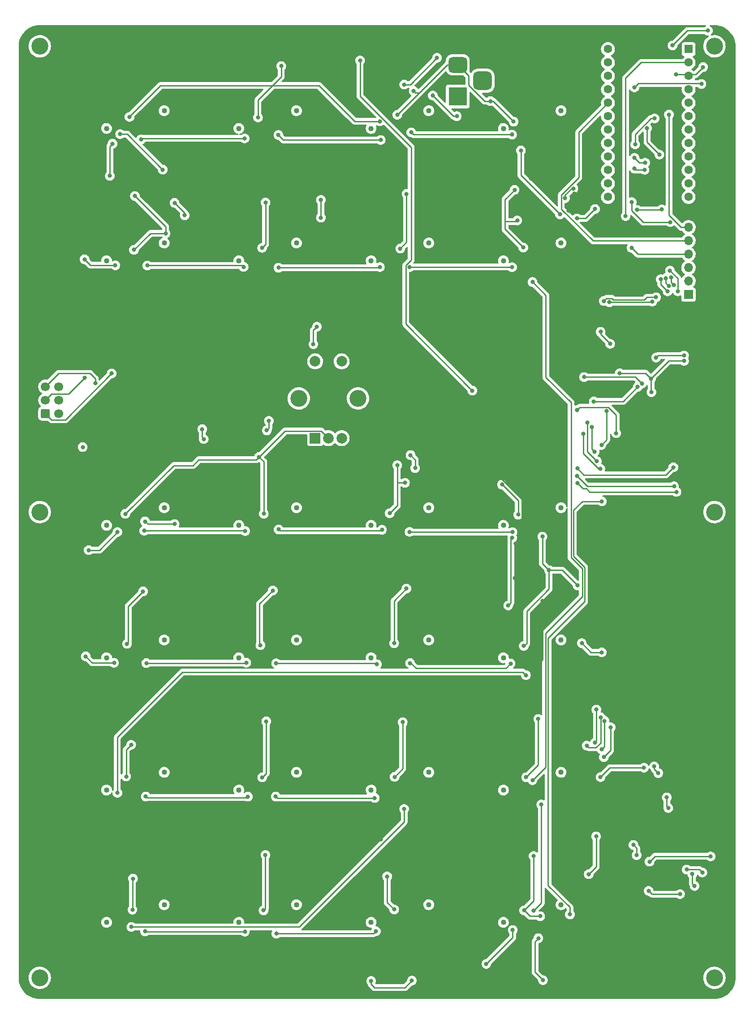
<source format=gbr>
%TF.GenerationSoftware,KiCad,Pcbnew,(6.0.9-0)*%
%TF.CreationDate,2023-10-23T19:11:04-03:00*%
%TF.ProjectId,Faduino-1,46616475-696e-46f2-9d31-2e6b69636164,3*%
%TF.SameCoordinates,Original*%
%TF.FileFunction,Copper,L2,Bot*%
%TF.FilePolarity,Positive*%
%FSLAX46Y46*%
G04 Gerber Fmt 4.6, Leading zero omitted, Abs format (unit mm)*
G04 Created by KiCad (PCBNEW (6.0.9-0)) date 2023-10-23 19:11:04*
%MOMM*%
%LPD*%
G01*
G04 APERTURE LIST*
G04 Aperture macros list*
%AMRoundRect*
0 Rectangle with rounded corners*
0 $1 Rounding radius*
0 $2 $3 $4 $5 $6 $7 $8 $9 X,Y pos of 4 corners*
0 Add a 4 corners polygon primitive as box body*
4,1,4,$2,$3,$4,$5,$6,$7,$8,$9,$2,$3,0*
0 Add four circle primitives for the rounded corners*
1,1,$1+$1,$2,$3*
1,1,$1+$1,$4,$5*
1,1,$1+$1,$6,$7*
1,1,$1+$1,$8,$9*
0 Add four rect primitives between the rounded corners*
20,1,$1+$1,$2,$3,$4,$5,0*
20,1,$1+$1,$4,$5,$6,$7,0*
20,1,$1+$1,$6,$7,$8,$9,0*
20,1,$1+$1,$8,$9,$2,$3,0*%
G04 Aperture macros list end*
%TA.AperFunction,ComponentPad*%
%ADD10R,2.000000X2.000000*%
%TD*%
%TA.AperFunction,ComponentPad*%
%ADD11C,2.000000*%
%TD*%
%TA.AperFunction,ComponentPad*%
%ADD12C,3.200000*%
%TD*%
%TA.AperFunction,ComponentPad*%
%ADD13C,1.016000*%
%TD*%
%TA.AperFunction,ComponentPad*%
%ADD14R,1.700000X1.700000*%
%TD*%
%TA.AperFunction,ComponentPad*%
%ADD15O,1.700000X1.700000*%
%TD*%
%TA.AperFunction,ComponentPad*%
%ADD16R,3.500000X3.500000*%
%TD*%
%TA.AperFunction,ComponentPad*%
%ADD17RoundRect,0.750000X-1.000000X0.750000X-1.000000X-0.750000X1.000000X-0.750000X1.000000X0.750000X0*%
%TD*%
%TA.AperFunction,ComponentPad*%
%ADD18RoundRect,0.875000X-0.875000X0.875000X-0.875000X-0.875000X0.875000X-0.875000X0.875000X0.875000X0*%
%TD*%
%TA.AperFunction,ComponentPad*%
%ADD19R,1.600000X1.600000*%
%TD*%
%TA.AperFunction,ComponentPad*%
%ADD20C,1.600000*%
%TD*%
%TA.AperFunction,ComponentPad*%
%ADD21RoundRect,0.250000X-0.600000X-0.600000X0.600000X-0.600000X0.600000X0.600000X-0.600000X0.600000X0*%
%TD*%
%TA.AperFunction,ComponentPad*%
%ADD22C,1.700000*%
%TD*%
%TA.AperFunction,ViaPad*%
%ADD23C,0.800000*%
%TD*%
%TA.AperFunction,Conductor*%
%ADD24C,0.250000*%
%TD*%
G04 APERTURE END LIST*
D10*
%TO.P,Encoder1,A,A*%
%TO.N,Net-(Encoder1-PadA)*%
X110050000Y-107530000D03*
D11*
%TO.P,Encoder1,B,B*%
%TO.N,Net-(Encoder1-PadB)*%
X115050000Y-107530000D03*
%TO.P,Encoder1,C,C*%
%TO.N,GND*%
X112550000Y-107530000D03*
D12*
%TO.P,Encoder1,MP*%
%TO.N,N/C*%
X118150000Y-100030000D03*
X106950000Y-100030000D03*
D11*
%TO.P,Encoder1,S1,S1*%
%TO.N,GND*%
X115050000Y-93030000D03*
%TO.P,Encoder1,S2,S2*%
%TO.N,ENC_SW*%
X110050000Y-93030000D03*
%TD*%
D12*
%TO.P,REF\u002A\u002A,1*%
%TO.N,N/C*%
X58000000Y-33500000D03*
%TD*%
%TO.P,REF\u002A\u002A,1*%
%TO.N,N/C*%
X185500000Y-121500000D03*
%TD*%
%TO.P,REF\u002A\u002A,1*%
%TO.N,N/C*%
X185500000Y-209500000D03*
%TD*%
%TO.P,REF\u002A\u002A,1*%
%TO.N,N/C*%
X58000000Y-209500000D03*
%TD*%
%TO.P,REF\u002A\u002A,1*%
%TO.N,N/C*%
X58000000Y-121500000D03*
%TD*%
%TO.P,REF\u002A\u002A,1*%
%TO.N,N/C*%
X185500000Y-33500000D03*
%TD*%
D13*
%TO.P,SW1,1,A*%
%TO.N,GND*%
X70625740Y-49021540D03*
%TO.P,SW1,2,B*%
%TO.N,Net-(Mux_1-Pad5)*%
X81520000Y-45670000D03*
%TD*%
%TO.P,SW2,1,A*%
%TO.N,GND*%
X95625740Y-49021540D03*
%TO.P,SW2,2,B*%
%TO.N,Net-(Mux_1-Pad4)*%
X106520000Y-45670000D03*
%TD*%
%TO.P,SW3,1,A*%
%TO.N,GND*%
X120625740Y-49021540D03*
%TO.P,SW3,2,B*%
%TO.N,Net-(Mux_1-Pad3)*%
X131520000Y-45670000D03*
%TD*%
%TO.P,SW4,1,A*%
%TO.N,GND*%
X145625740Y-49021540D03*
%TO.P,SW4,2,B*%
%TO.N,Net-(Mux_1-Pad2)*%
X156520000Y-45670000D03*
%TD*%
%TO.P,SW5,1,A*%
%TO.N,GND*%
X70625740Y-74021540D03*
%TO.P,SW5,2,B*%
%TO.N,Net-(Mux_1-Pad9)*%
X81520000Y-70670000D03*
%TD*%
%TO.P,SW6,1,A*%
%TO.N,GND*%
X95625740Y-74021540D03*
%TO.P,SW6,2,B*%
%TO.N,Net-(Mux_1-Pad8)*%
X106520000Y-70670000D03*
%TD*%
%TO.P,SW7,1,A*%
%TO.N,GND*%
X120625740Y-74021540D03*
%TO.P,SW7,2,B*%
%TO.N,Net-(Mux_1-Pad7)*%
X131520000Y-70670000D03*
%TD*%
%TO.P,SW8,1,A*%
%TO.N,GND*%
X145625740Y-74021540D03*
%TO.P,SW8,2,B*%
%TO.N,Net-(Mux_1-Pad6)*%
X156520000Y-70670000D03*
%TD*%
%TO.P,SW9,1,A*%
%TO.N,GND*%
X145625740Y-174021540D03*
%TO.P,SW9,2,B*%
%TO.N,Net-(Mux_2-Pad19)*%
X156520000Y-170670000D03*
%TD*%
%TO.P,SW10,1,A*%
%TO.N,GND*%
X145625740Y-199021540D03*
%TO.P,SW10,2,B*%
%TO.N,Net-(Mux_2-Pad20)*%
X156520000Y-195670000D03*
%TD*%
%TO.P,SW11,1,A*%
%TO.N,GND*%
X70625740Y-124021540D03*
%TO.P,SW11,2,B*%
%TO.N,Net-(Mux_1-Pad22)*%
X81520000Y-120670000D03*
%TD*%
%TO.P,SW12,1,A*%
%TO.N,GND*%
X95625740Y-124021540D03*
%TO.P,SW12,2,B*%
%TO.N,Net-(Mux_1-Pad21)*%
X106520000Y-120670000D03*
%TD*%
%TO.P,SW13,1,A*%
%TO.N,GND*%
X120625740Y-124021540D03*
%TO.P,SW13,2,B*%
%TO.N,Net-(Mux_1-Pad20)*%
X131520000Y-120670000D03*
%TD*%
%TO.P,SW14,1,A*%
%TO.N,GND*%
X145625740Y-124021540D03*
%TO.P,SW14,2,B*%
%TO.N,Net-(Mux_1-Pad19)*%
X156520000Y-120670000D03*
%TD*%
%TO.P,SW15,1,A*%
%TO.N,GND*%
X70625740Y-149021540D03*
%TO.P,SW15,2,B*%
%TO.N,Net-(Mux_2-Pad5)*%
X81520000Y-145670000D03*
%TD*%
%TO.P,SW16,1,A*%
%TO.N,GND*%
X95625740Y-149021540D03*
%TO.P,SW16,2,B*%
%TO.N,Net-(Mux_2-Pad4)*%
X106520000Y-145670000D03*
%TD*%
%TO.P,SW17,1,A*%
%TO.N,GND*%
X120625740Y-149021540D03*
%TO.P,SW17,2,B*%
%TO.N,Net-(Mux_2-Pad3)*%
X131520000Y-145670000D03*
%TD*%
%TO.P,SW18,1,A*%
%TO.N,GND*%
X145625740Y-149021540D03*
%TO.P,SW18,2,B*%
%TO.N,Net-(Mux_2-Pad2)*%
X156520000Y-145670000D03*
%TD*%
%TO.P,SW19,1,A*%
%TO.N,GND*%
X70625740Y-174021540D03*
%TO.P,SW19,2,B*%
%TO.N,Net-(Mux_2-Pad6)*%
X81520000Y-170670000D03*
%TD*%
%TO.P,SW20,1,A*%
%TO.N,GND*%
X95625740Y-174021540D03*
%TO.P,SW20,2,B*%
%TO.N,Net-(Mux_2-Pad7)*%
X106520000Y-170670000D03*
%TD*%
%TO.P,SW21,1,A*%
%TO.N,GND*%
X120625740Y-174021540D03*
%TO.P,SW21,2,B*%
%TO.N,Net-(Mux_2-Pad8)*%
X131520000Y-170670000D03*
%TD*%
%TO.P,SW22,1,A*%
%TO.N,GND*%
X70625740Y-199021540D03*
%TO.P,SW22,2,B*%
%TO.N,Net-(Mux_2-Pad18)*%
X81520000Y-195670000D03*
%TD*%
%TO.P,SW23,1,A*%
%TO.N,GND*%
X95625740Y-199021540D03*
%TO.P,SW23,2,B*%
%TO.N,Net-(Mux_2-Pad17)*%
X106520000Y-195670000D03*
%TD*%
%TO.P,SW24,1,A*%
%TO.N,GND*%
X120625740Y-199021540D03*
%TO.P,SW24,2,B*%
%TO.N,Net-(Mux_2-Pad16)*%
X131520000Y-195670000D03*
%TD*%
D14*
%TO.P,Extra_pins1,1,Pin_1*%
%TO.N,GND*%
X180590000Y-80410000D03*
D15*
%TO.P,Extra_pins1,2,Pin_2*%
%TO.N,VCC*%
X180590000Y-77870000D03*
%TO.P,Extra_pins1,3,Pin_3*%
%TO.N,/TX*%
X180590000Y-75330000D03*
%TO.P,Extra_pins1,4,Pin_4*%
%TO.N,/RX*%
X180590000Y-72790000D03*
%TO.P,Extra_pins1,5,Pin_5*%
%TO.N,/A3*%
X180590000Y-70250000D03*
%TO.P,Extra_pins1,6,Pin_6*%
%TO.N,/RST*%
X180590000Y-67710000D03*
%TD*%
D16*
%TO.P,Power_jack1,1*%
%TO.N,Net-(Diode1-Pad2)*%
X137000000Y-43000000D03*
D17*
%TO.P,Power_jack1,2*%
%TO.N,GND*%
X137000000Y-37000000D03*
D18*
%TO.P,Power_jack1,3*%
%TO.N,N/C*%
X141700000Y-40000000D03*
%TD*%
D19*
%TO.P,U1,1,TX*%
%TO.N,/TX*%
X180620000Y-34030000D03*
D20*
%TO.P,U1,2,RX*%
%TO.N,/RX*%
X180620000Y-36570000D03*
%TO.P,U1,3,GND*%
%TO.N,GND*%
X180620000Y-39110000D03*
%TO.P,U1,4,GND*%
X180620000Y-41650000D03*
%TO.P,U1,5,D2*%
%TO.N,ENC_A*%
X180620000Y-44190000D03*
%TO.P,U1,6,D3*%
%TO.N,ENC_B*%
X180620000Y-46730000D03*
%TO.P,U1,7,D4/A6*%
%TO.N,S0*%
X180620000Y-49270000D03*
%TO.P,U1,8,D5*%
%TO.N,S1*%
X180620000Y-51810000D03*
%TO.P,U1,9,D6/A7*%
%TO.N,addressable_led*%
X180620000Y-54350000D03*
%TO.P,U1,10,D7*%
%TO.N,F_IN_1*%
X180620000Y-56890000D03*
%TO.P,U1,11,D8/A8*%
%TO.N,F_IN_2*%
X180620000Y-59430000D03*
%TO.P,U1,12,D9/A9*%
%TO.N,F_ENABLE*%
X180620000Y-61970000D03*
%TO.P,U1,13,D10/A10*%
%TO.N,F_TOUCH_1*%
X165380000Y-61970000D03*
%TO.P,U1,14,D16*%
%TO.N,F_TOUCH_2*%
X165380000Y-59430000D03*
%TO.P,U1,15,D14*%
%TO.N,S3*%
X165380000Y-56890000D03*
%TO.P,U1,16,D15*%
%TO.N,S2*%
X165380000Y-54350000D03*
%TO.P,U1,17,D18/A0*%
%TO.N,F_WIPER*%
X165380000Y-51810000D03*
%TO.P,U1,18,D19/A1*%
%TO.N,SIG_1*%
X165380000Y-49270000D03*
%TO.P,U1,19,D20/A2*%
%TO.N,SIG_2*%
X165380000Y-46730000D03*
%TO.P,U1,20,D21/A3*%
%TO.N,/A3*%
X165380000Y-44190000D03*
%TO.P,U1,21,VCC*%
%TO.N,VCC*%
X165380000Y-41650000D03*
%TO.P,U1,22,RST*%
%TO.N,/RST*%
X165380000Y-39110000D03*
%TO.P,U1,23,GND*%
%TO.N,GND*%
X165380000Y-36570000D03*
%TO.P,U1,24,RAW*%
%TO.N,unconnected-(U1-Pad24)*%
X165380000Y-34030000D03*
%TD*%
D21*
%TO.P,IDC_Conn,1,Pin_1*%
%TO.N,GND*%
X59080000Y-102890000D03*
D22*
%TO.P,IDC_Conn,2,Pin_2*%
%TO.N,F_TOUCH_1*%
X61620000Y-102890000D03*
%TO.P,IDC_Conn,3,Pin_3*%
%TO.N,VCC*%
X59080000Y-100350000D03*
%TO.P,IDC_Conn,4,Pin_4*%
%TO.N,F_WIPER*%
X61620000Y-100350000D03*
%TO.P,IDC_Conn,5,Pin_5*%
%TO.N,F_OUT_1*%
X59080000Y-97810000D03*
%TO.P,IDC_Conn,6,Pin_6*%
%TO.N,F_OUT_2*%
X61620000Y-97810000D03*
%TD*%
D23*
%TO.N,GND*%
X99440000Y-111090000D03*
X128660000Y-41940000D03*
X126130000Y-71710000D03*
X100030000Y-71580000D03*
X173070000Y-193070000D03*
X125560000Y-112650000D03*
X100290000Y-196750000D03*
X152210000Y-160590000D03*
X123650000Y-190330000D03*
X77520000Y-136490000D03*
X100340000Y-121820000D03*
X127320000Y-61380000D03*
X173610000Y-98850000D03*
X75520000Y-196630000D03*
X159640000Y-135370000D03*
X149930000Y-171600000D03*
X77890000Y-123270000D03*
X127020000Y-115970000D03*
X83490000Y-123770000D03*
X170820000Y-186320000D03*
X125570000Y-46440000D03*
X163970000Y-171570000D03*
X149380000Y-71520000D03*
X100810000Y-161040000D03*
X163995937Y-87445937D03*
X152220000Y-202010000D03*
X127290000Y-135950000D03*
X75800000Y-71960000D03*
X145370000Y-116310000D03*
X124980000Y-146290000D03*
X183370000Y-37430000D03*
X74960000Y-46840000D03*
X122260000Y-47680000D03*
X173520000Y-96290000D03*
X148420000Y-121990000D03*
X100650000Y-186290000D03*
X147730000Y-60630000D03*
X75280000Y-165470000D03*
X71590000Y-95310000D03*
X74330000Y-171460000D03*
X172190000Y-169800000D03*
X120630000Y-210090000D03*
X167600000Y-95275000D03*
X147550000Y-47730000D03*
X103640000Y-37240000D03*
X153000000Y-126140000D03*
X75980000Y-61800000D03*
X151330000Y-186470000D03*
X100670000Y-63010000D03*
X179760000Y-92930003D03*
X154240000Y-132480000D03*
X100040000Y-171630000D03*
X152570000Y-197850000D03*
X184260000Y-30550000D03*
X178260000Y-38850000D03*
X102050000Y-136320000D03*
X126590000Y-161190000D03*
X128330000Y-210010000D03*
X74490000Y-146390000D03*
X74180000Y-121830000D03*
X81780000Y-68850000D03*
X153100000Y-209930000D03*
X165800000Y-89710000D03*
X143160000Y-43860000D03*
X124130000Y-121720000D03*
X124990000Y-196590000D03*
X149470000Y-146800000D03*
X125060000Y-171530000D03*
X148250000Y-66410000D03*
X75620000Y-190750000D03*
X170190000Y-184390000D03*
X179000000Y-193680000D03*
X71240000Y-57980000D03*
X71755672Y-51899527D03*
X99700000Y-146660000D03*
X149540000Y-196740000D03*
X99250000Y-46950000D03*
X177590000Y-33350000D03*
%TO.N,VCC*%
X184780000Y-186550000D03*
X171797094Y-97236141D03*
X174475022Y-92310000D03*
X179760000Y-91930000D03*
X174892675Y-170822675D03*
X66500000Y-96100000D03*
X170380000Y-41270000D03*
X173240000Y-187550000D03*
X183050000Y-40630000D03*
X160860000Y-96000000D03*
X174122369Y-169542369D03*
%TO.N,9V*%
X164210000Y-119470000D03*
X158190000Y-197520000D03*
X166930000Y-106610000D03*
X159540000Y-102210000D03*
X118540000Y-36180000D03*
X139750000Y-98550000D03*
%TO.N,5V*%
X73440000Y-58680000D03*
X66560000Y-151970000D03*
X97280000Y-183380000D03*
X97510000Y-158710000D03*
X147100000Y-210050000D03*
X72400000Y-133900000D03*
X122080000Y-133950000D03*
X122480000Y-183380000D03*
X122600000Y-177370000D03*
X97620000Y-134990000D03*
X71760000Y-209240000D03*
X156450000Y-58350000D03*
X123300000Y-84420000D03*
X98930000Y-127980000D03*
X148830000Y-78100000D03*
X122160000Y-210290000D03*
X122090000Y-158340000D03*
X72430000Y-151920000D03*
X98480000Y-53360000D03*
X159032653Y-61367347D03*
X153040000Y-138265018D03*
X151000000Y-53190000D03*
X139610000Y-111000000D03*
X73220000Y-127710000D03*
X150800000Y-58450000D03*
X121870000Y-135930000D03*
X122860000Y-59320000D03*
X72843587Y-83357626D03*
X124130000Y-202910000D03*
X72820000Y-183730000D03*
X75710000Y-53040000D03*
X147780000Y-158670000D03*
X147960000Y-83880000D03*
X71910000Y-76650000D03*
X96990000Y-59650000D03*
X99260000Y-78070000D03*
X98070000Y-84290000D03*
X123510000Y-53010000D03*
X152160000Y-150310000D03*
X73580000Y-177780000D03*
X100030000Y-202900000D03*
X98840000Y-178040000D03*
X99160000Y-62100000D03*
X123880000Y-78190000D03*
X98570000Y-152950000D03*
X147980000Y-127420000D03*
X97560000Y-210050000D03*
X124230000Y-153050000D03*
X72770000Y-158750000D03*
X157904546Y-64535020D03*
X147350000Y-183870000D03*
X147760000Y-133950000D03*
X148900000Y-177880000D03*
X75630000Y-202930000D03*
X148540000Y-203000000D03*
X124250000Y-128390000D03*
X65790000Y-74930000D03*
X123350000Y-149980000D03*
%TO.N,ENC_A*%
X111130000Y-65885050D03*
X101300000Y-104260000D03*
X109710000Y-89790000D03*
X126880000Y-40730000D03*
X111130000Y-62520000D03*
X100900000Y-106080000D03*
X110390000Y-86474990D03*
X133070000Y-35680000D03*
%TO.N,ENC_B*%
X177150000Y-66720000D03*
X169870000Y-62930000D03*
X177745000Y-113040000D03*
X128070000Y-110740000D03*
X170527347Y-52032653D03*
X128940000Y-113175020D03*
X178578658Y-79790000D03*
X174200011Y-47130000D03*
X177092815Y-75887185D03*
X159604990Y-113260000D03*
%TO.N,Net-(D2-Pad2)*%
X103100000Y-50260000D03*
X122440000Y-51200000D03*
%TO.N,Net-(D2-Pad4)*%
X77130000Y-51110000D03*
X96720000Y-50910000D03*
%TO.N,Net-(D3-Pad2)*%
X128210000Y-49760000D03*
X147250000Y-50190000D03*
%TO.N,Net-(D4-Pad2)*%
X66470000Y-73750000D03*
X148930000Y-53170000D03*
X72290000Y-74890000D03*
X156325064Y-65259520D03*
%TO.N,Net-(D5-Pad2)*%
X96540000Y-75190000D03*
X78340000Y-74920000D03*
%TO.N,Net-(D6-Pad2)*%
X103110000Y-75340000D03*
X122280000Y-75210000D03*
%TO.N,Net-(D7-Pad2)*%
X147260000Y-75240000D03*
X127900000Y-75210000D03*
%TO.N,Net-(D8-Pad2)*%
X151120000Y-172160000D03*
X151130000Y-78030000D03*
%TO.N,Net-(D10-Pad4)*%
X152780000Y-176730000D03*
X151340000Y-196820000D03*
%TO.N,Net-(D10-Pad2)*%
X72680000Y-125270000D03*
X67250000Y-128700000D03*
X147380000Y-200470000D03*
X142390000Y-206870000D03*
%TO.N,Net-(D11-Pad2)*%
X96830000Y-125080000D03*
X77740000Y-125020000D03*
%TO.N,Net-(D12-Pad2)*%
X103140000Y-124790000D03*
X122680000Y-124850000D03*
%TO.N,Net-(D13-Pad2)*%
X127880000Y-125240000D03*
X147340000Y-125280000D03*
%TO.N,Net-(D14-Pad2)*%
X72040000Y-149970000D03*
X66684500Y-148760000D03*
X146530000Y-139150000D03*
X147290000Y-126380000D03*
%TO.N,Net-(D15-Pad2)*%
X78160000Y-150030000D03*
X97030000Y-149950000D03*
%TO.N,Net-(D16-Pad2)*%
X102670000Y-150070000D03*
X121730000Y-150270000D03*
%TO.N,Net-(D17-Pad2)*%
X127980000Y-150030000D03*
X146970000Y-150110000D03*
%TO.N,Net-(D18-Pad2)*%
X149881832Y-152310259D03*
X72670000Y-174550000D03*
%TO.N,Net-(D19-Pad2)*%
X97340000Y-175270000D03*
X78030000Y-175240000D03*
%TO.N,Net-(D20-Pad2)*%
X102590000Y-175250000D03*
X121310000Y-175520000D03*
%TO.N,Net-(D21-Pad2)*%
X75320000Y-199880000D03*
X126870000Y-177580000D03*
%TO.N,Net-(D22-Pad2)*%
X77880000Y-200730000D03*
X96770000Y-200780000D03*
%TO.N,Net-(D23-Pad2)*%
X121540000Y-200690000D03*
X102720000Y-201150000D03*
%TO.N,Net-(D_1-Pad4)*%
X81250000Y-56810000D03*
X73190000Y-50090000D03*
%TO.N,F_OUT_1*%
X178325010Y-117702465D03*
X68520000Y-97160000D03*
X88710000Y-105835500D03*
X159604990Y-116010000D03*
X88990000Y-107700000D03*
%TO.N,F_OUT_2*%
X66120000Y-109220000D03*
X159520000Y-114670000D03*
X181750000Y-192140000D03*
X177875000Y-116617653D03*
X181320000Y-189890000D03*
%TO.N,ENC_SW*%
X171000000Y-97840000D03*
X162699989Y-100600000D03*
%TO.N,/RX*%
X169840000Y-71570000D03*
X168720000Y-65570000D03*
%TO.N,/RST*%
X176910000Y-46405000D03*
%TO.N,F_TOUCH_1*%
X158847549Y-60384626D03*
X132277653Y-42792347D03*
X136810000Y-46705000D03*
X157290000Y-62185000D03*
%TO.N,F_ENABLE*%
X177325324Y-77145000D03*
X180260000Y-189040000D03*
X177853658Y-78634092D03*
X183224500Y-189590000D03*
%TO.N,F_IN_1*%
X176790000Y-177410000D03*
X176650022Y-79800000D03*
X176497701Y-175417701D03*
X175350000Y-77520000D03*
%TO.N,F_IN_2*%
X176870186Y-78815164D03*
X176327984Y-77311318D03*
%TO.N,S2*%
X164163678Y-108823678D03*
X163195858Y-158824142D03*
X165150000Y-102405000D03*
X172420000Y-55490000D03*
X162935937Y-165094063D03*
X170399990Y-54570000D03*
%TO.N,S3*%
X170399990Y-56610000D03*
X162873678Y-110113678D03*
X162342347Y-105412347D03*
X172300000Y-56850000D03*
X161382347Y-165622347D03*
X164007653Y-160272347D03*
%TO.N,S1*%
X164603284Y-167786716D03*
X160750000Y-106750000D03*
X174475021Y-80924807D03*
X164590000Y-81620000D03*
X163938173Y-113308233D03*
X165887653Y-162152347D03*
%TO.N,S0*%
X164732653Y-160961328D03*
X173750021Y-81740000D03*
X161490000Y-104640000D03*
X165650000Y-81860000D03*
X163305039Y-111897832D03*
X164175937Y-166334063D03*
%TO.N,SIG_2*%
X175100031Y-53970000D03*
X172750011Y-48970000D03*
%TO.N,Net-(Mux_2-Pad2)*%
X160430000Y-146260000D03*
X164204559Y-148010000D03*
%TO.N,Net-(Mux_2-Pad19)*%
X163140000Y-182770000D03*
X161750000Y-189904518D03*
%TO.N,addressable_led*%
X162944202Y-64253590D03*
X85389839Y-65435040D03*
X170850000Y-64420000D03*
X83478486Y-63085020D03*
X175550041Y-64300000D03*
X159517732Y-66014726D03*
%TD*%
D24*
%TO.N,GND*%
X99440000Y-111090000D02*
X98916263Y-111613737D01*
X145920000Y-68060000D02*
X149380000Y-71520000D01*
X99550000Y-138820000D02*
X99550000Y-146510000D01*
X145370000Y-116310000D02*
X148420000Y-119360000D01*
X100650000Y-196390000D02*
X100290000Y-196750000D01*
X151600000Y-202630000D02*
X152220000Y-202010000D01*
X151600000Y-202910000D02*
X151600000Y-202630000D01*
X145920000Y-62440000D02*
X147730000Y-60630000D01*
X154240000Y-132480000D02*
X156750000Y-132480000D01*
X127320000Y-61380000D02*
X127320000Y-70520000D01*
X81780000Y-68850000D02*
X78910000Y-68850000D01*
X154240000Y-132480000D02*
X153000000Y-131240000D01*
X125560000Y-115930000D02*
X125560000Y-120290000D01*
X77890000Y-123270000D02*
X78390000Y-123770000D01*
X83320000Y-112710000D02*
X74470000Y-121560000D01*
X178260000Y-38850000D02*
X181950000Y-38850000D01*
X117540000Y-47680000D02*
X122260000Y-47680000D01*
X77520000Y-136490000D02*
X74720000Y-139290000D01*
X149540000Y-196740000D02*
X150650000Y-197850000D01*
X165740000Y-169800000D02*
X172190000Y-169800000D01*
X173680000Y-193680000D02*
X179000000Y-193680000D01*
X145920000Y-66600000D02*
X148060000Y-66600000D01*
X128330000Y-210010000D02*
X126990000Y-211350000D01*
X121290000Y-211350000D02*
X120630000Y-210690000D01*
X100340000Y-111990000D02*
X100340000Y-121820000D01*
X145920000Y-66690000D02*
X145920000Y-66600000D01*
X172505000Y-95275000D02*
X167600000Y-95275000D01*
X116390000Y-46530000D02*
X117540000Y-47680000D01*
X71590000Y-95310000D02*
X62835000Y-104065000D01*
X151330000Y-194950000D02*
X149540000Y-196740000D01*
X75050000Y-46680000D02*
X75050000Y-46750000D01*
X173070000Y-193070000D02*
X173680000Y-193680000D01*
X80805000Y-40925000D02*
X75050000Y-46680000D01*
X125560000Y-115930000D02*
X126980000Y-115930000D01*
X78910000Y-68850000D02*
X75800000Y-71960000D01*
X173520000Y-96290000D02*
X173520000Y-98760000D01*
X137000000Y-37000000D02*
X135010000Y-37000000D01*
X145920000Y-66690000D02*
X145920000Y-68060000D01*
X75050000Y-46750000D02*
X74960000Y-46840000D01*
X101985000Y-40925000D02*
X99250000Y-43660000D01*
X101985000Y-40925000D02*
X80805000Y-40925000D01*
X75280000Y-165470000D02*
X74330000Y-166420000D01*
X180390000Y-30550000D02*
X184260000Y-30550000D01*
X99440000Y-111090000D02*
X100340000Y-111990000D01*
X170820000Y-185020000D02*
X170190000Y-184390000D01*
X127320000Y-70520000D02*
X126130000Y-71710000D01*
X135010000Y-37000000D02*
X129755000Y-42255000D01*
X74720000Y-146160000D02*
X74490000Y-146390000D01*
X100810000Y-170860000D02*
X100040000Y-171630000D01*
X125560000Y-120290000D02*
X124130000Y-121720000D01*
X151330000Y-186470000D02*
X151330000Y-194950000D01*
X153100000Y-209930000D02*
X151600000Y-208430000D01*
X153000000Y-131240000D02*
X153000000Y-126140000D01*
X154240000Y-136039713D02*
X150040000Y-140239713D01*
X103640000Y-37240000D02*
X103640000Y-39270000D01*
X145920000Y-66600000D02*
X145920000Y-62440000D01*
X100650000Y-186290000D02*
X100650000Y-196270000D01*
X163970000Y-171570000D02*
X165740000Y-169800000D01*
X100650000Y-196270000D02*
X100650000Y-196470000D01*
X75980000Y-61800000D02*
X81780000Y-67600000D01*
X74470000Y-121560000D02*
X74450000Y-121560000D01*
X74450000Y-121560000D02*
X74180000Y-121830000D01*
X156750000Y-132480000D02*
X159640000Y-135370000D01*
X101985000Y-40925000D02*
X110785000Y-40925000D01*
X71240000Y-52415199D02*
X71755672Y-51899527D01*
X143160000Y-43860000D02*
X143680000Y-43860000D01*
X148060000Y-66600000D02*
X148250000Y-66410000D01*
X173520000Y-96290000D02*
X176879997Y-92930003D01*
X71240000Y-57980000D02*
X71240000Y-52415199D01*
X129755000Y-42255000D02*
X128975000Y-42255000D01*
X128975000Y-42255000D02*
X128660000Y-41940000D01*
X150650000Y-197850000D02*
X152570000Y-197850000D01*
X124980000Y-138260000D02*
X124980000Y-146290000D01*
X112550000Y-107530000D02*
X111224999Y-106204999D01*
X78390000Y-123770000D02*
X83490000Y-123770000D01*
X152210000Y-160590000D02*
X152210000Y-169320000D01*
X142112930Y-43860000D02*
X143160000Y-43860000D01*
X126990000Y-211350000D02*
X121290000Y-211350000D01*
X126590000Y-170000000D02*
X125060000Y-171530000D01*
X173520000Y-98760000D02*
X173610000Y-98850000D01*
X152210000Y-169320000D02*
X149930000Y-171600000D01*
X125560000Y-112650000D02*
X125560000Y-115930000D01*
X100670000Y-70940000D02*
X100030000Y-71580000D01*
X74720000Y-139290000D02*
X74720000Y-146160000D01*
X74330000Y-166420000D02*
X74330000Y-171460000D01*
X177590000Y-33350000D02*
X180390000Y-30550000D01*
X62835000Y-104065000D02*
X60255000Y-104065000D01*
X126590000Y-161190000D02*
X126590000Y-170000000D01*
X99550000Y-146510000D02*
X99700000Y-146660000D01*
X176879997Y-92930003D02*
X179760000Y-92930003D01*
X75520000Y-190850000D02*
X75520000Y-196630000D01*
X151600000Y-208430000D02*
X151600000Y-202910000D01*
X100650000Y-196270000D02*
X100650000Y-196390000D01*
X139075001Y-40822071D02*
X142112930Y-43860000D01*
X123650000Y-190330000D02*
X123650000Y-195250000D01*
X81780000Y-67600000D02*
X81780000Y-68850000D01*
X98916263Y-111613737D02*
X88036263Y-111613737D01*
X181950000Y-38850000D02*
X183370000Y-37430000D01*
X143160000Y-43870000D02*
X143160000Y-43860000D01*
X99250000Y-43660000D02*
X99250000Y-46950000D01*
X102050000Y-136320000D02*
X99550000Y-138820000D01*
X127290000Y-135950000D02*
X124980000Y-138260000D01*
X120630000Y-210690000D02*
X120630000Y-210090000D01*
X111224999Y-106204999D02*
X104325001Y-106204999D01*
X110785000Y-40925000D02*
X116390000Y-46530000D01*
X173520000Y-96290000D02*
X172505000Y-95275000D01*
X83320000Y-112710000D02*
X86940000Y-112710000D01*
X137000000Y-37000000D02*
X139075001Y-39075001D01*
X104325001Y-106204999D02*
X99440000Y-111090000D01*
X150040000Y-140239713D02*
X150040000Y-146340000D01*
X103640000Y-39270000D02*
X101985000Y-40925000D01*
X75620000Y-190750000D02*
X75520000Y-190850000D01*
X86940000Y-112710000D02*
X88036263Y-111613737D01*
X143680000Y-43860000D02*
X147550000Y-47730000D01*
X123650000Y-195250000D02*
X124990000Y-196590000D01*
X100810000Y-161040000D02*
X100810000Y-170860000D01*
X139075001Y-39075001D02*
X139075001Y-40822071D01*
X60255000Y-104065000D02*
X59080000Y-102890000D01*
X149580000Y-146800000D02*
X149470000Y-146800000D01*
X163995937Y-87905937D02*
X163995937Y-87445937D01*
X129755000Y-42255000D02*
X125570000Y-46440000D01*
X100670000Y-63010000D02*
X100670000Y-70940000D01*
X148420000Y-119360000D02*
X148420000Y-121990000D01*
X165800000Y-89710000D02*
X163995937Y-87905937D01*
X150040000Y-146340000D02*
X149580000Y-146800000D01*
X126980000Y-115930000D02*
X127020000Y-115970000D01*
X170820000Y-186320000D02*
X170820000Y-185020000D01*
X154240000Y-132480000D02*
X154240000Y-136039713D01*
%TO.N,VCC*%
X183050000Y-40630000D02*
X182944999Y-40524999D01*
X173240000Y-187550000D02*
X174240000Y-186550000D01*
X170560953Y-96000000D02*
X171797094Y-97236141D01*
X179760000Y-91930000D02*
X174855022Y-91930000D01*
X63425000Y-99175000D02*
X66500000Y-96100000D01*
X60255000Y-99175000D02*
X63425000Y-99175000D01*
X174240000Y-186550000D02*
X184780000Y-186550000D01*
X182944999Y-40524999D02*
X171125001Y-40524999D01*
X160860000Y-96000000D02*
X170560953Y-96000000D01*
X174122369Y-170052369D02*
X174892675Y-170822675D01*
X174855022Y-91930000D02*
X174475022Y-92310000D01*
X174122369Y-169542369D02*
X174122369Y-170052369D01*
X171125001Y-40524999D02*
X170380000Y-41270000D01*
X59080000Y-100350000D02*
X60255000Y-99175000D01*
%TO.N,9V*%
X166930000Y-103159695D02*
X165450305Y-101680000D01*
X166930000Y-106610000D02*
X166930000Y-103159695D01*
X158860000Y-129800000D02*
X158860000Y-121150000D01*
X160980000Y-138410000D02*
X160980000Y-131920000D01*
X165450305Y-101680000D02*
X160070000Y-101680000D01*
X160540000Y-119470000D02*
X164210000Y-119470000D01*
X158860000Y-121150000D02*
X160540000Y-119470000D01*
X128200305Y-52595000D02*
X128200305Y-73884390D01*
X118540000Y-42934695D02*
X128200305Y-52595000D01*
X127175000Y-85975000D02*
X139750000Y-98550000D01*
X158190000Y-197520000D02*
X158190000Y-196161960D01*
X154050000Y-145340000D02*
X160980000Y-138410000D01*
X127175000Y-74909695D02*
X127175000Y-85975000D01*
X158190000Y-196161960D02*
X154050000Y-192021960D01*
X128200305Y-73884390D02*
X127175000Y-74909695D01*
X159360000Y-130300000D02*
X158860000Y-129800000D01*
X160070000Y-101680000D02*
X159540000Y-102210000D01*
X118540000Y-36180000D02*
X118540000Y-42934695D01*
X160980000Y-131920000D02*
X159360000Y-130300000D01*
X154050000Y-192021960D02*
X154050000Y-145340000D01*
%TO.N,5V*%
X148830000Y-78100000D02*
X147960000Y-78970000D01*
X99990000Y-207620000D02*
X99990000Y-202950000D01*
X121870000Y-135930000D02*
X123350000Y-137410000D01*
X122090000Y-155190000D02*
X122090000Y-158340000D01*
X149145000Y-126255000D02*
X147980000Y-127420000D01*
X75730000Y-53060000D02*
X75710000Y-53040000D01*
X72400000Y-128530000D02*
X72400000Y-133900000D01*
X72770000Y-158750000D02*
X72430000Y-158410000D01*
X96990000Y-54850000D02*
X98480000Y-53360000D01*
X98070000Y-84290000D02*
X98070000Y-79260000D01*
X159032653Y-61367347D02*
X159032653Y-63406913D01*
X122080000Y-133950000D02*
X122080000Y-130560000D01*
X122600000Y-183260000D02*
X122480000Y-183380000D01*
X152160000Y-154290000D02*
X152160000Y-150310000D01*
X75660000Y-202900000D02*
X75630000Y-202930000D01*
X152970000Y-138195018D02*
X153040000Y-138265018D01*
X75800000Y-53060000D02*
X75730000Y-53060000D01*
X67510000Y-76650000D02*
X71910000Y-76650000D01*
X75710000Y-202900000D02*
X75660000Y-202900000D01*
X147980000Y-127420000D02*
X147760000Y-127640000D01*
X122600000Y-177370000D02*
X122600000Y-183260000D01*
X97100000Y-134470000D02*
X97620000Y-134990000D01*
X159032653Y-63406913D02*
X157904546Y-64535020D01*
X148900000Y-177880000D02*
X147350000Y-179430000D01*
X72820000Y-178540000D02*
X72820000Y-183730000D01*
X73220000Y-127710000D02*
X72400000Y-128530000D01*
X123880000Y-78190000D02*
X123300000Y-78770000D01*
X153040000Y-149430000D02*
X152160000Y-150310000D01*
X97510000Y-154010000D02*
X97510000Y-158710000D01*
X122160000Y-210290000D02*
X124600000Y-207850000D01*
X156350000Y-58450000D02*
X150800000Y-58450000D01*
X147780000Y-158670000D02*
X152160000Y-154290000D01*
X122860000Y-53660000D02*
X122860000Y-59320000D01*
X123300000Y-78770000D02*
X123300000Y-84420000D01*
X156450000Y-58350000D02*
X156350000Y-58450000D01*
X97560000Y-210050000D02*
X99990000Y-207620000D01*
X123350000Y-137410000D02*
X123350000Y-149980000D01*
X75710000Y-202900000D02*
X71760000Y-206850000D01*
X73580000Y-177780000D02*
X72820000Y-178540000D01*
X124600000Y-207850000D02*
X124600000Y-202850000D01*
X147960000Y-78970000D02*
X147960000Y-83880000D01*
X147760000Y-127640000D02*
X147760000Y-133950000D01*
X124190000Y-202850000D02*
X124130000Y-202910000D01*
X99990000Y-202940000D02*
X100030000Y-202900000D01*
X72430000Y-151920000D02*
X72380000Y-151970000D01*
X72430000Y-158410000D02*
X72430000Y-151920000D01*
X65790000Y-74930000D02*
X67510000Y-76650000D01*
X97100000Y-134470000D02*
X97100000Y-129810000D01*
X97280000Y-179600000D02*
X97280000Y-183380000D01*
X147100000Y-210050000D02*
X148540000Y-208610000D01*
X141085305Y-111000000D02*
X149145000Y-119059695D01*
X151000000Y-52950000D02*
X151000000Y-53190000D01*
X71760000Y-206850000D02*
X71760000Y-209240000D01*
X124230000Y-153050000D02*
X122090000Y-155190000D01*
X123510000Y-53010000D02*
X122860000Y-53660000D01*
X149145000Y-119059695D02*
X149145000Y-126255000D01*
X97100000Y-129810000D02*
X98930000Y-127980000D01*
X98010000Y-84230000D02*
X98070000Y-84290000D01*
X98070000Y-79260000D02*
X99260000Y-78070000D01*
X122080000Y-130560000D02*
X124250000Y-128390000D01*
X75800000Y-56320000D02*
X75800000Y-53060000D01*
X151000000Y-58250000D02*
X150800000Y-58450000D01*
X153040000Y-138265018D02*
X153040000Y-149430000D01*
X147350000Y-179430000D02*
X147350000Y-183870000D01*
X99990000Y-202950000D02*
X99990000Y-202940000D01*
X72380000Y-151970000D02*
X66560000Y-151970000D01*
X98840000Y-178040000D02*
X97280000Y-179600000D01*
X98570000Y-152950000D02*
X97510000Y-154010000D01*
X73440000Y-58680000D02*
X75800000Y-56320000D01*
X148540000Y-208610000D02*
X148540000Y-202730000D01*
X96990000Y-59650000D02*
X96990000Y-54850000D01*
X124600000Y-202850000D02*
X124190000Y-202850000D01*
X139610000Y-111000000D02*
X141085305Y-111000000D01*
X151000000Y-53190000D02*
X151000000Y-58250000D01*
%TO.N,ENC_A*%
X109710000Y-87154990D02*
X109710000Y-89790000D01*
X128020000Y-40730000D02*
X126880000Y-40730000D01*
X101300000Y-105680000D02*
X100900000Y-106080000D01*
X111130000Y-62520000D02*
X111130000Y-65885050D01*
X133070000Y-35680000D02*
X128020000Y-40730000D01*
X110390000Y-86474990D02*
X109710000Y-87154990D01*
X101300000Y-104260000D02*
X101300000Y-105680000D01*
%TO.N,ENC_B*%
X159604990Y-113260000D02*
X160828233Y-114483243D01*
X128940000Y-111610000D02*
X128940000Y-113175020D01*
X170527347Y-50119662D02*
X173517009Y-47130000D01*
X170527347Y-52032653D02*
X170527347Y-50119662D01*
X178578658Y-77373028D02*
X177092815Y-75887185D01*
X169870000Y-64513002D02*
X169870000Y-62930000D01*
X160828233Y-114483243D02*
X176301757Y-114483243D01*
X128070000Y-110740000D02*
X128940000Y-111610000D01*
X178578658Y-79790000D02*
X178578658Y-77373028D01*
X173517009Y-47130000D02*
X174200011Y-47130000D01*
X172076998Y-66720000D02*
X169870000Y-64513002D01*
X176301757Y-114483243D02*
X177745000Y-113040000D01*
X177150000Y-66720000D02*
X172076998Y-66720000D01*
%TO.N,Net-(D2-Pad2)*%
X103100000Y-50260000D02*
X104040000Y-51200000D01*
X104040000Y-51200000D02*
X122440000Y-51200000D01*
%TO.N,Net-(D2-Pad4)*%
X77130000Y-51110000D02*
X77330000Y-50910000D01*
X77330000Y-50910000D02*
X96720000Y-50910000D01*
%TO.N,Net-(D3-Pad2)*%
X128640000Y-50190000D02*
X147250000Y-50190000D01*
X128210000Y-49760000D02*
X128640000Y-50190000D01*
%TO.N,Net-(D4-Pad2)*%
X72254540Y-74854540D02*
X72290000Y-74890000D01*
X148930000Y-53170000D02*
X148930000Y-57864456D01*
X66470000Y-73750000D02*
X67574540Y-74854540D01*
X148930000Y-57864456D02*
X156325064Y-65259520D01*
X67574540Y-74854540D02*
X72254540Y-74854540D01*
%TO.N,Net-(D5-Pad2)*%
X78340000Y-74920000D02*
X96270000Y-74920000D01*
X96270000Y-74920000D02*
X96540000Y-75190000D01*
%TO.N,Net-(D6-Pad2)*%
X103110000Y-75340000D02*
X122150000Y-75340000D01*
X122150000Y-75340000D02*
X122280000Y-75210000D01*
%TO.N,Net-(D7-Pad2)*%
X147230000Y-75210000D02*
X147260000Y-75240000D01*
X127900000Y-75210000D02*
X147230000Y-75210000D01*
%TO.N,Net-(D8-Pad2)*%
X153600000Y-144360000D02*
X160530000Y-137430000D01*
X153640000Y-96040000D02*
X153640000Y-80540000D01*
X151120000Y-172160000D02*
X153600000Y-169680000D01*
X153640000Y-80540000D02*
X151130000Y-78030000D01*
X160530000Y-137430000D02*
X160530000Y-132220000D01*
X153600000Y-169680000D02*
X153600000Y-144360000D01*
X158410000Y-130100000D02*
X158410000Y-100810000D01*
X158410000Y-100810000D02*
X153640000Y-96040000D01*
X160530000Y-132220000D02*
X158410000Y-130100000D01*
%TO.N,Net-(D10-Pad4)*%
X151340000Y-196820000D02*
X152780000Y-195380000D01*
X152780000Y-195380000D02*
X152780000Y-176730000D01*
%TO.N,Net-(D10-Pad2)*%
X72680000Y-125270000D02*
X69250000Y-128700000D01*
X69250000Y-128700000D02*
X67250000Y-128700000D01*
X147380000Y-201880000D02*
X147380000Y-200470000D01*
X142390000Y-206870000D02*
X147380000Y-201880000D01*
%TO.N,Net-(D11-Pad2)*%
X77740000Y-125020000D02*
X96770000Y-125020000D01*
X96770000Y-125020000D02*
X96830000Y-125080000D01*
%TO.N,Net-(D12-Pad2)*%
X122700000Y-124870000D02*
X122680000Y-124850000D01*
X122700000Y-125030000D02*
X122700000Y-124870000D01*
X103140000Y-124790000D02*
X103380000Y-125030000D01*
X103380000Y-125030000D02*
X122700000Y-125030000D01*
%TO.N,Net-(D13-Pad2)*%
X146850000Y-125280000D02*
X147340000Y-125280000D01*
X127920000Y-125280000D02*
X146850000Y-125280000D01*
X127880000Y-125240000D02*
X127920000Y-125280000D01*
%TO.N,Net-(D14-Pad2)*%
X66684500Y-148760000D02*
X67894500Y-149970000D01*
X147035000Y-138645000D02*
X146530000Y-139150000D01*
X67894500Y-149970000D02*
X72040000Y-149970000D01*
X147290000Y-126380000D02*
X147035000Y-126635000D01*
X147035000Y-126635000D02*
X147035000Y-138645000D01*
%TO.N,Net-(D15-Pad2)*%
X96950000Y-150030000D02*
X97030000Y-149950000D01*
X78160000Y-150030000D02*
X96950000Y-150030000D01*
%TO.N,Net-(D16-Pad2)*%
X102670000Y-150070000D02*
X121530000Y-150070000D01*
X121530000Y-150070000D02*
X121730000Y-150270000D01*
%TO.N,Net-(D17-Pad2)*%
X146080000Y-151000000D02*
X146970000Y-150110000D01*
X127980000Y-150030000D02*
X128150000Y-150030000D01*
X129120000Y-151000000D02*
X146080000Y-151000000D01*
X128150000Y-150030000D02*
X129120000Y-151000000D01*
%TO.N,Net-(D18-Pad2)*%
X149881832Y-152310259D02*
X149311573Y-151740000D01*
X84950000Y-151740000D02*
X78660000Y-158030000D01*
X72670000Y-164020000D02*
X72670000Y-174550000D01*
X78660000Y-158030000D02*
X72670000Y-164020000D01*
X136170000Y-151740000D02*
X84950000Y-151740000D01*
X149311573Y-151740000D02*
X136170000Y-151740000D01*
%TO.N,Net-(D19-Pad2)*%
X78030000Y-175240000D02*
X78250000Y-175460000D01*
X97150000Y-175460000D02*
X97340000Y-175270000D01*
X96850000Y-175460000D02*
X97150000Y-175460000D01*
X78250000Y-175460000D02*
X96850000Y-175460000D01*
%TO.N,Net-(D20-Pad2)*%
X102590000Y-175250000D02*
X102860000Y-175520000D01*
X102860000Y-175520000D02*
X121310000Y-175520000D01*
%TO.N,Net-(D21-Pad2)*%
X107005305Y-199880000D02*
X75320000Y-199880000D01*
X126870000Y-177580000D02*
X126870000Y-180015305D01*
X126870000Y-180015305D02*
X107005305Y-199880000D01*
%TO.N,Net-(D22-Pad2)*%
X77930000Y-200780000D02*
X96770000Y-200780000D01*
X77880000Y-200730000D02*
X77930000Y-200780000D01*
%TO.N,Net-(D23-Pad2)*%
X121080000Y-201150000D02*
X121540000Y-200690000D01*
X102720000Y-201150000D02*
X121080000Y-201150000D01*
%TO.N,Net-(D_1-Pad4)*%
X74530000Y-50090000D02*
X73190000Y-50090000D01*
X81250000Y-56810000D02*
X74530000Y-50090000D01*
%TO.N,F_OUT_1*%
X59080000Y-97810000D02*
X61580000Y-95310000D01*
X61580000Y-95310000D02*
X67510000Y-95310000D01*
X160662653Y-117067663D02*
X161281253Y-117067663D01*
X68520000Y-96320000D02*
X68520000Y-97160000D01*
X161916055Y-117702465D02*
X178325010Y-117702465D01*
X88710000Y-107420000D02*
X88990000Y-107700000D01*
X159604990Y-116010000D02*
X160662653Y-117067663D01*
X161281253Y-117067663D02*
X161916055Y-117702465D01*
X67510000Y-95310000D02*
X68520000Y-96320000D01*
X88710000Y-105835500D02*
X88710000Y-107420000D01*
X68520000Y-97240000D02*
X68520000Y-97160000D01*
%TO.N,F_OUT_2*%
X181320000Y-189890000D02*
X181320000Y-191710000D01*
X159520000Y-114670000D02*
X161467653Y-116617653D01*
X161467653Y-116617653D02*
X177875000Y-116617653D01*
X181320000Y-191710000D02*
X181750000Y-192140000D01*
%TO.N,ENC_SW*%
X168240000Y-100600000D02*
X162699989Y-100600000D01*
X171000000Y-97840000D02*
X168240000Y-100600000D01*
%TO.N,/RX*%
X171060000Y-72790000D02*
X169840000Y-71570000D01*
X168720000Y-65570000D02*
X168720000Y-39520000D01*
X180590000Y-72790000D02*
X171060000Y-72790000D01*
X168720000Y-39520000D02*
X171670000Y-36570000D01*
X171670000Y-36570000D02*
X180620000Y-36570000D01*
%TO.N,/A3*%
X159870000Y-58289173D02*
X156564999Y-61594174D01*
X156564999Y-64268475D02*
X162546524Y-70250000D01*
X156564999Y-61594174D02*
X156564999Y-64268475D01*
X165380000Y-44190000D02*
X159870000Y-49700000D01*
X162546524Y-70250000D02*
X180590000Y-70250000D01*
X159870000Y-49700000D02*
X159870000Y-58289173D01*
%TO.N,/RST*%
X176910000Y-48766987D02*
X176910000Y-46405000D01*
X179213002Y-67710000D02*
X180590000Y-67710000D01*
X176910000Y-65406998D02*
X179213002Y-67710000D01*
X176910000Y-48766987D02*
X176910000Y-65406998D01*
%TO.N,F_TOUCH_1*%
X158524689Y-60384626D02*
X158847549Y-60384626D01*
X157290000Y-61619315D02*
X158524689Y-60384626D01*
X136190306Y-46705000D02*
X136810000Y-46705000D01*
X157290000Y-62185000D02*
X157290000Y-61619315D01*
X132277653Y-42792347D02*
X136190306Y-46705000D01*
%TO.N,F_ENABLE*%
X177325324Y-78105758D02*
X177853658Y-78634092D01*
X183224500Y-189590000D02*
X182674500Y-189040000D01*
X177325324Y-77145000D02*
X177325324Y-78105758D01*
X182674500Y-189040000D02*
X180260000Y-189040000D01*
%TO.N,F_IN_1*%
X176497701Y-177117701D02*
X176790000Y-177410000D01*
X176497701Y-175417701D02*
X176497701Y-177117701D01*
X175350000Y-78499978D02*
X176650022Y-79800000D01*
X175350000Y-77520000D02*
X175350000Y-78499978D01*
%TO.N,F_IN_2*%
X176327984Y-78272962D02*
X176870186Y-78815164D01*
X176327984Y-77311318D02*
X176327984Y-78272962D01*
%TO.N,S2*%
X163195858Y-158824142D02*
X163195858Y-164834142D01*
X172420000Y-55490000D02*
X171319990Y-55490000D01*
X163195858Y-164834142D02*
X162935937Y-165094063D01*
X165150000Y-107837356D02*
X164163678Y-108823678D01*
X165150000Y-102405000D02*
X165150000Y-107837356D01*
X171319990Y-55490000D02*
X170399990Y-54570000D01*
%TO.N,S3*%
X162342347Y-105412347D02*
X162342347Y-109582347D01*
X162342347Y-109582347D02*
X162873678Y-110113678D01*
X161382347Y-165622347D02*
X161782346Y-166022346D01*
X161782346Y-166022346D02*
X163080656Y-166022346D01*
X172300000Y-56850000D02*
X170639990Y-56850000D01*
X170639990Y-56850000D02*
X170399990Y-56610000D01*
X163080656Y-166022346D02*
X164007653Y-165095349D01*
X164007653Y-165095349D02*
X164007653Y-160272347D01*
%TO.N,S1*%
X163642438Y-113308233D02*
X163938173Y-113308233D01*
X172260000Y-81409990D02*
X172745183Y-80924807D01*
X165887653Y-166502347D02*
X164603284Y-167786716D01*
X164590000Y-81620000D02*
X165075001Y-81134999D01*
X172745183Y-80924807D02*
X174475021Y-80924807D01*
X165887653Y-162152347D02*
X165887653Y-166502347D01*
X165075001Y-81134999D02*
X166154999Y-81134999D01*
X166154999Y-81134999D02*
X166429990Y-81409990D01*
X160750000Y-106750000D02*
X160750000Y-110415795D01*
X166429990Y-81409990D02*
X172260000Y-81409990D01*
X160750000Y-110415795D02*
X163642438Y-113308233D01*
%TO.N,S0*%
X165650000Y-81860000D02*
X173630021Y-81860000D01*
X164732653Y-160961328D02*
X164732653Y-165777347D01*
X161490000Y-110082793D02*
X163305039Y-111897832D01*
X173630021Y-81860000D02*
X173750021Y-81740000D01*
X164732653Y-165777347D02*
X164175937Y-166334063D01*
X161490000Y-104640000D02*
X161490000Y-110082793D01*
%TO.N,SIG_2*%
X175100031Y-53970000D02*
X172750011Y-51619980D01*
X172750011Y-51619980D02*
X172750011Y-48970000D01*
%TO.N,Net-(Mux_2-Pad2)*%
X162180000Y-148010000D02*
X160430000Y-146260000D01*
X164204559Y-148010000D02*
X162180000Y-148010000D01*
%TO.N,Net-(Mux_2-Pad19)*%
X163140000Y-188514518D02*
X163140000Y-182770000D01*
X161750000Y-189904518D02*
X163140000Y-188514518D01*
%TO.N,addressable_led*%
X175430041Y-64420000D02*
X175550041Y-64300000D01*
X85389839Y-64996373D02*
X85389839Y-65435040D01*
X159517732Y-66014726D02*
X161183066Y-66014726D01*
X83478486Y-63085020D02*
X85389839Y-64996373D01*
X170850000Y-64420000D02*
X175430041Y-64420000D01*
X161183066Y-66014726D02*
X162944202Y-64253590D01*
%TD*%
%TA.AperFunction,Conductor*%
%TO.N,5V*%
G36*
X183840952Y-29528502D02*
G01*
X183887445Y-29582158D01*
X183897549Y-29652432D01*
X183868055Y-29717012D01*
X183824080Y-29749607D01*
X183809278Y-29756197D01*
X183809276Y-29756198D01*
X183803248Y-29758882D01*
X183797907Y-29762762D01*
X183797906Y-29762763D01*
X183773645Y-29780390D01*
X183648747Y-29871134D01*
X183644332Y-29876037D01*
X183639420Y-29880460D01*
X183638295Y-29879211D01*
X183584986Y-29912051D01*
X183551800Y-29916500D01*
X180468767Y-29916500D01*
X180457584Y-29915973D01*
X180450091Y-29914298D01*
X180442165Y-29914547D01*
X180442164Y-29914547D01*
X180382001Y-29916438D01*
X180378043Y-29916500D01*
X180350144Y-29916500D01*
X180346154Y-29917004D01*
X180334320Y-29917936D01*
X180290111Y-29919326D01*
X180282497Y-29921538D01*
X180282492Y-29921539D01*
X180270659Y-29924977D01*
X180251296Y-29928988D01*
X180231203Y-29931526D01*
X180223836Y-29934443D01*
X180223831Y-29934444D01*
X180190092Y-29947802D01*
X180178865Y-29951646D01*
X180136407Y-29963982D01*
X180129581Y-29968019D01*
X180118972Y-29974293D01*
X180101224Y-29982988D01*
X180082383Y-29990448D01*
X180075967Y-29995110D01*
X180075966Y-29995110D01*
X180046613Y-30016436D01*
X180036693Y-30022952D01*
X180005465Y-30041420D01*
X180005462Y-30041422D01*
X179998638Y-30045458D01*
X179984317Y-30059779D01*
X179969284Y-30072619D01*
X179952893Y-30084528D01*
X179947842Y-30090634D01*
X179924702Y-30118605D01*
X179916712Y-30127384D01*
X177639500Y-32404595D01*
X177577188Y-32438621D01*
X177550405Y-32441500D01*
X177494513Y-32441500D01*
X177488061Y-32442872D01*
X177488056Y-32442872D01*
X177401112Y-32461353D01*
X177307712Y-32481206D01*
X177301682Y-32483891D01*
X177301681Y-32483891D01*
X177139278Y-32556197D01*
X177139276Y-32556198D01*
X177133248Y-32558882D01*
X176978747Y-32671134D01*
X176974326Y-32676044D01*
X176974325Y-32676045D01*
X176884116Y-32776233D01*
X176850960Y-32813056D01*
X176755473Y-32978444D01*
X176696458Y-33160072D01*
X176695768Y-33166633D01*
X176695768Y-33166635D01*
X176692731Y-33195534D01*
X176676496Y-33350000D01*
X176677186Y-33356565D01*
X176692538Y-33502628D01*
X176696458Y-33539928D01*
X176755473Y-33721556D01*
X176850960Y-33886944D01*
X176978747Y-34028866D01*
X177133248Y-34141118D01*
X177139276Y-34143802D01*
X177139278Y-34143803D01*
X177301681Y-34216109D01*
X177307712Y-34218794D01*
X177401113Y-34238647D01*
X177488056Y-34257128D01*
X177488061Y-34257128D01*
X177494513Y-34258500D01*
X177685487Y-34258500D01*
X177691939Y-34257128D01*
X177691944Y-34257128D01*
X177778887Y-34238647D01*
X177872288Y-34218794D01*
X177878319Y-34216109D01*
X178040722Y-34143803D01*
X178040724Y-34143802D01*
X178046752Y-34141118D01*
X178201253Y-34028866D01*
X178329040Y-33886944D01*
X178424527Y-33721556D01*
X178483542Y-33539928D01*
X178487478Y-33502484D01*
X178500907Y-33374707D01*
X178527920Y-33309050D01*
X178537122Y-33298782D01*
X180615500Y-31220405D01*
X180677812Y-31186379D01*
X180704595Y-31183500D01*
X183551800Y-31183500D01*
X183619921Y-31203502D01*
X183639147Y-31219843D01*
X183639420Y-31219540D01*
X183644332Y-31223963D01*
X183648747Y-31228866D01*
X183803248Y-31341118D01*
X183809276Y-31343802D01*
X183809278Y-31343803D01*
X183971681Y-31416109D01*
X183977712Y-31418794D01*
X184071113Y-31438647D01*
X184158056Y-31457128D01*
X184158061Y-31457128D01*
X184164513Y-31458500D01*
X184349344Y-31458500D01*
X184417465Y-31478502D01*
X184463958Y-31532158D01*
X184474062Y-31602432D01*
X184444568Y-31667012D01*
X184414050Y-31692616D01*
X184297521Y-31762357D01*
X184297517Y-31762360D01*
X184293839Y-31764561D01*
X184069472Y-31944313D01*
X183871577Y-32152851D01*
X183703814Y-32386317D01*
X183569288Y-32640392D01*
X183470489Y-32910373D01*
X183409245Y-33191264D01*
X183408909Y-33195534D01*
X183387120Y-33472398D01*
X183386689Y-33477869D01*
X183403238Y-33764883D01*
X183404063Y-33769088D01*
X183404064Y-33769096D01*
X183427185Y-33886944D01*
X183458586Y-34046995D01*
X183459973Y-34051045D01*
X183459974Y-34051050D01*
X183491731Y-34143803D01*
X183551710Y-34318986D01*
X183553637Y-34322817D01*
X183634817Y-34484225D01*
X183680885Y-34575822D01*
X183843721Y-34812750D01*
X183846608Y-34815923D01*
X183846609Y-34815924D01*
X183916527Y-34892763D01*
X184037206Y-35025388D01*
X184040501Y-35028143D01*
X184040502Y-35028144D01*
X184244417Y-35198642D01*
X184257759Y-35209798D01*
X184501298Y-35362571D01*
X184763318Y-35480877D01*
X184767437Y-35482097D01*
X185034857Y-35561311D01*
X185034862Y-35561312D01*
X185038970Y-35562529D01*
X185043204Y-35563177D01*
X185043209Y-35563178D01*
X185291811Y-35601219D01*
X185323153Y-35606015D01*
X185469485Y-35608314D01*
X185606317Y-35610464D01*
X185606323Y-35610464D01*
X185610608Y-35610531D01*
X185614860Y-35610016D01*
X185614868Y-35610016D01*
X185891756Y-35576508D01*
X185891761Y-35576507D01*
X185896017Y-35575992D01*
X186174097Y-35503039D01*
X186439704Y-35393021D01*
X186575119Y-35313891D01*
X186684219Y-35250138D01*
X186684220Y-35250137D01*
X186687922Y-35247974D01*
X186914159Y-35070582D01*
X186925490Y-35058890D01*
X187090239Y-34888882D01*
X187114227Y-34864128D01*
X187116760Y-34860680D01*
X187116764Y-34860675D01*
X187281887Y-34635886D01*
X187284425Y-34632431D01*
X187317241Y-34571991D01*
X187419554Y-34383555D01*
X187419555Y-34383553D01*
X187421604Y-34379779D01*
X187483450Y-34216109D01*
X187521707Y-34114866D01*
X187521708Y-34114862D01*
X187523225Y-34110848D01*
X187549279Y-33997091D01*
X187586449Y-33834797D01*
X187586450Y-33834793D01*
X187587407Y-33830613D01*
X187589480Y-33807393D01*
X187612743Y-33546726D01*
X187612743Y-33546724D01*
X187612963Y-33544260D01*
X187613427Y-33500000D01*
X187605126Y-33378238D01*
X187594165Y-33217452D01*
X187594164Y-33217446D01*
X187593873Y-33213175D01*
X187589336Y-33191264D01*
X187536443Y-32935855D01*
X187535574Y-32931658D01*
X187439607Y-32660657D01*
X187307750Y-32405188D01*
X187294488Y-32386317D01*
X187144904Y-32173482D01*
X187142441Y-32169977D01*
X186946740Y-31959378D01*
X186724268Y-31777287D01*
X186479142Y-31627073D01*
X186461048Y-31619130D01*
X186219830Y-31513243D01*
X186215898Y-31511517D01*
X186189963Y-31504129D01*
X186077652Y-31472137D01*
X185939406Y-31432756D01*
X185700435Y-31398746D01*
X185659036Y-31392854D01*
X185659034Y-31392854D01*
X185654784Y-31392249D01*
X185650495Y-31392227D01*
X185650488Y-31392226D01*
X185371583Y-31390765D01*
X185371576Y-31390765D01*
X185367297Y-31390743D01*
X185363053Y-31391302D01*
X185363049Y-31391302D01*
X185237660Y-31407810D01*
X185082266Y-31428268D01*
X185078126Y-31429401D01*
X185078124Y-31429401D01*
X184969065Y-31459236D01*
X184898080Y-31457918D01*
X184839077Y-31418432D01*
X184810788Y-31353315D01*
X184822195Y-31283241D01*
X184861756Y-31235766D01*
X184871253Y-31228866D01*
X184894091Y-31203502D01*
X184994621Y-31091852D01*
X184994622Y-31091851D01*
X184999040Y-31086944D01*
X185094527Y-30921556D01*
X185153542Y-30739928D01*
X185173504Y-30550000D01*
X185153542Y-30360072D01*
X185094527Y-30178444D01*
X184999040Y-30013056D01*
X184982882Y-29995110D01*
X184875675Y-29876045D01*
X184875674Y-29876044D01*
X184871253Y-29871134D01*
X184746355Y-29780390D01*
X184722094Y-29762763D01*
X184722093Y-29762762D01*
X184716752Y-29758882D01*
X184710724Y-29756198D01*
X184710722Y-29756197D01*
X184695920Y-29749607D01*
X184641824Y-29703627D01*
X184621175Y-29635700D01*
X184640527Y-29567391D01*
X184693738Y-29520390D01*
X184747169Y-29508500D01*
X185450633Y-29508500D01*
X185470018Y-29510000D01*
X185484852Y-29512310D01*
X185484855Y-29512310D01*
X185493724Y-29513691D01*
X185511033Y-29511428D01*
X185513656Y-29511085D01*
X185535810Y-29510156D01*
X185862472Y-29525258D01*
X185874060Y-29526332D01*
X186227672Y-29575659D01*
X186239112Y-29577798D01*
X186586665Y-29659541D01*
X186597841Y-29662721D01*
X186719887Y-29703627D01*
X186936372Y-29776186D01*
X186947224Y-29780390D01*
X187273840Y-29924605D01*
X187284245Y-29929785D01*
X187596177Y-30103530D01*
X187606054Y-30109646D01*
X187900610Y-30311422D01*
X187909898Y-30318436D01*
X188184581Y-30546530D01*
X188193181Y-30554371D01*
X188445629Y-30806819D01*
X188453470Y-30815419D01*
X188681564Y-31090102D01*
X188688578Y-31099390D01*
X188889192Y-31392249D01*
X188890354Y-31393946D01*
X188896470Y-31403823D01*
X189070215Y-31715755D01*
X189075395Y-31726160D01*
X189219610Y-32052776D01*
X189223814Y-32063628D01*
X189258406Y-32166836D01*
X189333242Y-32390113D01*
X189337276Y-32402150D01*
X189340459Y-32413335D01*
X189356099Y-32479834D01*
X189422202Y-32760888D01*
X189424341Y-32772328D01*
X189473668Y-33125940D01*
X189474742Y-33137529D01*
X189489502Y-33456785D01*
X189488136Y-33481989D01*
X189487690Y-33484850D01*
X189487690Y-33484856D01*
X189486309Y-33493724D01*
X189487473Y-33502626D01*
X189487473Y-33502628D01*
X189490436Y-33525283D01*
X189491500Y-33541621D01*
X189491500Y-209450633D01*
X189490000Y-209470018D01*
X189488637Y-209478774D01*
X189486309Y-209493724D01*
X189487473Y-209502625D01*
X189488915Y-209513656D01*
X189489844Y-209535810D01*
X189474742Y-209862471D01*
X189473668Y-209874060D01*
X189424341Y-210227672D01*
X189422202Y-210239112D01*
X189342178Y-210579357D01*
X189340461Y-210586656D01*
X189337279Y-210597841D01*
X189308416Y-210683955D01*
X189223814Y-210936372D01*
X189219610Y-210947224D01*
X189075395Y-211273840D01*
X189070215Y-211284245D01*
X188896470Y-211596177D01*
X188890354Y-211606054D01*
X188688578Y-211900610D01*
X188681564Y-211909898D01*
X188453470Y-212184581D01*
X188445629Y-212193181D01*
X188193181Y-212445629D01*
X188184581Y-212453470D01*
X187909898Y-212681564D01*
X187900610Y-212688578D01*
X187606054Y-212890354D01*
X187596177Y-212896470D01*
X187284245Y-213070215D01*
X187273840Y-213075395D01*
X186947224Y-213219610D01*
X186936372Y-213223814D01*
X186767111Y-213280545D01*
X186597841Y-213337279D01*
X186586665Y-213340459D01*
X186254150Y-213418665D01*
X186239112Y-213422202D01*
X186227672Y-213424341D01*
X185874060Y-213473668D01*
X185862471Y-213474742D01*
X185543215Y-213489502D01*
X185518011Y-213488136D01*
X185515150Y-213487690D01*
X185515144Y-213487690D01*
X185506276Y-213486309D01*
X185497374Y-213487473D01*
X185497372Y-213487473D01*
X185486347Y-213488915D01*
X185474714Y-213490436D01*
X185458379Y-213491500D01*
X58049367Y-213491500D01*
X58029982Y-213490000D01*
X58015148Y-213487690D01*
X58015145Y-213487690D01*
X58006276Y-213486309D01*
X57992303Y-213488136D01*
X57986344Y-213488915D01*
X57964190Y-213489844D01*
X57637528Y-213474742D01*
X57625940Y-213473668D01*
X57272328Y-213424341D01*
X57260888Y-213422202D01*
X57245850Y-213418665D01*
X56913335Y-213340459D01*
X56902159Y-213337279D01*
X56732889Y-213280545D01*
X56563628Y-213223814D01*
X56552776Y-213219610D01*
X56226160Y-213075395D01*
X56215755Y-213070215D01*
X55903823Y-212896470D01*
X55893946Y-212890354D01*
X55599390Y-212688578D01*
X55590102Y-212681564D01*
X55315419Y-212453470D01*
X55306819Y-212445629D01*
X55054371Y-212193181D01*
X55046530Y-212184581D01*
X54818436Y-211909898D01*
X54811422Y-211900610D01*
X54609646Y-211606054D01*
X54603530Y-211596177D01*
X54429785Y-211284245D01*
X54424605Y-211273840D01*
X54280390Y-210947224D01*
X54276186Y-210936372D01*
X54191584Y-210683955D01*
X54162721Y-210597841D01*
X54159539Y-210586656D01*
X54157823Y-210579357D01*
X54077798Y-210239112D01*
X54075659Y-210227672D01*
X54026332Y-209874060D01*
X54025258Y-209862471D01*
X54010671Y-209546959D01*
X54012283Y-209520239D01*
X54012767Y-209517361D01*
X54012767Y-209517359D01*
X54013576Y-209512552D01*
X54013729Y-209500000D01*
X54010560Y-209477869D01*
X55886689Y-209477869D01*
X55903238Y-209764883D01*
X55904063Y-209769088D01*
X55904064Y-209769096D01*
X55932484Y-209913952D01*
X55958586Y-210046995D01*
X55959973Y-210051045D01*
X55959974Y-210051050D01*
X56050321Y-210314930D01*
X56051710Y-210318986D01*
X56180885Y-210575822D01*
X56287237Y-210730565D01*
X56335727Y-210801118D01*
X56343721Y-210812750D01*
X56346608Y-210815923D01*
X56346609Y-210815924D01*
X56505229Y-210990246D01*
X56537206Y-211025388D01*
X56540501Y-211028143D01*
X56540502Y-211028144D01*
X56664905Y-211132160D01*
X56757759Y-211209798D01*
X57001298Y-211362571D01*
X57263318Y-211480877D01*
X57267437Y-211482097D01*
X57534857Y-211561311D01*
X57534862Y-211561312D01*
X57538970Y-211562529D01*
X57543204Y-211563177D01*
X57543209Y-211563178D01*
X57791811Y-211601219D01*
X57823153Y-211606015D01*
X57969485Y-211608314D01*
X58106317Y-211610464D01*
X58106323Y-211610464D01*
X58110608Y-211610531D01*
X58114860Y-211610016D01*
X58114868Y-211610016D01*
X58391756Y-211576508D01*
X58391761Y-211576507D01*
X58396017Y-211575992D01*
X58674097Y-211503039D01*
X58939704Y-211393021D01*
X59063813Y-211320497D01*
X59184219Y-211250138D01*
X59184220Y-211250137D01*
X59187922Y-211247974D01*
X59414159Y-211070582D01*
X59440591Y-211043307D01*
X59583892Y-210895431D01*
X59614227Y-210864128D01*
X59616760Y-210860680D01*
X59616764Y-210860675D01*
X59781887Y-210635886D01*
X59784425Y-210632431D01*
X59787404Y-210626944D01*
X59919554Y-210383555D01*
X59919555Y-210383553D01*
X59921604Y-210379779D01*
X60023225Y-210110848D01*
X60028000Y-210090000D01*
X119716496Y-210090000D01*
X119717186Y-210096565D01*
X119731572Y-210233436D01*
X119736458Y-210279928D01*
X119795473Y-210461556D01*
X119798776Y-210467278D01*
X119798777Y-210467279D01*
X119856624Y-210567472D01*
X119890960Y-210626944D01*
X119895378Y-210631851D01*
X119895379Y-210631852D01*
X119898968Y-210635838D01*
X119967389Y-210711826D01*
X119998201Y-210776426D01*
X119999078Y-210781963D01*
X119999327Y-210789889D01*
X120003370Y-210803803D01*
X120004978Y-210809339D01*
X120008987Y-210828700D01*
X120011526Y-210848797D01*
X120014445Y-210856168D01*
X120014445Y-210856170D01*
X120027804Y-210889912D01*
X120031649Y-210901142D01*
X120043982Y-210943593D01*
X120048015Y-210950412D01*
X120048017Y-210950417D01*
X120054293Y-210961028D01*
X120062988Y-210978776D01*
X120070448Y-210997617D01*
X120075110Y-211004033D01*
X120075110Y-211004034D01*
X120096436Y-211033387D01*
X120102952Y-211043307D01*
X120119083Y-211070582D01*
X120125458Y-211081362D01*
X120139779Y-211095683D01*
X120152619Y-211110716D01*
X120164528Y-211127107D01*
X120196413Y-211153484D01*
X120198593Y-211155288D01*
X120207374Y-211163278D01*
X120786353Y-211742258D01*
X120793887Y-211750537D01*
X120798000Y-211757018D01*
X120819095Y-211776827D01*
X120847651Y-211803643D01*
X120850493Y-211806398D01*
X120870230Y-211826135D01*
X120873427Y-211828615D01*
X120882447Y-211836318D01*
X120914679Y-211866586D01*
X120921625Y-211870405D01*
X120921628Y-211870407D01*
X120932434Y-211876348D01*
X120948953Y-211887199D01*
X120964959Y-211899614D01*
X120972228Y-211902759D01*
X120972232Y-211902762D01*
X121005537Y-211917174D01*
X121016187Y-211922391D01*
X121054940Y-211943695D01*
X121062615Y-211945666D01*
X121062616Y-211945666D01*
X121074562Y-211948733D01*
X121093267Y-211955137D01*
X121111855Y-211963181D01*
X121119678Y-211964420D01*
X121119688Y-211964423D01*
X121155524Y-211970099D01*
X121167144Y-211972505D01*
X121198959Y-211980673D01*
X121209970Y-211983500D01*
X121230224Y-211983500D01*
X121249934Y-211985051D01*
X121269943Y-211988220D01*
X121277835Y-211987474D01*
X121296580Y-211985702D01*
X121313962Y-211984059D01*
X121325819Y-211983500D01*
X126911233Y-211983500D01*
X126922416Y-211984027D01*
X126929909Y-211985702D01*
X126937835Y-211985453D01*
X126937836Y-211985453D01*
X126997986Y-211983562D01*
X127001945Y-211983500D01*
X127029856Y-211983500D01*
X127033791Y-211983003D01*
X127033856Y-211982995D01*
X127045693Y-211982062D01*
X127077951Y-211981048D01*
X127081970Y-211980922D01*
X127089889Y-211980673D01*
X127109343Y-211975021D01*
X127128700Y-211971013D01*
X127140930Y-211969468D01*
X127140931Y-211969468D01*
X127148797Y-211968474D01*
X127156168Y-211965555D01*
X127156170Y-211965555D01*
X127189912Y-211952196D01*
X127201142Y-211948351D01*
X127235983Y-211938229D01*
X127235984Y-211938229D01*
X127243593Y-211936018D01*
X127250412Y-211931985D01*
X127250417Y-211931983D01*
X127261028Y-211925707D01*
X127278776Y-211917012D01*
X127297617Y-211909552D01*
X127333387Y-211883564D01*
X127343307Y-211877048D01*
X127374535Y-211858580D01*
X127374538Y-211858578D01*
X127381362Y-211854542D01*
X127395683Y-211840221D01*
X127410717Y-211827380D01*
X127420694Y-211820131D01*
X127427107Y-211815472D01*
X127455298Y-211781395D01*
X127463288Y-211772616D01*
X128280499Y-210955405D01*
X128342811Y-210921379D01*
X128369594Y-210918500D01*
X128425487Y-210918500D01*
X128431939Y-210917128D01*
X128431944Y-210917128D01*
X128518887Y-210898647D01*
X128612288Y-210878794D01*
X128618319Y-210876109D01*
X128780722Y-210803803D01*
X128780724Y-210803802D01*
X128786752Y-210801118D01*
X128793647Y-210796109D01*
X128842157Y-210760864D01*
X128941253Y-210688866D01*
X129043038Y-210575822D01*
X129064621Y-210551852D01*
X129064622Y-210551851D01*
X129069040Y-210546944D01*
X129164527Y-210381556D01*
X129223542Y-210199928D01*
X129231291Y-210126206D01*
X129242814Y-210016565D01*
X129243504Y-210010000D01*
X129231950Y-209900072D01*
X129224232Y-209826635D01*
X129224232Y-209826633D01*
X129223542Y-209820072D01*
X129164527Y-209638444D01*
X129069040Y-209473056D01*
X128941253Y-209331134D01*
X128831143Y-209251134D01*
X128792094Y-209222763D01*
X128792093Y-209222762D01*
X128786752Y-209218882D01*
X128780724Y-209216198D01*
X128780722Y-209216197D01*
X128618319Y-209143891D01*
X128618318Y-209143891D01*
X128612288Y-209141206D01*
X128518888Y-209121353D01*
X128431944Y-209102872D01*
X128431939Y-209102872D01*
X128425487Y-209101500D01*
X128234513Y-209101500D01*
X128228061Y-209102872D01*
X128228056Y-209102872D01*
X128141112Y-209121353D01*
X128047712Y-209141206D01*
X128041682Y-209143891D01*
X128041681Y-209143891D01*
X127879278Y-209216197D01*
X127879276Y-209216198D01*
X127873248Y-209218882D01*
X127867907Y-209222762D01*
X127867906Y-209222763D01*
X127828857Y-209251134D01*
X127718747Y-209331134D01*
X127590960Y-209473056D01*
X127495473Y-209638444D01*
X127436458Y-209820072D01*
X127422308Y-209954707D01*
X127419093Y-209985292D01*
X127392080Y-210050949D01*
X127382878Y-210061217D01*
X126764500Y-210679595D01*
X126702188Y-210713621D01*
X126675405Y-210716500D01*
X121604594Y-210716500D01*
X121536473Y-210696498D01*
X121515499Y-210679595D01*
X121471742Y-210635838D01*
X121437716Y-210573526D01*
X121442781Y-210502711D01*
X121451716Y-210483745D01*
X121464527Y-210461556D01*
X121523542Y-210279928D01*
X121528429Y-210233436D01*
X121542814Y-210096565D01*
X121543504Y-210090000D01*
X121523542Y-209900072D01*
X121464527Y-209718444D01*
X121369040Y-209553056D01*
X121363341Y-209546726D01*
X121245675Y-209416045D01*
X121245674Y-209416044D01*
X121241253Y-209411134D01*
X121131143Y-209331134D01*
X121092094Y-209302763D01*
X121092093Y-209302762D01*
X121086752Y-209298882D01*
X121080724Y-209296198D01*
X121080722Y-209296197D01*
X120918319Y-209223891D01*
X120918318Y-209223891D01*
X120912288Y-209221206D01*
X120818887Y-209201353D01*
X120731944Y-209182872D01*
X120731939Y-209182872D01*
X120725487Y-209181500D01*
X120534513Y-209181500D01*
X120528061Y-209182872D01*
X120528056Y-209182872D01*
X120441112Y-209201353D01*
X120347712Y-209221206D01*
X120341682Y-209223891D01*
X120341681Y-209223891D01*
X120179278Y-209296197D01*
X120179276Y-209296198D01*
X120173248Y-209298882D01*
X120167907Y-209302762D01*
X120167906Y-209302763D01*
X120128857Y-209331134D01*
X120018747Y-209411134D01*
X120014326Y-209416044D01*
X120014325Y-209416045D01*
X119896660Y-209546726D01*
X119890960Y-209553056D01*
X119795473Y-209718444D01*
X119736458Y-209900072D01*
X119716496Y-210090000D01*
X60028000Y-210090000D01*
X60063141Y-209936565D01*
X60086449Y-209834797D01*
X60086450Y-209834793D01*
X60087407Y-209830613D01*
X60095488Y-209740072D01*
X60112743Y-209546726D01*
X60112743Y-209546724D01*
X60112963Y-209544260D01*
X60113400Y-209502625D01*
X60113401Y-209502484D01*
X60113401Y-209502483D01*
X60113427Y-209500000D01*
X60110326Y-209454514D01*
X60094165Y-209217452D01*
X60094164Y-209217446D01*
X60093873Y-209213175D01*
X60089336Y-209191264D01*
X60036443Y-208935855D01*
X60035574Y-208931658D01*
X59939607Y-208660657D01*
X59807750Y-208405188D01*
X59794488Y-208386317D01*
X59644904Y-208173482D01*
X59642441Y-208169977D01*
X59446740Y-207959378D01*
X59224268Y-207777287D01*
X58979142Y-207627073D01*
X58961048Y-207619130D01*
X58719830Y-207513243D01*
X58715898Y-207511517D01*
X58689963Y-207504129D01*
X58443534Y-207433932D01*
X58443535Y-207433932D01*
X58439406Y-207432756D01*
X58217861Y-207401226D01*
X58159036Y-207392854D01*
X58159034Y-207392854D01*
X58154784Y-207392249D01*
X58150495Y-207392227D01*
X58150488Y-207392226D01*
X57871583Y-207390765D01*
X57871576Y-207390765D01*
X57867297Y-207390743D01*
X57863053Y-207391302D01*
X57863049Y-207391302D01*
X57744238Y-207406944D01*
X57582266Y-207428268D01*
X57578126Y-207429401D01*
X57578124Y-207429401D01*
X57501311Y-207450415D01*
X57304964Y-207504129D01*
X57301016Y-207505813D01*
X57044476Y-207615237D01*
X57044472Y-207615239D01*
X57040524Y-207616923D01*
X56915960Y-207691473D01*
X56797521Y-207762357D01*
X56797517Y-207762360D01*
X56793839Y-207764561D01*
X56569472Y-207944313D01*
X56371577Y-208152851D01*
X56234987Y-208342936D01*
X56229025Y-208351233D01*
X56203814Y-208386317D01*
X56069288Y-208640392D01*
X55970489Y-208910373D01*
X55909245Y-209191264D01*
X55908909Y-209195534D01*
X55891555Y-209416045D01*
X55886689Y-209477869D01*
X54010560Y-209477869D01*
X54009773Y-209472376D01*
X54008500Y-209454514D01*
X54008500Y-206870000D01*
X141476496Y-206870000D01*
X141496458Y-207059928D01*
X141555473Y-207241556D01*
X141650960Y-207406944D01*
X141778747Y-207548866D01*
X141933248Y-207661118D01*
X141939276Y-207663802D01*
X141939278Y-207663803D01*
X142101681Y-207736109D01*
X142107712Y-207738794D01*
X142201113Y-207758647D01*
X142288056Y-207777128D01*
X142288061Y-207777128D01*
X142294513Y-207778500D01*
X142485487Y-207778500D01*
X142491939Y-207777128D01*
X142491944Y-207777128D01*
X142578888Y-207758647D01*
X142672288Y-207738794D01*
X142678319Y-207736109D01*
X142840722Y-207663803D01*
X142840724Y-207663802D01*
X142846752Y-207661118D01*
X143001253Y-207548866D01*
X143129040Y-207406944D01*
X143224527Y-207241556D01*
X143283542Y-207059928D01*
X143300907Y-206894706D01*
X143327920Y-206829050D01*
X143337122Y-206818782D01*
X147545961Y-202609943D01*
X150961780Y-202609943D01*
X150962526Y-202617835D01*
X150965941Y-202653961D01*
X150966500Y-202665819D01*
X150966500Y-208351233D01*
X150965973Y-208362416D01*
X150964298Y-208369909D01*
X150964547Y-208377835D01*
X150964547Y-208377836D01*
X150966438Y-208437986D01*
X150966500Y-208441945D01*
X150966500Y-208469856D01*
X150966997Y-208473790D01*
X150966997Y-208473791D01*
X150967005Y-208473856D01*
X150967938Y-208485693D01*
X150969327Y-208529889D01*
X150974978Y-208549339D01*
X150978987Y-208568700D01*
X150981526Y-208588797D01*
X150984445Y-208596168D01*
X150984445Y-208596170D01*
X150997804Y-208629912D01*
X151001649Y-208641142D01*
X151011771Y-208675983D01*
X151013982Y-208683593D01*
X151018015Y-208690412D01*
X151018017Y-208690417D01*
X151024293Y-208701028D01*
X151032988Y-208718776D01*
X151040448Y-208737617D01*
X151045110Y-208744033D01*
X151045110Y-208744034D01*
X151066436Y-208773387D01*
X151072952Y-208783307D01*
X151095458Y-208821362D01*
X151109779Y-208835683D01*
X151122619Y-208850716D01*
X151134528Y-208867107D01*
X151140634Y-208872158D01*
X151168605Y-208895298D01*
X151177384Y-208903288D01*
X152152878Y-209878782D01*
X152186904Y-209941094D01*
X152189093Y-209954707D01*
X152205504Y-210110848D01*
X152206458Y-210119928D01*
X152265473Y-210301556D01*
X152360960Y-210466944D01*
X152365378Y-210471851D01*
X152365379Y-210471852D01*
X152393165Y-210502711D01*
X152488747Y-210608866D01*
X152525871Y-210635838D01*
X152609362Y-210696498D01*
X152643248Y-210721118D01*
X152649276Y-210723802D01*
X152649278Y-210723803D01*
X152664466Y-210730565D01*
X152817712Y-210798794D01*
X152898302Y-210815924D01*
X152998056Y-210837128D01*
X152998061Y-210837128D01*
X153004513Y-210838500D01*
X153195487Y-210838500D01*
X153201939Y-210837128D01*
X153201944Y-210837128D01*
X153301698Y-210815924D01*
X153382288Y-210798794D01*
X153535534Y-210730565D01*
X153550722Y-210723803D01*
X153550724Y-210723802D01*
X153556752Y-210721118D01*
X153590639Y-210696498D01*
X153674129Y-210635838D01*
X153711253Y-210608866D01*
X153806835Y-210502711D01*
X153834621Y-210471852D01*
X153834622Y-210471851D01*
X153839040Y-210466944D01*
X153934527Y-210301556D01*
X153993542Y-210119928D01*
X153994497Y-210110848D01*
X154012814Y-209936565D01*
X154013504Y-209930000D01*
X154011048Y-209906635D01*
X153994232Y-209746635D01*
X153994232Y-209746633D01*
X153993542Y-209740072D01*
X153934527Y-209558444D01*
X153888007Y-209477869D01*
X183386689Y-209477869D01*
X183403238Y-209764883D01*
X183404063Y-209769088D01*
X183404064Y-209769096D01*
X183432484Y-209913952D01*
X183458586Y-210046995D01*
X183459973Y-210051045D01*
X183459974Y-210051050D01*
X183550321Y-210314930D01*
X183551710Y-210318986D01*
X183680885Y-210575822D01*
X183787237Y-210730565D01*
X183835727Y-210801118D01*
X183843721Y-210812750D01*
X183846608Y-210815923D01*
X183846609Y-210815924D01*
X184005229Y-210990246D01*
X184037206Y-211025388D01*
X184040501Y-211028143D01*
X184040502Y-211028144D01*
X184164905Y-211132160D01*
X184257759Y-211209798D01*
X184501298Y-211362571D01*
X184763318Y-211480877D01*
X184767437Y-211482097D01*
X185034857Y-211561311D01*
X185034862Y-211561312D01*
X185038970Y-211562529D01*
X185043204Y-211563177D01*
X185043209Y-211563178D01*
X185291811Y-211601219D01*
X185323153Y-211606015D01*
X185469485Y-211608314D01*
X185606317Y-211610464D01*
X185606323Y-211610464D01*
X185610608Y-211610531D01*
X185614860Y-211610016D01*
X185614868Y-211610016D01*
X185891756Y-211576508D01*
X185891761Y-211576507D01*
X185896017Y-211575992D01*
X186174097Y-211503039D01*
X186439704Y-211393021D01*
X186563813Y-211320497D01*
X186684219Y-211250138D01*
X186684220Y-211250137D01*
X186687922Y-211247974D01*
X186914159Y-211070582D01*
X186940591Y-211043307D01*
X187083892Y-210895431D01*
X187114227Y-210864128D01*
X187116760Y-210860680D01*
X187116764Y-210860675D01*
X187281887Y-210635886D01*
X187284425Y-210632431D01*
X187287404Y-210626944D01*
X187419554Y-210383555D01*
X187419555Y-210383553D01*
X187421604Y-210379779D01*
X187523225Y-210110848D01*
X187563141Y-209936565D01*
X187586449Y-209834797D01*
X187586450Y-209834793D01*
X187587407Y-209830613D01*
X187595488Y-209740072D01*
X187612743Y-209546726D01*
X187612743Y-209546724D01*
X187612963Y-209544260D01*
X187613400Y-209502625D01*
X187613401Y-209502484D01*
X187613401Y-209502483D01*
X187613427Y-209500000D01*
X187610326Y-209454514D01*
X187594165Y-209217452D01*
X187594164Y-209217446D01*
X187593873Y-209213175D01*
X187589336Y-209191264D01*
X187536443Y-208935855D01*
X187535574Y-208931658D01*
X187439607Y-208660657D01*
X187307750Y-208405188D01*
X187294488Y-208386317D01*
X187144904Y-208173482D01*
X187142441Y-208169977D01*
X186946740Y-207959378D01*
X186724268Y-207777287D01*
X186479142Y-207627073D01*
X186461048Y-207619130D01*
X186219830Y-207513243D01*
X186215898Y-207511517D01*
X186189963Y-207504129D01*
X185943534Y-207433932D01*
X185943535Y-207433932D01*
X185939406Y-207432756D01*
X185717861Y-207401226D01*
X185659036Y-207392854D01*
X185659034Y-207392854D01*
X185654784Y-207392249D01*
X185650495Y-207392227D01*
X185650488Y-207392226D01*
X185371583Y-207390765D01*
X185371576Y-207390765D01*
X185367297Y-207390743D01*
X185363053Y-207391302D01*
X185363049Y-207391302D01*
X185244238Y-207406944D01*
X185082266Y-207428268D01*
X185078126Y-207429401D01*
X185078124Y-207429401D01*
X185001311Y-207450415D01*
X184804964Y-207504129D01*
X184801016Y-207505813D01*
X184544476Y-207615237D01*
X184544472Y-207615239D01*
X184540524Y-207616923D01*
X184415960Y-207691473D01*
X184297521Y-207762357D01*
X184297517Y-207762360D01*
X184293839Y-207764561D01*
X184069472Y-207944313D01*
X183871577Y-208152851D01*
X183734987Y-208342936D01*
X183729025Y-208351233D01*
X183703814Y-208386317D01*
X183569288Y-208640392D01*
X183470489Y-208910373D01*
X183409245Y-209191264D01*
X183408909Y-209195534D01*
X183391555Y-209416045D01*
X183386689Y-209477869D01*
X153888007Y-209477869D01*
X153839040Y-209393056D01*
X153754246Y-209298882D01*
X153715675Y-209256045D01*
X153715674Y-209256044D01*
X153711253Y-209251134D01*
X153612157Y-209179136D01*
X153562094Y-209142763D01*
X153562093Y-209142762D01*
X153556752Y-209138882D01*
X153550724Y-209136198D01*
X153550722Y-209136197D01*
X153388319Y-209063891D01*
X153388318Y-209063891D01*
X153382288Y-209061206D01*
X153288888Y-209041353D01*
X153201944Y-209022872D01*
X153201939Y-209022872D01*
X153195487Y-209021500D01*
X153139595Y-209021500D01*
X153071474Y-209001498D01*
X153050500Y-208984595D01*
X152270405Y-208204500D01*
X152236379Y-208142188D01*
X152233500Y-208115405D01*
X152233500Y-203037960D01*
X152253502Y-202969839D01*
X152307158Y-202923346D01*
X152333303Y-202914713D01*
X152502288Y-202878794D01*
X152508319Y-202876109D01*
X152670722Y-202803803D01*
X152670724Y-202803802D01*
X152676752Y-202801118D01*
X152831253Y-202688866D01*
X152920331Y-202589935D01*
X152954621Y-202551852D01*
X152954622Y-202551851D01*
X152959040Y-202546944D01*
X153054527Y-202381556D01*
X153113542Y-202199928D01*
X153114833Y-202187651D01*
X153132814Y-202016565D01*
X153133504Y-202010000D01*
X153127419Y-201952101D01*
X153114232Y-201826635D01*
X153114232Y-201826633D01*
X153113542Y-201820072D01*
X153054527Y-201638444D01*
X153042491Y-201617596D01*
X152988339Y-201523803D01*
X152959040Y-201473056D01*
X152941842Y-201453955D01*
X152835675Y-201336045D01*
X152835674Y-201336044D01*
X152831253Y-201331134D01*
X152694604Y-201231852D01*
X152682094Y-201222763D01*
X152682093Y-201222762D01*
X152676752Y-201218882D01*
X152670724Y-201216198D01*
X152670722Y-201216197D01*
X152508319Y-201143891D01*
X152508318Y-201143891D01*
X152502288Y-201141206D01*
X152408888Y-201121353D01*
X152321944Y-201102872D01*
X152321939Y-201102872D01*
X152315487Y-201101500D01*
X152124513Y-201101500D01*
X152118061Y-201102872D01*
X152118056Y-201102872D01*
X152031112Y-201121353D01*
X151937712Y-201141206D01*
X151931682Y-201143891D01*
X151931681Y-201143891D01*
X151769278Y-201216197D01*
X151769276Y-201216198D01*
X151763248Y-201218882D01*
X151757907Y-201222762D01*
X151757906Y-201222763D01*
X151745396Y-201231852D01*
X151608747Y-201331134D01*
X151604326Y-201336044D01*
X151604325Y-201336045D01*
X151498159Y-201453955D01*
X151480960Y-201473056D01*
X151451661Y-201523803D01*
X151397510Y-201617596D01*
X151385473Y-201638444D01*
X151326458Y-201820072D01*
X151325768Y-201826633D01*
X151325768Y-201826635D01*
X151309093Y-201985292D01*
X151282080Y-202050949D01*
X151272878Y-202061217D01*
X151207747Y-202126348D01*
X151199461Y-202133888D01*
X151192982Y-202138000D01*
X151187557Y-202143777D01*
X151146357Y-202187651D01*
X151143602Y-202190493D01*
X151123865Y-202210230D01*
X151121385Y-202213427D01*
X151113682Y-202222447D01*
X151083414Y-202254679D01*
X151079595Y-202261625D01*
X151079593Y-202261628D01*
X151073652Y-202272434D01*
X151062801Y-202288953D01*
X151050386Y-202304959D01*
X151047241Y-202312228D01*
X151047238Y-202312232D01*
X151032826Y-202345537D01*
X151027609Y-202356187D01*
X151006305Y-202394940D01*
X151004334Y-202402615D01*
X151004334Y-202402616D01*
X151001267Y-202414562D01*
X150994863Y-202433266D01*
X150986819Y-202451855D01*
X150985580Y-202459678D01*
X150985577Y-202459688D01*
X150979901Y-202495524D01*
X150977495Y-202507144D01*
X150966500Y-202549970D01*
X150966500Y-202570224D01*
X150964949Y-202589934D01*
X150961780Y-202609943D01*
X147545961Y-202609943D01*
X147772247Y-202383657D01*
X147780537Y-202376113D01*
X147787018Y-202372000D01*
X147806749Y-202350989D01*
X147833658Y-202322333D01*
X147836413Y-202319491D01*
X147856135Y-202299769D01*
X147858612Y-202296576D01*
X147866317Y-202287555D01*
X147896586Y-202255321D01*
X147900407Y-202248371D01*
X147906346Y-202237568D01*
X147917202Y-202221041D01*
X147924757Y-202211302D01*
X147924758Y-202211300D01*
X147929614Y-202205040D01*
X147947174Y-202164460D01*
X147952391Y-202153812D01*
X147969875Y-202122009D01*
X147969876Y-202122007D01*
X147973695Y-202115060D01*
X147978733Y-202095437D01*
X147985137Y-202076734D01*
X147990033Y-202065420D01*
X147990033Y-202065419D01*
X147993181Y-202058145D01*
X147994420Y-202050322D01*
X147994423Y-202050312D01*
X148000099Y-202014476D01*
X148002505Y-202002856D01*
X148011528Y-201967711D01*
X148011528Y-201967710D01*
X148013500Y-201960030D01*
X148013500Y-201939776D01*
X148015051Y-201920065D01*
X148016980Y-201907886D01*
X148018220Y-201900057D01*
X148014059Y-201856038D01*
X148013500Y-201844181D01*
X148013500Y-201172524D01*
X148033502Y-201104403D01*
X148045858Y-201088221D01*
X148119040Y-201006944D01*
X148214527Y-200841556D01*
X148273542Y-200659928D01*
X148278469Y-200613056D01*
X148292814Y-200476565D01*
X148293504Y-200470000D01*
X148287327Y-200411226D01*
X148274232Y-200286635D01*
X148274232Y-200286633D01*
X148273542Y-200280072D01*
X148214527Y-200098444D01*
X148119040Y-199933056D01*
X148077180Y-199886565D01*
X147995675Y-199796045D01*
X147995674Y-199796044D01*
X147991253Y-199791134D01*
X147836752Y-199678882D01*
X147830724Y-199676198D01*
X147830722Y-199676197D01*
X147668319Y-199603891D01*
X147668318Y-199603891D01*
X147662288Y-199601206D01*
X147561012Y-199579679D01*
X147481944Y-199562872D01*
X147481939Y-199562872D01*
X147475487Y-199561500D01*
X147284513Y-199561500D01*
X147278061Y-199562872D01*
X147278056Y-199562872D01*
X147198988Y-199579679D01*
X147097712Y-199601206D01*
X147091682Y-199603891D01*
X147091681Y-199603891D01*
X146929278Y-199676197D01*
X146929276Y-199676198D01*
X146923248Y-199678882D01*
X146768747Y-199791134D01*
X146764326Y-199796044D01*
X146764325Y-199796045D01*
X146682821Y-199886565D01*
X146640960Y-199933056D01*
X146545473Y-200098444D01*
X146486458Y-200280072D01*
X146485768Y-200286633D01*
X146485768Y-200286635D01*
X146472673Y-200411226D01*
X146466496Y-200470000D01*
X146467186Y-200476565D01*
X146481532Y-200613056D01*
X146486458Y-200659928D01*
X146545473Y-200841556D01*
X146640960Y-201006944D01*
X146714137Y-201088215D01*
X146744853Y-201152221D01*
X146746500Y-201172524D01*
X146746500Y-201565406D01*
X146726498Y-201633527D01*
X146709595Y-201654501D01*
X142439500Y-205924595D01*
X142377188Y-205958621D01*
X142350405Y-205961500D01*
X142294513Y-205961500D01*
X142288061Y-205962872D01*
X142288056Y-205962872D01*
X142201112Y-205981353D01*
X142107712Y-206001206D01*
X142101682Y-206003891D01*
X142101681Y-206003891D01*
X141939278Y-206076197D01*
X141939276Y-206076198D01*
X141933248Y-206078882D01*
X141778747Y-206191134D01*
X141650960Y-206333056D01*
X141555473Y-206498444D01*
X141496458Y-206680072D01*
X141476496Y-206870000D01*
X54008500Y-206870000D01*
X54008500Y-199007279D01*
X69604422Y-199007279D01*
X69621102Y-199205926D01*
X69676050Y-199397549D01*
X69678865Y-199403026D01*
X69761014Y-199562872D01*
X69767170Y-199574851D01*
X69890993Y-199731077D01*
X70042803Y-199860277D01*
X70048181Y-199863283D01*
X70048183Y-199863284D01*
X70111879Y-199898882D01*
X70216816Y-199957529D01*
X70222675Y-199959433D01*
X70222678Y-199959434D01*
X70258441Y-199971054D01*
X70406405Y-200019131D01*
X70412515Y-200019860D01*
X70412517Y-200019860D01*
X70480054Y-200027913D01*
X70604349Y-200042734D01*
X70610484Y-200042262D01*
X70610486Y-200042262D01*
X70796966Y-200027913D01*
X70796971Y-200027912D01*
X70803107Y-200027440D01*
X70809037Y-200025784D01*
X70809039Y-200025784D01*
X70899109Y-200000636D01*
X70995110Y-199973832D01*
X71000610Y-199971054D01*
X71167542Y-199886731D01*
X71167544Y-199886730D01*
X71173043Y-199883952D01*
X71178101Y-199880000D01*
X74406496Y-199880000D01*
X74407186Y-199886565D01*
X74420279Y-200011134D01*
X74426458Y-200069928D01*
X74485473Y-200251556D01*
X74580960Y-200416944D01*
X74585378Y-200421851D01*
X74585379Y-200421852D01*
X74671905Y-200517949D01*
X74708747Y-200558866D01*
X74863248Y-200671118D01*
X74869276Y-200673802D01*
X74869278Y-200673803D01*
X75010245Y-200736565D01*
X75037712Y-200748794D01*
X75131112Y-200768647D01*
X75218056Y-200787128D01*
X75218061Y-200787128D01*
X75224513Y-200788500D01*
X75415487Y-200788500D01*
X75421939Y-200787128D01*
X75421944Y-200787128D01*
X75508888Y-200768647D01*
X75602288Y-200748794D01*
X75629755Y-200736565D01*
X75770722Y-200673803D01*
X75770724Y-200673802D01*
X75776752Y-200671118D01*
X75931253Y-200558866D01*
X75935668Y-200553963D01*
X75940580Y-200549540D01*
X75941705Y-200550789D01*
X75995014Y-200517949D01*
X76028200Y-200513500D01*
X76849314Y-200513500D01*
X76917435Y-200533502D01*
X76963928Y-200587158D01*
X76974624Y-200652669D01*
X76966496Y-200730000D01*
X76967186Y-200736565D01*
X76972645Y-200788500D01*
X76986458Y-200919928D01*
X77045473Y-201101556D01*
X77048776Y-201107278D01*
X77048777Y-201107279D01*
X77077645Y-201157279D01*
X77140960Y-201266944D01*
X77145378Y-201271851D01*
X77145379Y-201271852D01*
X77198757Y-201331134D01*
X77268747Y-201408866D01*
X77337566Y-201458866D01*
X77371889Y-201483803D01*
X77423248Y-201521118D01*
X77429276Y-201523802D01*
X77429278Y-201523803D01*
X77526833Y-201567237D01*
X77597712Y-201598794D01*
X77686168Y-201617596D01*
X77778056Y-201637128D01*
X77778061Y-201637128D01*
X77784513Y-201638500D01*
X77975487Y-201638500D01*
X77981939Y-201637128D01*
X77981944Y-201637128D01*
X78073832Y-201617596D01*
X78162288Y-201598794D01*
X78233167Y-201567237D01*
X78330722Y-201523803D01*
X78330724Y-201523802D01*
X78336752Y-201521118D01*
X78395034Y-201478774D01*
X78451754Y-201437564D01*
X78518622Y-201413705D01*
X78525815Y-201413500D01*
X96061800Y-201413500D01*
X96129921Y-201433502D01*
X96149147Y-201449843D01*
X96149420Y-201449540D01*
X96154332Y-201453963D01*
X96158747Y-201458866D01*
X96171523Y-201468148D01*
X96296286Y-201558794D01*
X96313248Y-201571118D01*
X96319276Y-201573802D01*
X96319278Y-201573803D01*
X96481681Y-201646109D01*
X96487712Y-201648794D01*
X96581113Y-201668647D01*
X96668056Y-201687128D01*
X96668061Y-201687128D01*
X96674513Y-201688500D01*
X96865487Y-201688500D01*
X96871939Y-201687128D01*
X96871944Y-201687128D01*
X96958887Y-201668647D01*
X97052288Y-201648794D01*
X97058319Y-201646109D01*
X97220722Y-201573803D01*
X97220724Y-201573802D01*
X97226752Y-201571118D01*
X97243715Y-201558794D01*
X97295571Y-201521118D01*
X97381253Y-201458866D01*
X97389650Y-201449540D01*
X97504621Y-201321852D01*
X97504622Y-201321851D01*
X97509040Y-201316944D01*
X97604527Y-201151556D01*
X97663542Y-200969928D01*
X97672342Y-200886206D01*
X97682814Y-200786565D01*
X97683504Y-200780000D01*
X97670121Y-200652670D01*
X97682893Y-200582832D01*
X97731395Y-200530986D01*
X97795431Y-200513500D01*
X101820200Y-200513500D01*
X101888321Y-200533502D01*
X101934814Y-200587158D01*
X101944918Y-200657432D01*
X101929319Y-200702500D01*
X101902591Y-200748794D01*
X101885473Y-200778444D01*
X101826458Y-200960072D01*
X101825768Y-200966633D01*
X101825768Y-200966635D01*
X101821016Y-201011847D01*
X101806496Y-201150000D01*
X101807186Y-201156565D01*
X101825126Y-201327251D01*
X101826458Y-201339928D01*
X101885473Y-201521556D01*
X101888776Y-201527278D01*
X101888777Y-201527279D01*
X101910790Y-201565406D01*
X101980960Y-201686944D01*
X101985378Y-201691851D01*
X101985379Y-201691852D01*
X102067452Y-201783003D01*
X102108747Y-201828866D01*
X102263248Y-201941118D01*
X102269276Y-201943802D01*
X102269278Y-201943803D01*
X102431681Y-202016109D01*
X102437712Y-202018794D01*
X102531112Y-202038647D01*
X102618056Y-202057128D01*
X102618061Y-202057128D01*
X102624513Y-202058500D01*
X102815487Y-202058500D01*
X102821939Y-202057128D01*
X102821944Y-202057128D01*
X102908888Y-202038647D01*
X103002288Y-202018794D01*
X103008319Y-202016109D01*
X103170722Y-201943803D01*
X103170724Y-201943802D01*
X103176752Y-201941118D01*
X103233268Y-201900057D01*
X103310174Y-201844181D01*
X103331253Y-201828866D01*
X103335668Y-201823963D01*
X103340580Y-201819540D01*
X103341705Y-201820789D01*
X103395014Y-201787949D01*
X103428200Y-201783500D01*
X121001233Y-201783500D01*
X121012416Y-201784027D01*
X121019909Y-201785702D01*
X121027835Y-201785453D01*
X121027836Y-201785453D01*
X121087986Y-201783562D01*
X121091945Y-201783500D01*
X121119856Y-201783500D01*
X121123791Y-201783003D01*
X121123856Y-201782995D01*
X121135693Y-201782062D01*
X121167951Y-201781048D01*
X121171970Y-201780922D01*
X121179889Y-201780673D01*
X121199343Y-201775021D01*
X121218700Y-201771013D01*
X121230930Y-201769468D01*
X121230931Y-201769468D01*
X121238797Y-201768474D01*
X121246168Y-201765555D01*
X121246170Y-201765555D01*
X121279912Y-201752196D01*
X121291142Y-201748351D01*
X121325983Y-201738229D01*
X121325984Y-201738229D01*
X121333593Y-201736018D01*
X121340412Y-201731985D01*
X121340417Y-201731983D01*
X121351028Y-201725707D01*
X121368776Y-201717012D01*
X121387617Y-201709552D01*
X121418482Y-201687128D01*
X121423387Y-201683564D01*
X121433307Y-201677048D01*
X121464535Y-201658580D01*
X121464538Y-201658578D01*
X121471362Y-201654542D01*
X121485683Y-201640221D01*
X121500720Y-201627378D01*
X121507349Y-201622562D01*
X121581407Y-201598500D01*
X121635487Y-201598500D01*
X121641939Y-201597128D01*
X121641944Y-201597128D01*
X121728888Y-201578647D01*
X121822288Y-201558794D01*
X121828319Y-201556109D01*
X121990722Y-201483803D01*
X121990724Y-201483802D01*
X121996752Y-201481118D01*
X122007849Y-201473056D01*
X122056699Y-201437564D01*
X122151253Y-201368866D01*
X122243024Y-201266944D01*
X122274621Y-201231852D01*
X122274622Y-201231851D01*
X122279040Y-201226944D01*
X122374527Y-201061556D01*
X122433542Y-200879928D01*
X122453504Y-200690000D01*
X122440129Y-200562745D01*
X122434232Y-200506635D01*
X122434232Y-200506633D01*
X122433542Y-200500072D01*
X122374527Y-200318444D01*
X122279040Y-200153056D01*
X122235552Y-200104757D01*
X122155675Y-200016045D01*
X122155674Y-200016044D01*
X122151253Y-200011134D01*
X121996752Y-199898882D01*
X121990724Y-199896198D01*
X121990722Y-199896197D01*
X121828319Y-199823891D01*
X121828318Y-199823891D01*
X121822288Y-199821206D01*
X121728888Y-199801353D01*
X121641944Y-199782872D01*
X121641939Y-199782872D01*
X121635487Y-199781500D01*
X121579632Y-199781500D01*
X121511511Y-199761498D01*
X121465018Y-199707842D01*
X121454914Y-199637568D01*
X121470075Y-199593264D01*
X121518259Y-199508444D01*
X121558852Y-199436988D01*
X121621775Y-199247834D01*
X121639193Y-199109957D01*
X121646318Y-199053563D01*
X121646319Y-199053553D01*
X121646760Y-199050060D01*
X121647158Y-199021540D01*
X121645760Y-199007279D01*
X144604422Y-199007279D01*
X144621102Y-199205926D01*
X144676050Y-199397549D01*
X144678865Y-199403026D01*
X144761014Y-199562872D01*
X144767170Y-199574851D01*
X144890993Y-199731077D01*
X145042803Y-199860277D01*
X145048181Y-199863283D01*
X145048183Y-199863284D01*
X145111879Y-199898882D01*
X145216816Y-199957529D01*
X145222675Y-199959433D01*
X145222678Y-199959434D01*
X145258441Y-199971054D01*
X145406405Y-200019131D01*
X145412515Y-200019860D01*
X145412517Y-200019860D01*
X145480054Y-200027913D01*
X145604349Y-200042734D01*
X145610484Y-200042262D01*
X145610486Y-200042262D01*
X145796966Y-200027913D01*
X145796971Y-200027912D01*
X145803107Y-200027440D01*
X145809037Y-200025784D01*
X145809039Y-200025784D01*
X145899109Y-200000636D01*
X145995110Y-199973832D01*
X146000610Y-199971054D01*
X146167542Y-199886731D01*
X146167544Y-199886730D01*
X146173043Y-199883952D01*
X146330130Y-199761222D01*
X146352702Y-199735072D01*
X146456358Y-199614986D01*
X146456359Y-199614984D01*
X146460387Y-199610318D01*
X146558852Y-199436988D01*
X146621775Y-199247834D01*
X146639193Y-199109957D01*
X146646318Y-199053563D01*
X146646319Y-199053553D01*
X146646760Y-199050060D01*
X146647158Y-199021540D01*
X146627705Y-198823146D01*
X146625924Y-198817247D01*
X146625923Y-198817242D01*
X146571869Y-198638207D01*
X146570088Y-198632308D01*
X146512476Y-198523955D01*
X146479395Y-198461738D01*
X146479393Y-198461735D01*
X146476501Y-198456296D01*
X146472611Y-198451526D01*
X146472608Y-198451522D01*
X146354403Y-198306589D01*
X146354400Y-198306586D01*
X146350508Y-198301814D01*
X146196910Y-198174746D01*
X146021555Y-198079932D01*
X145831125Y-198020984D01*
X145825000Y-198020340D01*
X145824999Y-198020340D01*
X145639000Y-198000791D01*
X145638998Y-198000791D01*
X145632871Y-198000147D01*
X145509992Y-198011330D01*
X145440486Y-198017655D01*
X145440485Y-198017655D01*
X145434345Y-198018214D01*
X145428431Y-198019955D01*
X145428429Y-198019955D01*
X145339237Y-198046206D01*
X145243110Y-198074498D01*
X145066449Y-198166854D01*
X145061649Y-198170714D01*
X145061648Y-198170714D01*
X145056633Y-198174746D01*
X144911091Y-198291765D01*
X144782954Y-198444473D01*
X144686919Y-198619161D01*
X144626642Y-198809175D01*
X144604422Y-199007279D01*
X121645760Y-199007279D01*
X121627705Y-198823146D01*
X121625924Y-198817247D01*
X121625923Y-198817242D01*
X121571869Y-198638207D01*
X121570088Y-198632308D01*
X121512476Y-198523955D01*
X121479395Y-198461738D01*
X121479393Y-198461735D01*
X121476501Y-198456296D01*
X121472611Y-198451526D01*
X121472608Y-198451522D01*
X121354403Y-198306589D01*
X121354400Y-198306586D01*
X121350508Y-198301814D01*
X121196910Y-198174746D01*
X121021555Y-198079932D01*
X120831125Y-198020984D01*
X120825000Y-198020340D01*
X120824999Y-198020340D01*
X120639000Y-198000791D01*
X120638998Y-198000791D01*
X120632871Y-198000147D01*
X120509992Y-198011330D01*
X120440486Y-198017655D01*
X120440485Y-198017655D01*
X120434345Y-198018214D01*
X120428431Y-198019955D01*
X120428429Y-198019955D01*
X120339237Y-198046206D01*
X120243110Y-198074498D01*
X120066449Y-198166854D01*
X120061649Y-198170714D01*
X120061648Y-198170714D01*
X120056633Y-198174746D01*
X119911091Y-198291765D01*
X119782954Y-198444473D01*
X119686919Y-198619161D01*
X119626642Y-198809175D01*
X119604422Y-199007279D01*
X119621102Y-199205926D01*
X119676050Y-199397549D01*
X119678865Y-199403026D01*
X119761014Y-199562872D01*
X119767170Y-199574851D01*
X119890993Y-199731077D01*
X120042803Y-199860277D01*
X120048181Y-199863283D01*
X120048183Y-199863284D01*
X120111879Y-199898882D01*
X120216816Y-199957529D01*
X120222675Y-199959433D01*
X120222678Y-199959434D01*
X120258441Y-199971054D01*
X120406405Y-200019131D01*
X120412515Y-200019860D01*
X120412517Y-200019860D01*
X120480054Y-200027913D01*
X120604349Y-200042734D01*
X120610484Y-200042262D01*
X120610487Y-200042262D01*
X120638481Y-200040108D01*
X120707936Y-200054826D01*
X120758408Y-200104757D01*
X120773873Y-200174048D01*
X120757267Y-200228734D01*
X120705473Y-200318444D01*
X120669409Y-200429437D01*
X120629335Y-200488042D01*
X120563938Y-200515679D01*
X120549576Y-200516500D01*
X107568899Y-200516500D01*
X107500778Y-200496498D01*
X107454285Y-200442842D01*
X107444181Y-200372568D01*
X107473675Y-200307988D01*
X107479804Y-200301405D01*
X117451210Y-190330000D01*
X122736496Y-190330000D01*
X122737186Y-190336565D01*
X122754062Y-190497128D01*
X122756458Y-190519928D01*
X122815473Y-190701556D01*
X122818776Y-190707278D01*
X122818777Y-190707279D01*
X122852686Y-190766010D01*
X122910960Y-190866944D01*
X122984137Y-190948215D01*
X123014853Y-191012221D01*
X123016500Y-191032524D01*
X123016500Y-195171233D01*
X123015973Y-195182416D01*
X123014298Y-195189909D01*
X123014547Y-195197835D01*
X123014547Y-195197836D01*
X123016438Y-195257986D01*
X123016500Y-195261945D01*
X123016500Y-195289856D01*
X123016997Y-195293790D01*
X123016997Y-195293791D01*
X123017005Y-195293856D01*
X123017938Y-195305693D01*
X123019327Y-195349889D01*
X123024978Y-195369339D01*
X123028987Y-195388700D01*
X123031526Y-195408797D01*
X123034445Y-195416168D01*
X123034445Y-195416170D01*
X123047804Y-195449912D01*
X123051649Y-195461142D01*
X123054689Y-195471606D01*
X123063982Y-195503593D01*
X123068015Y-195510412D01*
X123068017Y-195510417D01*
X123074293Y-195521028D01*
X123082988Y-195538776D01*
X123090448Y-195557617D01*
X123095110Y-195564033D01*
X123095110Y-195564034D01*
X123116436Y-195593387D01*
X123122952Y-195603307D01*
X123134013Y-195622009D01*
X123145458Y-195641362D01*
X123159779Y-195655683D01*
X123172619Y-195670716D01*
X123184528Y-195687107D01*
X123206205Y-195705040D01*
X123218605Y-195715298D01*
X123227384Y-195723288D01*
X124042878Y-196538782D01*
X124076904Y-196601094D01*
X124079092Y-196614703D01*
X124096458Y-196779928D01*
X124155473Y-196961556D01*
X124250960Y-197126944D01*
X124255378Y-197131851D01*
X124255379Y-197131852D01*
X124290749Y-197171134D01*
X124378747Y-197268866D01*
X124533248Y-197381118D01*
X124539276Y-197383802D01*
X124539278Y-197383803D01*
X124701681Y-197456109D01*
X124707712Y-197458794D01*
X124800157Y-197478444D01*
X124888056Y-197497128D01*
X124888061Y-197497128D01*
X124894513Y-197498500D01*
X125085487Y-197498500D01*
X125091939Y-197497128D01*
X125091944Y-197497128D01*
X125179843Y-197478444D01*
X125272288Y-197458794D01*
X125278319Y-197456109D01*
X125440722Y-197383803D01*
X125440724Y-197383802D01*
X125446752Y-197381118D01*
X125601253Y-197268866D01*
X125689251Y-197171134D01*
X125724621Y-197131852D01*
X125724622Y-197131851D01*
X125729040Y-197126944D01*
X125824527Y-196961556D01*
X125883542Y-196779928D01*
X125903504Y-196590000D01*
X125901048Y-196566635D01*
X125884232Y-196406635D01*
X125884232Y-196406633D01*
X125883542Y-196400072D01*
X125824527Y-196218444D01*
X125729040Y-196053056D01*
X125717365Y-196040089D01*
X125605675Y-195916045D01*
X125605674Y-195916044D01*
X125601253Y-195911134D01*
X125487684Y-195828621D01*
X125452094Y-195802763D01*
X125452093Y-195802762D01*
X125446752Y-195798882D01*
X125440724Y-195796198D01*
X125440722Y-195796197D01*
X125278319Y-195723891D01*
X125278318Y-195723891D01*
X125272288Y-195721206D01*
X125178888Y-195701353D01*
X125091944Y-195682872D01*
X125091939Y-195682872D01*
X125085487Y-195681500D01*
X125029595Y-195681500D01*
X124961474Y-195661498D01*
X124954328Y-195655739D01*
X130498682Y-195655739D01*
X130515362Y-195854386D01*
X130542459Y-195948882D01*
X130560278Y-196011023D01*
X130570310Y-196046009D01*
X130585746Y-196076045D01*
X130656160Y-196213056D01*
X130661430Y-196223311D01*
X130785253Y-196379537D01*
X130789946Y-196383531D01*
X130789947Y-196383532D01*
X130794561Y-196387459D01*
X130937063Y-196508737D01*
X130942441Y-196511743D01*
X130942443Y-196511744D01*
X131028917Y-196560072D01*
X131111076Y-196605989D01*
X131116935Y-196607893D01*
X131116938Y-196607894D01*
X131166347Y-196623948D01*
X131300665Y-196667591D01*
X131306775Y-196668320D01*
X131306777Y-196668320D01*
X131374314Y-196676373D01*
X131498609Y-196691194D01*
X131504744Y-196690722D01*
X131504746Y-196690722D01*
X131691226Y-196676373D01*
X131691231Y-196676372D01*
X131697367Y-196675900D01*
X131703297Y-196674244D01*
X131703299Y-196674244D01*
X131793368Y-196649096D01*
X131889370Y-196622292D01*
X131904386Y-196614707D01*
X132061802Y-196535191D01*
X132061804Y-196535190D01*
X132067303Y-196532412D01*
X132224390Y-196409682D01*
X132238104Y-196393794D01*
X132350618Y-196263446D01*
X132350619Y-196263444D01*
X132354647Y-196258778D01*
X132373990Y-196224729D01*
X132416433Y-196150015D01*
X132453112Y-196085448D01*
X132516035Y-195896294D01*
X132524047Y-195832872D01*
X132540578Y-195702023D01*
X132540579Y-195702013D01*
X132541020Y-195698520D01*
X132541418Y-195670000D01*
X132521965Y-195471606D01*
X132520184Y-195465707D01*
X132520183Y-195465702D01*
X132466129Y-195286667D01*
X132464348Y-195280768D01*
X132383197Y-195128145D01*
X132373655Y-195110198D01*
X132373653Y-195110195D01*
X132370761Y-195104756D01*
X132366871Y-195099986D01*
X132366868Y-195099982D01*
X132248663Y-194955049D01*
X132248660Y-194955046D01*
X132244768Y-194950274D01*
X132238327Y-194944945D01*
X132095919Y-194827135D01*
X132091170Y-194823206D01*
X131915815Y-194728392D01*
X131725385Y-194669444D01*
X131719260Y-194668800D01*
X131719259Y-194668800D01*
X131533260Y-194649251D01*
X131533258Y-194649251D01*
X131527131Y-194648607D01*
X131404252Y-194659790D01*
X131334746Y-194666115D01*
X131334745Y-194666115D01*
X131328605Y-194666674D01*
X131322691Y-194668415D01*
X131322689Y-194668415D01*
X131257522Y-194687595D01*
X131137370Y-194722958D01*
X130960709Y-194815314D01*
X130955909Y-194819174D01*
X130955908Y-194819174D01*
X130953360Y-194821223D01*
X130805351Y-194940225D01*
X130677214Y-195092933D01*
X130581179Y-195267621D01*
X130579318Y-195273488D01*
X130579317Y-195273490D01*
X130570984Y-195299760D01*
X130520902Y-195457635D01*
X130498682Y-195655739D01*
X124954328Y-195655739D01*
X124940500Y-195644595D01*
X124320405Y-195024500D01*
X124286379Y-194962188D01*
X124283500Y-194935405D01*
X124283500Y-191032524D01*
X124303502Y-190964403D01*
X124315858Y-190948221D01*
X124389040Y-190866944D01*
X124447314Y-190766010D01*
X124481223Y-190707279D01*
X124481224Y-190707278D01*
X124484527Y-190701556D01*
X124543542Y-190519928D01*
X124545939Y-190497128D01*
X124562814Y-190336565D01*
X124563504Y-190330000D01*
X124556912Y-190267279D01*
X124544232Y-190146635D01*
X124544232Y-190146633D01*
X124543542Y-190140072D01*
X124484527Y-189958444D01*
X124389040Y-189793056D01*
X124325736Y-189722749D01*
X124265675Y-189656045D01*
X124265674Y-189656044D01*
X124261253Y-189651134D01*
X124106752Y-189538882D01*
X124100724Y-189536198D01*
X124100722Y-189536197D01*
X123938319Y-189463891D01*
X123938318Y-189463891D01*
X123932288Y-189461206D01*
X123838888Y-189441353D01*
X123751944Y-189422872D01*
X123751939Y-189422872D01*
X123745487Y-189421500D01*
X123554513Y-189421500D01*
X123548061Y-189422872D01*
X123548056Y-189422872D01*
X123461112Y-189441353D01*
X123367712Y-189461206D01*
X123361682Y-189463891D01*
X123361681Y-189463891D01*
X123199278Y-189536197D01*
X123199276Y-189536198D01*
X123193248Y-189538882D01*
X123038747Y-189651134D01*
X123034326Y-189656044D01*
X123034325Y-189656045D01*
X122974265Y-189722749D01*
X122910960Y-189793056D01*
X122815473Y-189958444D01*
X122756458Y-190140072D01*
X122755768Y-190146633D01*
X122755768Y-190146635D01*
X122743088Y-190267279D01*
X122736496Y-190330000D01*
X117451210Y-190330000D01*
X127262253Y-180518957D01*
X127270539Y-180511417D01*
X127277018Y-180507305D01*
X127323644Y-180457653D01*
X127326398Y-180454812D01*
X127346135Y-180435075D01*
X127348615Y-180431878D01*
X127356320Y-180422856D01*
X127381159Y-180396405D01*
X127386586Y-180390626D01*
X127390405Y-180383680D01*
X127390407Y-180383677D01*
X127396348Y-180372871D01*
X127407199Y-180356352D01*
X127414758Y-180346606D01*
X127419614Y-180340346D01*
X127422759Y-180333077D01*
X127422762Y-180333073D01*
X127437174Y-180299768D01*
X127442391Y-180289118D01*
X127463695Y-180250365D01*
X127468733Y-180230742D01*
X127475137Y-180212039D01*
X127480033Y-180200725D01*
X127480033Y-180200724D01*
X127483181Y-180193450D01*
X127484420Y-180185627D01*
X127484423Y-180185617D01*
X127490099Y-180149781D01*
X127492505Y-180138161D01*
X127501528Y-180103016D01*
X127501528Y-180103015D01*
X127503500Y-180095335D01*
X127503500Y-180075081D01*
X127505051Y-180055370D01*
X127506980Y-180043191D01*
X127508220Y-180035362D01*
X127504059Y-179991343D01*
X127503500Y-179979486D01*
X127503500Y-178282524D01*
X127523502Y-178214403D01*
X127535858Y-178198221D01*
X127609040Y-178116944D01*
X127704527Y-177951556D01*
X127763542Y-177769928D01*
X127783504Y-177580000D01*
X127768004Y-177432524D01*
X127764232Y-177396635D01*
X127764232Y-177396633D01*
X127763542Y-177390072D01*
X127704527Y-177208444D01*
X127609040Y-177043056D01*
X127599735Y-177032721D01*
X127485675Y-176906045D01*
X127485674Y-176906044D01*
X127481253Y-176901134D01*
X127326752Y-176788882D01*
X127320724Y-176786198D01*
X127320722Y-176786197D01*
X127158319Y-176713891D01*
X127158318Y-176713891D01*
X127152288Y-176711206D01*
X127058887Y-176691353D01*
X126971944Y-176672872D01*
X126971939Y-176672872D01*
X126965487Y-176671500D01*
X126774513Y-176671500D01*
X126768061Y-176672872D01*
X126768056Y-176672872D01*
X126681113Y-176691353D01*
X126587712Y-176711206D01*
X126581682Y-176713891D01*
X126581681Y-176713891D01*
X126419278Y-176786197D01*
X126419276Y-176786198D01*
X126413248Y-176788882D01*
X126258747Y-176901134D01*
X126254326Y-176906044D01*
X126254325Y-176906045D01*
X126140266Y-177032721D01*
X126130960Y-177043056D01*
X126035473Y-177208444D01*
X125976458Y-177390072D01*
X125975768Y-177396633D01*
X125975768Y-177396635D01*
X125971996Y-177432524D01*
X125956496Y-177580000D01*
X125976458Y-177769928D01*
X126035473Y-177951556D01*
X126130960Y-178116944D01*
X126204137Y-178198215D01*
X126234853Y-178262221D01*
X126236500Y-178282524D01*
X126236500Y-179700711D01*
X126216498Y-179768832D01*
X126199595Y-179789806D01*
X106779805Y-199209595D01*
X106717493Y-199243621D01*
X106690710Y-199246500D01*
X96764862Y-199246500D01*
X96696741Y-199226498D01*
X96650248Y-199172842D01*
X96639856Y-199104709D01*
X96644865Y-199065057D01*
X96646318Y-199053560D01*
X96646318Y-199053557D01*
X96646760Y-199050060D01*
X96647158Y-199021540D01*
X96627705Y-198823146D01*
X96625924Y-198817247D01*
X96625923Y-198817242D01*
X96571869Y-198638207D01*
X96570088Y-198632308D01*
X96512476Y-198523955D01*
X96479395Y-198461738D01*
X96479393Y-198461735D01*
X96476501Y-198456296D01*
X96472611Y-198451526D01*
X96472608Y-198451522D01*
X96354403Y-198306589D01*
X96354400Y-198306586D01*
X96350508Y-198301814D01*
X96196910Y-198174746D01*
X96021555Y-198079932D01*
X95831125Y-198020984D01*
X95825000Y-198020340D01*
X95824999Y-198020340D01*
X95639000Y-198000791D01*
X95638998Y-198000791D01*
X95632871Y-198000147D01*
X95509992Y-198011330D01*
X95440486Y-198017655D01*
X95440485Y-198017655D01*
X95434345Y-198018214D01*
X95428431Y-198019955D01*
X95428429Y-198019955D01*
X95339237Y-198046206D01*
X95243110Y-198074498D01*
X95066449Y-198166854D01*
X95061649Y-198170714D01*
X95061648Y-198170714D01*
X95056633Y-198174746D01*
X94911091Y-198291765D01*
X94782954Y-198444473D01*
X94686919Y-198619161D01*
X94626642Y-198809175D01*
X94604422Y-199007279D01*
X94608309Y-199053563D01*
X94613044Y-199109957D01*
X94598812Y-199179512D01*
X94549235Y-199230332D01*
X94487486Y-199246500D01*
X76028200Y-199246500D01*
X75960079Y-199226498D01*
X75940853Y-199210157D01*
X75940580Y-199210460D01*
X75935668Y-199206037D01*
X75931253Y-199201134D01*
X75776752Y-199088882D01*
X75770724Y-199086198D01*
X75770722Y-199086197D01*
X75608319Y-199013891D01*
X75608318Y-199013891D01*
X75602288Y-199011206D01*
X75508887Y-198991353D01*
X75421944Y-198972872D01*
X75421939Y-198972872D01*
X75415487Y-198971500D01*
X75224513Y-198971500D01*
X75218061Y-198972872D01*
X75218056Y-198972872D01*
X75131113Y-198991353D01*
X75037712Y-199011206D01*
X75031682Y-199013891D01*
X75031681Y-199013891D01*
X74869278Y-199086197D01*
X74869276Y-199086198D01*
X74863248Y-199088882D01*
X74708747Y-199201134D01*
X74704326Y-199206044D01*
X74704325Y-199206045D01*
X74670492Y-199243621D01*
X74580960Y-199343056D01*
X74485473Y-199508444D01*
X74426458Y-199690072D01*
X74406496Y-199880000D01*
X71178101Y-199880000D01*
X71330130Y-199761222D01*
X71352702Y-199735072D01*
X71456358Y-199614986D01*
X71456359Y-199614984D01*
X71460387Y-199610318D01*
X71558852Y-199436988D01*
X71621775Y-199247834D01*
X71639193Y-199109957D01*
X71646318Y-199053563D01*
X71646319Y-199053553D01*
X71646760Y-199050060D01*
X71647158Y-199021540D01*
X71627705Y-198823146D01*
X71625924Y-198817247D01*
X71625923Y-198817242D01*
X71571869Y-198638207D01*
X71570088Y-198632308D01*
X71512476Y-198523955D01*
X71479395Y-198461738D01*
X71479393Y-198461735D01*
X71476501Y-198456296D01*
X71472611Y-198451526D01*
X71472608Y-198451522D01*
X71354403Y-198306589D01*
X71354400Y-198306586D01*
X71350508Y-198301814D01*
X71196910Y-198174746D01*
X71021555Y-198079932D01*
X70831125Y-198020984D01*
X70825000Y-198020340D01*
X70824999Y-198020340D01*
X70639000Y-198000791D01*
X70638998Y-198000791D01*
X70632871Y-198000147D01*
X70509992Y-198011330D01*
X70440486Y-198017655D01*
X70440485Y-198017655D01*
X70434345Y-198018214D01*
X70428431Y-198019955D01*
X70428429Y-198019955D01*
X70339237Y-198046206D01*
X70243110Y-198074498D01*
X70066449Y-198166854D01*
X70061649Y-198170714D01*
X70061648Y-198170714D01*
X70056633Y-198174746D01*
X69911091Y-198291765D01*
X69782954Y-198444473D01*
X69686919Y-198619161D01*
X69626642Y-198809175D01*
X69604422Y-199007279D01*
X54008500Y-199007279D01*
X54008500Y-196630000D01*
X74606496Y-196630000D01*
X74607186Y-196636565D01*
X74624792Y-196804074D01*
X74626458Y-196819928D01*
X74685473Y-197001556D01*
X74780960Y-197166944D01*
X74785378Y-197171851D01*
X74785379Y-197171852D01*
X74904325Y-197303955D01*
X74908747Y-197308866D01*
X74946968Y-197336635D01*
X75011889Y-197383803D01*
X75063248Y-197421118D01*
X75069276Y-197423802D01*
X75069278Y-197423803D01*
X75192005Y-197478444D01*
X75237712Y-197498794D01*
X75331112Y-197518647D01*
X75418056Y-197537128D01*
X75418061Y-197537128D01*
X75424513Y-197538500D01*
X75615487Y-197538500D01*
X75621939Y-197537128D01*
X75621944Y-197537128D01*
X75708888Y-197518647D01*
X75802288Y-197498794D01*
X75847995Y-197478444D01*
X75970722Y-197423803D01*
X75970724Y-197423802D01*
X75976752Y-197421118D01*
X76028112Y-197383803D01*
X76093032Y-197336635D01*
X76131253Y-197308866D01*
X76135675Y-197303955D01*
X76254621Y-197171852D01*
X76254622Y-197171851D01*
X76259040Y-197166944D01*
X76354527Y-197001556D01*
X76413542Y-196819928D01*
X76415209Y-196804074D01*
X76420892Y-196750000D01*
X99376496Y-196750000D01*
X99377186Y-196756565D01*
X99392477Y-196902047D01*
X99396458Y-196939928D01*
X99455473Y-197121556D01*
X99458776Y-197127278D01*
X99458777Y-197127279D01*
X99481678Y-197166944D01*
X99550960Y-197286944D01*
X99555378Y-197291851D01*
X99555379Y-197291852D01*
X99638172Y-197383803D01*
X99678747Y-197428866D01*
X99721828Y-197460166D01*
X99814143Y-197527237D01*
X99833248Y-197541118D01*
X99839276Y-197543802D01*
X99839278Y-197543803D01*
X99988333Y-197610166D01*
X100007712Y-197618794D01*
X100101112Y-197638647D01*
X100188056Y-197657128D01*
X100188061Y-197657128D01*
X100194513Y-197658500D01*
X100385487Y-197658500D01*
X100391939Y-197657128D01*
X100391944Y-197657128D01*
X100478888Y-197638647D01*
X100572288Y-197618794D01*
X100591667Y-197610166D01*
X100740722Y-197543803D01*
X100740724Y-197543802D01*
X100746752Y-197541118D01*
X100765858Y-197527237D01*
X100858172Y-197460166D01*
X100901253Y-197428866D01*
X100941828Y-197383803D01*
X101024621Y-197291852D01*
X101024622Y-197291851D01*
X101029040Y-197286944D01*
X101098322Y-197166944D01*
X101121223Y-197127279D01*
X101121224Y-197127278D01*
X101124527Y-197121556D01*
X101167671Y-196988774D01*
X101181502Y-196946207D01*
X101181502Y-196946205D01*
X101183542Y-196939928D01*
X101197188Y-196810092D01*
X101212083Y-196762562D01*
X101218989Y-196750000D01*
X101243695Y-196705060D01*
X101283500Y-196550030D01*
X101283500Y-196449771D01*
X101285051Y-196430065D01*
X101286980Y-196417886D01*
X101288220Y-196410057D01*
X101284059Y-196366038D01*
X101283500Y-196354181D01*
X101283500Y-195655739D01*
X105498682Y-195655739D01*
X105515362Y-195854386D01*
X105542459Y-195948882D01*
X105560278Y-196011023D01*
X105570310Y-196046009D01*
X105585746Y-196076045D01*
X105656160Y-196213056D01*
X105661430Y-196223311D01*
X105785253Y-196379537D01*
X105789946Y-196383531D01*
X105789947Y-196383532D01*
X105794561Y-196387459D01*
X105937063Y-196508737D01*
X105942441Y-196511743D01*
X105942443Y-196511744D01*
X106028917Y-196560072D01*
X106111076Y-196605989D01*
X106116935Y-196607893D01*
X106116938Y-196607894D01*
X106166347Y-196623948D01*
X106300665Y-196667591D01*
X106306775Y-196668320D01*
X106306777Y-196668320D01*
X106374314Y-196676373D01*
X106498609Y-196691194D01*
X106504744Y-196690722D01*
X106504746Y-196690722D01*
X106691226Y-196676373D01*
X106691231Y-196676372D01*
X106697367Y-196675900D01*
X106703297Y-196674244D01*
X106703299Y-196674244D01*
X106793368Y-196649096D01*
X106889370Y-196622292D01*
X106904386Y-196614707D01*
X107061802Y-196535191D01*
X107061804Y-196535190D01*
X107067303Y-196532412D01*
X107224390Y-196409682D01*
X107238104Y-196393794D01*
X107350618Y-196263446D01*
X107350619Y-196263444D01*
X107354647Y-196258778D01*
X107373990Y-196224729D01*
X107416433Y-196150015D01*
X107453112Y-196085448D01*
X107516035Y-195896294D01*
X107524047Y-195832872D01*
X107540578Y-195702023D01*
X107540579Y-195702013D01*
X107541020Y-195698520D01*
X107541418Y-195670000D01*
X107521965Y-195471606D01*
X107520184Y-195465707D01*
X107520183Y-195465702D01*
X107466129Y-195286667D01*
X107464348Y-195280768D01*
X107383197Y-195128145D01*
X107373655Y-195110198D01*
X107373653Y-195110195D01*
X107370761Y-195104756D01*
X107366871Y-195099986D01*
X107366868Y-195099982D01*
X107248663Y-194955049D01*
X107248660Y-194955046D01*
X107244768Y-194950274D01*
X107238327Y-194944945D01*
X107095919Y-194827135D01*
X107091170Y-194823206D01*
X106915815Y-194728392D01*
X106725385Y-194669444D01*
X106719260Y-194668800D01*
X106719259Y-194668800D01*
X106533260Y-194649251D01*
X106533258Y-194649251D01*
X106527131Y-194648607D01*
X106404252Y-194659790D01*
X106334746Y-194666115D01*
X106334745Y-194666115D01*
X106328605Y-194666674D01*
X106322691Y-194668415D01*
X106322689Y-194668415D01*
X106257522Y-194687595D01*
X106137370Y-194722958D01*
X105960709Y-194815314D01*
X105955909Y-194819174D01*
X105955908Y-194819174D01*
X105953360Y-194821223D01*
X105805351Y-194940225D01*
X105677214Y-195092933D01*
X105581179Y-195267621D01*
X105579318Y-195273488D01*
X105579317Y-195273490D01*
X105570984Y-195299760D01*
X105520902Y-195457635D01*
X105498682Y-195655739D01*
X101283500Y-195655739D01*
X101283500Y-186992524D01*
X101303502Y-186924403D01*
X101315858Y-186908221D01*
X101389040Y-186826944D01*
X101463902Y-186697279D01*
X101481223Y-186667279D01*
X101481224Y-186667278D01*
X101484527Y-186661556D01*
X101543542Y-186479928D01*
X101544586Y-186470000D01*
X101562814Y-186296565D01*
X101563504Y-186290000D01*
X101543542Y-186100072D01*
X101484527Y-185918444D01*
X101389040Y-185753056D01*
X101261253Y-185611134D01*
X101106752Y-185498882D01*
X101100724Y-185496198D01*
X101100722Y-185496197D01*
X100938319Y-185423891D01*
X100938318Y-185423891D01*
X100932288Y-185421206D01*
X100838887Y-185401353D01*
X100751944Y-185382872D01*
X100751939Y-185382872D01*
X100745487Y-185381500D01*
X100554513Y-185381500D01*
X100548061Y-185382872D01*
X100548056Y-185382872D01*
X100461113Y-185401353D01*
X100367712Y-185421206D01*
X100361682Y-185423891D01*
X100361681Y-185423891D01*
X100199278Y-185496197D01*
X100199276Y-185496198D01*
X100193248Y-185498882D01*
X100038747Y-185611134D01*
X99910960Y-185753056D01*
X99815473Y-185918444D01*
X99756458Y-186100072D01*
X99736496Y-186290000D01*
X99737186Y-186296565D01*
X99755415Y-186470000D01*
X99756458Y-186479928D01*
X99815473Y-186661556D01*
X99818776Y-186667278D01*
X99818777Y-186667279D01*
X99836098Y-186697279D01*
X99910960Y-186826944D01*
X99984137Y-186908215D01*
X100014853Y-186972221D01*
X100016500Y-186992524D01*
X100016500Y-195795467D01*
X99996498Y-195863588D01*
X99941749Y-195910574D01*
X99839278Y-195956197D01*
X99839276Y-195956198D01*
X99833248Y-195958882D01*
X99827907Y-195962762D01*
X99827906Y-195962763D01*
X99782714Y-195995597D01*
X99678747Y-196071134D01*
X99674326Y-196076044D01*
X99674325Y-196076045D01*
X99604158Y-196153974D01*
X99550960Y-196213056D01*
X99521867Y-196263446D01*
X99461247Y-196368444D01*
X99455473Y-196378444D01*
X99396458Y-196560072D01*
X99376496Y-196750000D01*
X76420892Y-196750000D01*
X76432814Y-196636565D01*
X76433504Y-196630000D01*
X76425099Y-196550030D01*
X76414232Y-196446635D01*
X76414232Y-196446633D01*
X76413542Y-196440072D01*
X76354527Y-196258444D01*
X76333516Y-196222051D01*
X76294211Y-196153974D01*
X76259040Y-196093056D01*
X76185863Y-196011785D01*
X76155147Y-195947779D01*
X76153500Y-195927476D01*
X76153500Y-195655739D01*
X80498682Y-195655739D01*
X80515362Y-195854386D01*
X80542459Y-195948882D01*
X80560278Y-196011023D01*
X80570310Y-196046009D01*
X80585746Y-196076045D01*
X80656160Y-196213056D01*
X80661430Y-196223311D01*
X80785253Y-196379537D01*
X80789946Y-196383531D01*
X80789947Y-196383532D01*
X80794561Y-196387459D01*
X80937063Y-196508737D01*
X80942441Y-196511743D01*
X80942443Y-196511744D01*
X81028917Y-196560072D01*
X81111076Y-196605989D01*
X81116935Y-196607893D01*
X81116938Y-196607894D01*
X81166347Y-196623948D01*
X81300665Y-196667591D01*
X81306775Y-196668320D01*
X81306777Y-196668320D01*
X81374314Y-196676373D01*
X81498609Y-196691194D01*
X81504744Y-196690722D01*
X81504746Y-196690722D01*
X81691226Y-196676373D01*
X81691231Y-196676372D01*
X81697367Y-196675900D01*
X81703297Y-196674244D01*
X81703299Y-196674244D01*
X81793368Y-196649096D01*
X81889370Y-196622292D01*
X81904386Y-196614707D01*
X82061802Y-196535191D01*
X82061804Y-196535190D01*
X82067303Y-196532412D01*
X82224390Y-196409682D01*
X82238104Y-196393794D01*
X82350618Y-196263446D01*
X82350619Y-196263444D01*
X82354647Y-196258778D01*
X82373990Y-196224729D01*
X82416433Y-196150015D01*
X82453112Y-196085448D01*
X82516035Y-195896294D01*
X82524047Y-195832872D01*
X82540578Y-195702023D01*
X82540579Y-195702013D01*
X82541020Y-195698520D01*
X82541418Y-195670000D01*
X82521965Y-195471606D01*
X82520184Y-195465707D01*
X82520183Y-195465702D01*
X82466129Y-195286667D01*
X82464348Y-195280768D01*
X82383197Y-195128145D01*
X82373655Y-195110198D01*
X82373653Y-195110195D01*
X82370761Y-195104756D01*
X82366871Y-195099986D01*
X82366868Y-195099982D01*
X82248663Y-194955049D01*
X82248660Y-194955046D01*
X82244768Y-194950274D01*
X82238327Y-194944945D01*
X82095919Y-194827135D01*
X82091170Y-194823206D01*
X81915815Y-194728392D01*
X81725385Y-194669444D01*
X81719260Y-194668800D01*
X81719259Y-194668800D01*
X81533260Y-194649251D01*
X81533258Y-194649251D01*
X81527131Y-194648607D01*
X81404252Y-194659790D01*
X81334746Y-194666115D01*
X81334745Y-194666115D01*
X81328605Y-194666674D01*
X81322691Y-194668415D01*
X81322689Y-194668415D01*
X81257522Y-194687595D01*
X81137370Y-194722958D01*
X80960709Y-194815314D01*
X80955909Y-194819174D01*
X80955908Y-194819174D01*
X80953360Y-194821223D01*
X80805351Y-194940225D01*
X80677214Y-195092933D01*
X80581179Y-195267621D01*
X80579318Y-195273488D01*
X80579317Y-195273490D01*
X80570984Y-195299760D01*
X80520902Y-195457635D01*
X80498682Y-195655739D01*
X76153500Y-195655739D01*
X76153500Y-191549557D01*
X76173502Y-191481436D01*
X76205439Y-191447621D01*
X76225909Y-191432749D01*
X76225911Y-191432747D01*
X76231253Y-191428866D01*
X76235675Y-191423955D01*
X76354621Y-191291852D01*
X76354622Y-191291851D01*
X76359040Y-191286944D01*
X76454527Y-191121556D01*
X76513542Y-190939928D01*
X76533504Y-190750000D01*
X76513542Y-190560072D01*
X76454527Y-190378444D01*
X76422768Y-190323435D01*
X76398728Y-190281797D01*
X76359040Y-190213056D01*
X76281505Y-190126944D01*
X76235675Y-190076045D01*
X76235674Y-190076044D01*
X76231253Y-190071134D01*
X76089993Y-189968502D01*
X76082094Y-189962763D01*
X76082093Y-189962762D01*
X76076752Y-189958882D01*
X76070724Y-189956198D01*
X76070722Y-189956197D01*
X75908319Y-189883891D01*
X75908318Y-189883891D01*
X75902288Y-189881206D01*
X75808887Y-189861353D01*
X75721944Y-189842872D01*
X75721939Y-189842872D01*
X75715487Y-189841500D01*
X75524513Y-189841500D01*
X75518061Y-189842872D01*
X75518056Y-189842872D01*
X75431113Y-189861353D01*
X75337712Y-189881206D01*
X75331682Y-189883891D01*
X75331681Y-189883891D01*
X75169278Y-189956197D01*
X75169276Y-189956198D01*
X75163248Y-189958882D01*
X75157907Y-189962762D01*
X75157906Y-189962763D01*
X75150007Y-189968502D01*
X75008747Y-190071134D01*
X75004326Y-190076044D01*
X75004325Y-190076045D01*
X74958496Y-190126944D01*
X74880960Y-190213056D01*
X74841272Y-190281797D01*
X74817233Y-190323435D01*
X74785473Y-190378444D01*
X74726458Y-190560072D01*
X74706496Y-190750000D01*
X74726458Y-190939928D01*
X74785473Y-191121556D01*
X74788776Y-191127278D01*
X74788777Y-191127279D01*
X74869619Y-191267301D01*
X74886500Y-191330301D01*
X74886500Y-195927476D01*
X74866498Y-195995597D01*
X74854142Y-196011779D01*
X74780960Y-196093056D01*
X74745789Y-196153974D01*
X74706485Y-196222051D01*
X74685473Y-196258444D01*
X74626458Y-196440072D01*
X74625768Y-196446633D01*
X74625768Y-196446635D01*
X74614901Y-196550030D01*
X74606496Y-196630000D01*
X54008500Y-196630000D01*
X54008500Y-174007279D01*
X69604422Y-174007279D01*
X69621102Y-174205926D01*
X69633119Y-174247834D01*
X69672134Y-174383891D01*
X69676050Y-174397549D01*
X69706191Y-174456197D01*
X69755217Y-174551592D01*
X69767170Y-174574851D01*
X69890993Y-174731077D01*
X70042803Y-174860277D01*
X70048181Y-174863283D01*
X70048183Y-174863284D01*
X70156712Y-174923938D01*
X70216816Y-174957529D01*
X70222675Y-174959433D01*
X70222678Y-174959434D01*
X70258441Y-174971054D01*
X70406405Y-175019131D01*
X70412515Y-175019860D01*
X70412517Y-175019860D01*
X70480054Y-175027913D01*
X70604349Y-175042734D01*
X70610484Y-175042262D01*
X70610486Y-175042262D01*
X70796966Y-175027913D01*
X70796971Y-175027912D01*
X70803107Y-175027440D01*
X70809037Y-175025784D01*
X70809039Y-175025784D01*
X70899108Y-175000636D01*
X70995110Y-174973832D01*
X71000610Y-174971054D01*
X71167542Y-174886731D01*
X71167544Y-174886730D01*
X71173043Y-174883952D01*
X71330130Y-174761222D01*
X71341503Y-174748046D01*
X71456358Y-174614986D01*
X71456359Y-174614984D01*
X71460387Y-174610318D01*
X71521770Y-174502264D01*
X71572809Y-174452914D01*
X71642427Y-174438991D01*
X71708521Y-174464917D01*
X71750105Y-174522460D01*
X71756636Y-174551330D01*
X71762272Y-174604958D01*
X71774235Y-174718774D01*
X71776458Y-174739928D01*
X71835473Y-174921556D01*
X71930960Y-175086944D01*
X72058747Y-175228866D01*
X72106327Y-175263435D01*
X72207078Y-175336635D01*
X72213248Y-175341118D01*
X72219276Y-175343802D01*
X72219278Y-175343803D01*
X72381681Y-175416109D01*
X72387712Y-175418794D01*
X72456263Y-175433365D01*
X72568056Y-175457128D01*
X72568061Y-175457128D01*
X72574513Y-175458500D01*
X72765487Y-175458500D01*
X72771939Y-175457128D01*
X72771944Y-175457128D01*
X72883737Y-175433365D01*
X72952288Y-175418794D01*
X72958319Y-175416109D01*
X73120722Y-175343803D01*
X73120724Y-175343802D01*
X73126752Y-175341118D01*
X73132923Y-175336635D01*
X73233673Y-175263435D01*
X73265928Y-175240000D01*
X77116496Y-175240000D01*
X77117186Y-175246565D01*
X77135006Y-175416109D01*
X77136458Y-175429928D01*
X77195473Y-175611556D01*
X77198776Y-175617278D01*
X77198777Y-175617279D01*
X77216098Y-175647279D01*
X77290960Y-175776944D01*
X77295378Y-175781851D01*
X77295379Y-175781852D01*
X77317972Y-175806944D01*
X77418747Y-175918866D01*
X77573248Y-176031118D01*
X77579276Y-176033802D01*
X77579278Y-176033803D01*
X77646660Y-176063803D01*
X77747712Y-176108794D01*
X77841113Y-176128647D01*
X77928056Y-176147128D01*
X77928061Y-176147128D01*
X77934513Y-176148500D01*
X78125487Y-176148500D01*
X78131939Y-176147128D01*
X78131944Y-176147128D01*
X78218887Y-176128647D01*
X78312288Y-176108794D01*
X78318315Y-176106111D01*
X78318323Y-176106108D01*
X78322174Y-176104393D01*
X78373422Y-176093500D01*
X96929197Y-176093500D01*
X96980446Y-176104393D01*
X97006761Y-176116109D01*
X97057712Y-176138794D01*
X97129528Y-176154059D01*
X97238056Y-176177128D01*
X97238061Y-176177128D01*
X97244513Y-176178500D01*
X97435487Y-176178500D01*
X97441939Y-176177128D01*
X97441944Y-176177128D01*
X97550472Y-176154059D01*
X97622288Y-176138794D01*
X97663995Y-176120225D01*
X97790722Y-176063803D01*
X97790724Y-176063802D01*
X97796752Y-176061118D01*
X97803735Y-176056045D01*
X97852157Y-176020864D01*
X97951253Y-175948866D01*
X98062586Y-175825218D01*
X98074621Y-175811852D01*
X98074622Y-175811851D01*
X98079040Y-175806944D01*
X98174527Y-175641556D01*
X98233542Y-175459928D01*
X98246501Y-175336635D01*
X98252814Y-175276565D01*
X98253504Y-175270000D01*
X98251402Y-175250000D01*
X101676496Y-175250000D01*
X101677186Y-175256565D01*
X101693955Y-175416109D01*
X101696458Y-175439928D01*
X101755473Y-175621556D01*
X101850960Y-175786944D01*
X101855378Y-175791851D01*
X101855379Y-175791852D01*
X101868968Y-175806944D01*
X101978747Y-175928866D01*
X102011619Y-175952749D01*
X102114143Y-176027237D01*
X102133248Y-176041118D01*
X102139276Y-176043802D01*
X102139278Y-176043803D01*
X102288333Y-176110166D01*
X102307712Y-176118794D01*
X102401112Y-176138647D01*
X102488056Y-176157128D01*
X102488061Y-176157128D01*
X102494513Y-176158500D01*
X102685487Y-176158500D01*
X102718926Y-176151392D01*
X102764201Y-176152339D01*
X102764429Y-176150535D01*
X102772291Y-176151528D01*
X102779970Y-176153500D01*
X102800224Y-176153500D01*
X102819934Y-176155051D01*
X102839943Y-176158220D01*
X102847835Y-176157474D01*
X102883961Y-176154059D01*
X102895819Y-176153500D01*
X120601800Y-176153500D01*
X120669921Y-176173502D01*
X120689147Y-176189843D01*
X120689420Y-176189540D01*
X120694332Y-176193963D01*
X120698747Y-176198866D01*
X120853248Y-176311118D01*
X120859276Y-176313802D01*
X120859278Y-176313803D01*
X121021681Y-176386109D01*
X121027712Y-176388794D01*
X121121112Y-176408647D01*
X121208056Y-176427128D01*
X121208061Y-176427128D01*
X121214513Y-176428500D01*
X121405487Y-176428500D01*
X121411939Y-176427128D01*
X121411944Y-176427128D01*
X121498888Y-176408647D01*
X121592288Y-176388794D01*
X121598319Y-176386109D01*
X121760722Y-176313803D01*
X121760724Y-176313802D01*
X121766752Y-176311118D01*
X121921253Y-176198866D01*
X121957851Y-176158220D01*
X122044621Y-176061852D01*
X122044622Y-176061851D01*
X122049040Y-176056944D01*
X122117875Y-175937718D01*
X122141223Y-175897279D01*
X122141224Y-175897278D01*
X122144527Y-175891556D01*
X122203542Y-175709928D01*
X122223504Y-175520000D01*
X122216896Y-175457128D01*
X122204232Y-175336635D01*
X122204232Y-175336633D01*
X122203542Y-175330072D01*
X122144527Y-175148444D01*
X122049040Y-174983056D01*
X122038234Y-174971054D01*
X121925675Y-174846045D01*
X121925674Y-174846044D01*
X121921253Y-174841134D01*
X121793129Y-174748046D01*
X121772094Y-174732763D01*
X121772093Y-174732762D01*
X121766752Y-174728882D01*
X121760724Y-174726198D01*
X121760722Y-174726197D01*
X121595420Y-174652600D01*
X121541324Y-174606620D01*
X121520675Y-174538692D01*
X121537112Y-174475257D01*
X121549891Y-174452763D01*
X121558852Y-174436988D01*
X121621775Y-174247834D01*
X121643498Y-174075883D01*
X121646318Y-174053563D01*
X121646319Y-174053553D01*
X121646760Y-174050060D01*
X121647158Y-174021540D01*
X121645760Y-174007279D01*
X144604422Y-174007279D01*
X144621102Y-174205926D01*
X144633119Y-174247834D01*
X144672134Y-174383891D01*
X144676050Y-174397549D01*
X144706191Y-174456197D01*
X144755217Y-174551592D01*
X144767170Y-174574851D01*
X144890993Y-174731077D01*
X145042803Y-174860277D01*
X145048181Y-174863283D01*
X145048183Y-174863284D01*
X145156712Y-174923938D01*
X145216816Y-174957529D01*
X145222675Y-174959433D01*
X145222678Y-174959434D01*
X145258441Y-174971054D01*
X145406405Y-175019131D01*
X145412515Y-175019860D01*
X145412517Y-175019860D01*
X145480054Y-175027913D01*
X145604349Y-175042734D01*
X145610484Y-175042262D01*
X145610486Y-175042262D01*
X145796966Y-175027913D01*
X145796971Y-175027912D01*
X145803107Y-175027440D01*
X145809037Y-175025784D01*
X145809039Y-175025784D01*
X145899108Y-175000636D01*
X145995110Y-174973832D01*
X146000610Y-174971054D01*
X146167542Y-174886731D01*
X146167544Y-174886730D01*
X146173043Y-174883952D01*
X146330130Y-174761222D01*
X146341503Y-174748046D01*
X146456358Y-174614986D01*
X146456359Y-174614984D01*
X146460387Y-174610318D01*
X146558852Y-174436988D01*
X146621775Y-174247834D01*
X146643498Y-174075883D01*
X146646318Y-174053563D01*
X146646319Y-174053553D01*
X146646760Y-174050060D01*
X146647158Y-174021540D01*
X146627705Y-173823146D01*
X146625924Y-173817247D01*
X146625923Y-173817242D01*
X146571869Y-173638207D01*
X146570088Y-173632308D01*
X146476501Y-173456296D01*
X146472611Y-173451526D01*
X146472608Y-173451522D01*
X146354403Y-173306589D01*
X146354400Y-173306586D01*
X146350508Y-173301814D01*
X146196910Y-173174746D01*
X146021555Y-173079932D01*
X145831125Y-173020984D01*
X145825000Y-173020340D01*
X145824999Y-173020340D01*
X145639000Y-173000791D01*
X145638998Y-173000791D01*
X145632871Y-173000147D01*
X145509992Y-173011330D01*
X145440486Y-173017655D01*
X145440485Y-173017655D01*
X145434345Y-173018214D01*
X145428431Y-173019955D01*
X145428429Y-173019955D01*
X145298279Y-173058261D01*
X145243110Y-173074498D01*
X145066449Y-173166854D01*
X145061649Y-173170714D01*
X145061648Y-173170714D01*
X145056633Y-173174746D01*
X144911091Y-173291765D01*
X144782954Y-173444473D01*
X144686919Y-173619161D01*
X144626642Y-173809175D01*
X144604422Y-174007279D01*
X121645760Y-174007279D01*
X121627705Y-173823146D01*
X121625924Y-173817247D01*
X121625923Y-173817242D01*
X121571869Y-173638207D01*
X121570088Y-173632308D01*
X121476501Y-173456296D01*
X121472611Y-173451526D01*
X121472608Y-173451522D01*
X121354403Y-173306589D01*
X121354400Y-173306586D01*
X121350508Y-173301814D01*
X121196910Y-173174746D01*
X121021555Y-173079932D01*
X120831125Y-173020984D01*
X120825000Y-173020340D01*
X120824999Y-173020340D01*
X120639000Y-173000791D01*
X120638998Y-173000791D01*
X120632871Y-173000147D01*
X120509992Y-173011330D01*
X120440486Y-173017655D01*
X120440485Y-173017655D01*
X120434345Y-173018214D01*
X120428431Y-173019955D01*
X120428429Y-173019955D01*
X120298279Y-173058261D01*
X120243110Y-173074498D01*
X120066449Y-173166854D01*
X120061649Y-173170714D01*
X120061648Y-173170714D01*
X120056633Y-173174746D01*
X119911091Y-173291765D01*
X119782954Y-173444473D01*
X119686919Y-173619161D01*
X119626642Y-173809175D01*
X119604422Y-174007279D01*
X119621102Y-174205926D01*
X119633119Y-174247834D01*
X119672134Y-174383891D01*
X119676050Y-174397549D01*
X119706191Y-174456197D01*
X119755217Y-174551592D01*
X119767170Y-174574851D01*
X119804727Y-174622236D01*
X119852282Y-174682236D01*
X119878919Y-174748046D01*
X119865748Y-174817810D01*
X119816951Y-174869379D01*
X119753536Y-174886500D01*
X103501924Y-174886500D01*
X103433803Y-174866498D01*
X103392805Y-174823500D01*
X103354156Y-174756558D01*
X103329040Y-174713056D01*
X103251180Y-174626583D01*
X103205675Y-174576045D01*
X103205674Y-174576044D01*
X103201253Y-174571134D01*
X103069290Y-174475257D01*
X103052094Y-174462763D01*
X103052093Y-174462762D01*
X103046752Y-174458882D01*
X103040724Y-174456198D01*
X103040722Y-174456197D01*
X102878319Y-174383891D01*
X102878318Y-174383891D01*
X102872288Y-174381206D01*
X102772861Y-174360072D01*
X102691944Y-174342872D01*
X102691939Y-174342872D01*
X102685487Y-174341500D01*
X102494513Y-174341500D01*
X102488061Y-174342872D01*
X102488056Y-174342872D01*
X102407139Y-174360072D01*
X102307712Y-174381206D01*
X102301682Y-174383891D01*
X102301681Y-174383891D01*
X102139278Y-174456197D01*
X102139276Y-174456198D01*
X102133248Y-174458882D01*
X102127907Y-174462762D01*
X102127906Y-174462763D01*
X102110710Y-174475257D01*
X101978747Y-174571134D01*
X101974326Y-174576044D01*
X101974325Y-174576045D01*
X101928821Y-174626583D01*
X101850960Y-174713056D01*
X101825844Y-174756558D01*
X101761247Y-174868444D01*
X101755473Y-174878444D01*
X101696458Y-175060072D01*
X101695768Y-175066633D01*
X101695768Y-175066635D01*
X101693118Y-175091852D01*
X101676496Y-175250000D01*
X98251402Y-175250000D01*
X98233542Y-175080072D01*
X98174527Y-174898444D01*
X98167765Y-174886731D01*
X98096617Y-174763501D01*
X98079040Y-174733056D01*
X98066181Y-174718774D01*
X97955675Y-174596045D01*
X97955674Y-174596044D01*
X97951253Y-174591134D01*
X97838482Y-174509201D01*
X97802094Y-174482763D01*
X97802093Y-174482762D01*
X97796752Y-174478882D01*
X97790724Y-174476198D01*
X97790722Y-174476197D01*
X97628319Y-174403891D01*
X97628318Y-174403891D01*
X97622288Y-174401206D01*
X97521741Y-174379834D01*
X97441944Y-174362872D01*
X97441939Y-174362872D01*
X97435487Y-174361500D01*
X97244513Y-174361500D01*
X97238061Y-174362872D01*
X97238056Y-174362872D01*
X97158259Y-174379834D01*
X97057712Y-174401206D01*
X97051682Y-174403891D01*
X97051681Y-174403891D01*
X96889278Y-174476197D01*
X96889276Y-174476198D01*
X96883248Y-174478882D01*
X96877907Y-174482762D01*
X96877906Y-174482763D01*
X96754576Y-174572368D01*
X96687708Y-174596226D01*
X96618557Y-174580146D01*
X96569077Y-174529232D01*
X96554977Y-174459650D01*
X96560957Y-174430660D01*
X96571211Y-174399834D01*
X96621775Y-174247834D01*
X96643498Y-174075883D01*
X96646318Y-174053563D01*
X96646319Y-174053553D01*
X96646760Y-174050060D01*
X96647158Y-174021540D01*
X96627705Y-173823146D01*
X96625924Y-173817247D01*
X96625923Y-173817242D01*
X96571869Y-173638207D01*
X96570088Y-173632308D01*
X96476501Y-173456296D01*
X96472611Y-173451526D01*
X96472608Y-173451522D01*
X96354403Y-173306589D01*
X96354400Y-173306586D01*
X96350508Y-173301814D01*
X96196910Y-173174746D01*
X96021555Y-173079932D01*
X95831125Y-173020984D01*
X95825000Y-173020340D01*
X95824999Y-173020340D01*
X95639000Y-173000791D01*
X95638998Y-173000791D01*
X95632871Y-173000147D01*
X95509992Y-173011330D01*
X95440486Y-173017655D01*
X95440485Y-173017655D01*
X95434345Y-173018214D01*
X95428431Y-173019955D01*
X95428429Y-173019955D01*
X95298279Y-173058261D01*
X95243110Y-173074498D01*
X95066449Y-173166854D01*
X95061649Y-173170714D01*
X95061648Y-173170714D01*
X95056633Y-173174746D01*
X94911091Y-173291765D01*
X94782954Y-173444473D01*
X94686919Y-173619161D01*
X94626642Y-173809175D01*
X94604422Y-174007279D01*
X94621102Y-174205926D01*
X94633119Y-174247834D01*
X94672134Y-174383891D01*
X94676050Y-174397549D01*
X94706191Y-174456197D01*
X94755217Y-174551592D01*
X94767170Y-174574851D01*
X94770996Y-174579678D01*
X94771000Y-174579684D01*
X94804726Y-174622236D01*
X94831364Y-174688046D01*
X94818193Y-174757810D01*
X94769396Y-174809379D01*
X94705981Y-174826500D01*
X78913057Y-174826500D01*
X78844936Y-174806498D01*
X78803938Y-174763501D01*
X78800652Y-174757810D01*
X78769040Y-174703056D01*
X78700184Y-174626583D01*
X78645675Y-174566045D01*
X78645674Y-174566044D01*
X78641253Y-174561134D01*
X78508822Y-174464917D01*
X78492094Y-174452763D01*
X78492093Y-174452762D01*
X78486752Y-174448882D01*
X78480724Y-174446198D01*
X78480722Y-174446197D01*
X78318319Y-174373891D01*
X78318318Y-174373891D01*
X78312288Y-174371206D01*
X78218888Y-174351353D01*
X78131944Y-174332872D01*
X78131939Y-174332872D01*
X78125487Y-174331500D01*
X77934513Y-174331500D01*
X77928061Y-174332872D01*
X77928056Y-174332872D01*
X77841112Y-174351353D01*
X77747712Y-174371206D01*
X77741682Y-174373891D01*
X77741681Y-174373891D01*
X77579278Y-174446197D01*
X77579276Y-174446198D01*
X77573248Y-174448882D01*
X77567907Y-174452762D01*
X77567906Y-174452763D01*
X77551178Y-174464917D01*
X77418747Y-174561134D01*
X77414326Y-174566044D01*
X77414325Y-174566045D01*
X77359817Y-174626583D01*
X77290960Y-174703056D01*
X77195473Y-174868444D01*
X77136458Y-175050072D01*
X77135768Y-175056633D01*
X77135768Y-175056635D01*
X77132067Y-175091852D01*
X77116496Y-175240000D01*
X73265928Y-175240000D01*
X73281253Y-175228866D01*
X73409040Y-175086944D01*
X73504527Y-174921556D01*
X73563542Y-174739928D01*
X73565766Y-174718774D01*
X73582814Y-174556565D01*
X73583504Y-174550000D01*
X73582814Y-174543435D01*
X73564232Y-174366635D01*
X73564232Y-174366633D01*
X73563542Y-174360072D01*
X73504527Y-174178444D01*
X73409040Y-174013056D01*
X73335863Y-173931785D01*
X73305147Y-173867779D01*
X73303500Y-173847476D01*
X73303500Y-171969287D01*
X73323502Y-171901166D01*
X73377158Y-171854673D01*
X73447432Y-171844569D01*
X73512012Y-171874063D01*
X73538619Y-171906287D01*
X73590960Y-171996944D01*
X73595378Y-172001851D01*
X73595379Y-172001852D01*
X73711868Y-172131226D01*
X73718747Y-172138866D01*
X73873248Y-172251118D01*
X73879276Y-172253802D01*
X73879278Y-172253803D01*
X74011674Y-172312749D01*
X74047712Y-172328794D01*
X74116263Y-172343365D01*
X74228056Y-172367128D01*
X74228061Y-172367128D01*
X74234513Y-172368500D01*
X74425487Y-172368500D01*
X74431939Y-172367128D01*
X74431944Y-172367128D01*
X74543737Y-172343365D01*
X74612288Y-172328794D01*
X74648326Y-172312749D01*
X74780722Y-172253803D01*
X74780724Y-172253802D01*
X74786752Y-172251118D01*
X74941253Y-172138866D01*
X74948132Y-172131226D01*
X75064621Y-172001852D01*
X75064622Y-172001851D01*
X75069040Y-171996944D01*
X75164527Y-171831556D01*
X75223542Y-171649928D01*
X75224947Y-171636565D01*
X75242814Y-171466565D01*
X75243504Y-171460000D01*
X75234539Y-171374706D01*
X75224232Y-171276635D01*
X75224232Y-171276633D01*
X75223542Y-171270072D01*
X75164527Y-171088444D01*
X75157425Y-171076142D01*
X75106621Y-170988148D01*
X75069040Y-170923056D01*
X74995863Y-170841785D01*
X74965147Y-170777779D01*
X74963500Y-170757476D01*
X74963500Y-170655739D01*
X80498682Y-170655739D01*
X80515362Y-170854386D01*
X80541500Y-170945538D01*
X80566596Y-171033056D01*
X80570310Y-171046009D01*
X80595519Y-171095060D01*
X80658479Y-171217568D01*
X80661430Y-171223311D01*
X80785253Y-171379537D01*
X80937063Y-171508737D01*
X80942441Y-171511743D01*
X80942443Y-171511744D01*
X81018184Y-171554074D01*
X81111076Y-171605989D01*
X81116935Y-171607893D01*
X81116938Y-171607894D01*
X81166347Y-171623948D01*
X81300665Y-171667591D01*
X81306775Y-171668320D01*
X81306777Y-171668320D01*
X81374314Y-171676373D01*
X81498609Y-171691194D01*
X81504744Y-171690722D01*
X81504746Y-171690722D01*
X81691226Y-171676373D01*
X81691231Y-171676372D01*
X81697367Y-171675900D01*
X81703297Y-171674244D01*
X81703299Y-171674244D01*
X81813895Y-171643365D01*
X81861763Y-171630000D01*
X99126496Y-171630000D01*
X99127186Y-171636565D01*
X99136986Y-171729803D01*
X99146458Y-171819928D01*
X99205473Y-172001556D01*
X99300960Y-172166944D01*
X99305378Y-172171851D01*
X99305379Y-172171852D01*
X99378219Y-172252749D01*
X99428747Y-172308866D01*
X99583248Y-172421118D01*
X99589276Y-172423802D01*
X99589278Y-172423803D01*
X99751681Y-172496109D01*
X99757712Y-172498794D01*
X99851113Y-172518647D01*
X99938056Y-172537128D01*
X99938061Y-172537128D01*
X99944513Y-172538500D01*
X100135487Y-172538500D01*
X100141939Y-172537128D01*
X100141944Y-172537128D01*
X100228887Y-172518647D01*
X100322288Y-172498794D01*
X100328319Y-172496109D01*
X100490722Y-172423803D01*
X100490724Y-172423802D01*
X100496752Y-172421118D01*
X100651253Y-172308866D01*
X100701781Y-172252749D01*
X100774621Y-172171852D01*
X100774622Y-172171851D01*
X100779040Y-172166944D01*
X100874527Y-172001556D01*
X100933542Y-171819928D01*
X100950907Y-171654706D01*
X100977920Y-171589050D01*
X100987122Y-171578782D01*
X101202247Y-171363657D01*
X101210537Y-171356113D01*
X101217018Y-171352000D01*
X101263659Y-171302332D01*
X101266413Y-171299491D01*
X101286134Y-171279770D01*
X101288612Y-171276575D01*
X101296318Y-171267553D01*
X101321158Y-171241101D01*
X101326586Y-171235321D01*
X101332732Y-171224142D01*
X101336346Y-171217568D01*
X101347199Y-171201045D01*
X101352484Y-171194231D01*
X101359613Y-171185041D01*
X101377176Y-171144457D01*
X101382383Y-171133827D01*
X101403695Y-171095060D01*
X101405666Y-171087383D01*
X101405668Y-171087378D01*
X101408732Y-171075442D01*
X101415138Y-171056730D01*
X101417408Y-171051486D01*
X101423181Y-171038145D01*
X101424765Y-171028148D01*
X101430097Y-170994481D01*
X101432504Y-170982860D01*
X101441528Y-170947711D01*
X101441528Y-170947710D01*
X101443500Y-170940030D01*
X101443500Y-170919769D01*
X101445051Y-170900058D01*
X101446465Y-170891134D01*
X101448219Y-170880057D01*
X101444059Y-170836046D01*
X101443500Y-170824189D01*
X101443500Y-170655739D01*
X105498682Y-170655739D01*
X105515362Y-170854386D01*
X105541500Y-170945538D01*
X105566596Y-171033056D01*
X105570310Y-171046009D01*
X105595519Y-171095060D01*
X105658479Y-171217568D01*
X105661430Y-171223311D01*
X105785253Y-171379537D01*
X105937063Y-171508737D01*
X105942441Y-171511743D01*
X105942443Y-171511744D01*
X106018184Y-171554074D01*
X106111076Y-171605989D01*
X106116935Y-171607893D01*
X106116938Y-171607894D01*
X106166347Y-171623948D01*
X106300665Y-171667591D01*
X106306775Y-171668320D01*
X106306777Y-171668320D01*
X106374314Y-171676373D01*
X106498609Y-171691194D01*
X106504744Y-171690722D01*
X106504746Y-171690722D01*
X106691226Y-171676373D01*
X106691231Y-171676372D01*
X106697367Y-171675900D01*
X106703297Y-171674244D01*
X106703299Y-171674244D01*
X106813895Y-171643365D01*
X106889370Y-171622292D01*
X106905639Y-171614074D01*
X107061802Y-171535191D01*
X107061804Y-171535190D01*
X107067303Y-171532412D01*
X107070390Y-171530000D01*
X124146496Y-171530000D01*
X124147186Y-171536565D01*
X124163185Y-171688784D01*
X124166458Y-171719928D01*
X124225473Y-171901556D01*
X124320960Y-172066944D01*
X124325378Y-172071851D01*
X124325379Y-172071852D01*
X124356976Y-172106944D01*
X124448747Y-172208866D01*
X124497043Y-172243955D01*
X124586385Y-172308866D01*
X124603248Y-172321118D01*
X124609276Y-172323802D01*
X124609278Y-172323803D01*
X124709670Y-172368500D01*
X124777712Y-172398794D01*
X124864479Y-172417237D01*
X124958056Y-172437128D01*
X124958061Y-172437128D01*
X124964513Y-172438500D01*
X125155487Y-172438500D01*
X125161939Y-172437128D01*
X125161944Y-172437128D01*
X125255521Y-172417237D01*
X125342288Y-172398794D01*
X125410330Y-172368500D01*
X125510722Y-172323803D01*
X125510724Y-172323802D01*
X125516752Y-172321118D01*
X125533616Y-172308866D01*
X125622957Y-172243955D01*
X125671253Y-172208866D01*
X125763024Y-172106944D01*
X125794621Y-172071852D01*
X125794622Y-172071851D01*
X125799040Y-172066944D01*
X125894527Y-171901556D01*
X125953542Y-171719928D01*
X125958170Y-171675900D01*
X125970907Y-171554707D01*
X125997920Y-171489050D01*
X126007113Y-171478791D01*
X126830166Y-170655739D01*
X130498682Y-170655739D01*
X130515362Y-170854386D01*
X130541500Y-170945538D01*
X130566596Y-171033056D01*
X130570310Y-171046009D01*
X130595519Y-171095060D01*
X130658479Y-171217568D01*
X130661430Y-171223311D01*
X130785253Y-171379537D01*
X130937063Y-171508737D01*
X130942441Y-171511743D01*
X130942443Y-171511744D01*
X131018184Y-171554074D01*
X131111076Y-171605989D01*
X131116935Y-171607893D01*
X131116938Y-171607894D01*
X131166347Y-171623948D01*
X131300665Y-171667591D01*
X131306775Y-171668320D01*
X131306777Y-171668320D01*
X131374314Y-171676373D01*
X131498609Y-171691194D01*
X131504744Y-171690722D01*
X131504746Y-171690722D01*
X131691226Y-171676373D01*
X131691231Y-171676372D01*
X131697367Y-171675900D01*
X131703297Y-171674244D01*
X131703299Y-171674244D01*
X131813895Y-171643365D01*
X131889370Y-171622292D01*
X131905639Y-171614074D01*
X132061802Y-171535191D01*
X132061804Y-171535190D01*
X132067303Y-171532412D01*
X132224390Y-171409682D01*
X132228416Y-171405018D01*
X132350618Y-171263446D01*
X132350619Y-171263444D01*
X132354647Y-171258778D01*
X132453112Y-171085448D01*
X132516035Y-170896294D01*
X132527462Y-170805842D01*
X132540578Y-170702023D01*
X132540579Y-170702013D01*
X132541020Y-170698520D01*
X132541418Y-170670000D01*
X132521965Y-170471606D01*
X132520184Y-170465707D01*
X132520183Y-170465702D01*
X132466129Y-170286667D01*
X132464348Y-170280768D01*
X132389461Y-170139926D01*
X132373655Y-170110198D01*
X132373653Y-170110195D01*
X132370761Y-170104756D01*
X132366871Y-170099986D01*
X132366868Y-170099982D01*
X132248663Y-169955049D01*
X132248660Y-169955046D01*
X132244768Y-169950274D01*
X132228768Y-169937037D01*
X132095919Y-169827135D01*
X132091170Y-169823206D01*
X131915815Y-169728392D01*
X131725385Y-169669444D01*
X131719260Y-169668800D01*
X131719259Y-169668800D01*
X131533260Y-169649251D01*
X131533258Y-169649251D01*
X131527131Y-169648607D01*
X131404252Y-169659790D01*
X131334746Y-169666115D01*
X131334745Y-169666115D01*
X131328605Y-169666674D01*
X131322691Y-169668415D01*
X131322689Y-169668415D01*
X131264963Y-169685405D01*
X131137370Y-169722958D01*
X130960709Y-169815314D01*
X130955909Y-169819174D01*
X130955908Y-169819174D01*
X130950893Y-169823206D01*
X130805351Y-169940225D01*
X130677214Y-170092933D01*
X130581179Y-170267621D01*
X130579318Y-170273488D01*
X130579317Y-170273490D01*
X130557852Y-170341156D01*
X130520902Y-170457635D01*
X130498682Y-170655739D01*
X126830166Y-170655739D01*
X126982264Y-170503641D01*
X126990538Y-170496112D01*
X126997018Y-170492000D01*
X127023544Y-170463753D01*
X127043643Y-170442349D01*
X127046398Y-170439507D01*
X127066135Y-170419770D01*
X127068615Y-170416573D01*
X127076320Y-170407551D01*
X127101159Y-170381100D01*
X127106586Y-170375321D01*
X127110405Y-170368375D01*
X127110407Y-170368372D01*
X127116348Y-170357566D01*
X127127199Y-170341047D01*
X127134758Y-170331301D01*
X127139614Y-170325041D01*
X127142759Y-170317772D01*
X127142762Y-170317768D01*
X127157174Y-170284463D01*
X127162391Y-170273813D01*
X127183695Y-170235060D01*
X127188733Y-170215437D01*
X127195137Y-170196734D01*
X127200033Y-170185420D01*
X127200033Y-170185419D01*
X127203181Y-170178145D01*
X127204420Y-170170322D01*
X127204423Y-170170312D01*
X127210099Y-170134476D01*
X127212505Y-170122856D01*
X127221528Y-170087711D01*
X127221528Y-170087710D01*
X127223500Y-170080030D01*
X127223500Y-170059776D01*
X127225051Y-170040065D01*
X127226980Y-170027886D01*
X127228220Y-170020057D01*
X127224059Y-169976038D01*
X127223500Y-169964181D01*
X127223500Y-161892524D01*
X127243502Y-161824403D01*
X127255858Y-161808221D01*
X127329040Y-161726944D01*
X127424527Y-161561556D01*
X127483542Y-161379928D01*
X127485100Y-161365110D01*
X127502814Y-161196565D01*
X127503504Y-161190000D01*
X127483542Y-161000072D01*
X127424527Y-160818444D01*
X127393742Y-160765122D01*
X127332341Y-160658774D01*
X127329040Y-160653056D01*
X127201253Y-160511134D01*
X127102157Y-160439136D01*
X127052094Y-160402763D01*
X127052093Y-160402762D01*
X127046752Y-160398882D01*
X127040724Y-160396198D01*
X127040722Y-160396197D01*
X126878319Y-160323891D01*
X126878318Y-160323891D01*
X126872288Y-160321206D01*
X126778887Y-160301353D01*
X126691944Y-160282872D01*
X126691939Y-160282872D01*
X126685487Y-160281500D01*
X126494513Y-160281500D01*
X126488061Y-160282872D01*
X126488056Y-160282872D01*
X126401113Y-160301353D01*
X126307712Y-160321206D01*
X126301682Y-160323891D01*
X126301681Y-160323891D01*
X126139278Y-160396197D01*
X126139276Y-160396198D01*
X126133248Y-160398882D01*
X126127907Y-160402762D01*
X126127906Y-160402763D01*
X126077843Y-160439136D01*
X125978747Y-160511134D01*
X125850960Y-160653056D01*
X125847659Y-160658774D01*
X125786259Y-160765122D01*
X125755473Y-160818444D01*
X125696458Y-161000072D01*
X125676496Y-161190000D01*
X125677186Y-161196565D01*
X125694901Y-161365110D01*
X125696458Y-161379928D01*
X125755473Y-161561556D01*
X125850960Y-161726944D01*
X125924137Y-161808215D01*
X125954853Y-161872221D01*
X125956500Y-161892524D01*
X125956500Y-169685405D01*
X125936498Y-169753526D01*
X125919595Y-169774501D01*
X125109499Y-170584596D01*
X125047187Y-170618621D01*
X125020404Y-170621500D01*
X124964513Y-170621500D01*
X124958061Y-170622872D01*
X124958056Y-170622872D01*
X124880724Y-170639310D01*
X124777712Y-170661206D01*
X124771682Y-170663891D01*
X124771681Y-170663891D01*
X124609278Y-170736197D01*
X124609276Y-170736198D01*
X124603248Y-170738882D01*
X124597907Y-170742762D01*
X124597906Y-170742763D01*
X124549711Y-170777779D01*
X124448747Y-170851134D01*
X124444326Y-170856044D01*
X124444325Y-170856045D01*
X124330141Y-170982860D01*
X124320960Y-170993056D01*
X124225473Y-171158444D01*
X124166458Y-171340072D01*
X124165768Y-171346633D01*
X124165768Y-171346635D01*
X124155948Y-171440072D01*
X124146496Y-171530000D01*
X107070390Y-171530000D01*
X107224390Y-171409682D01*
X107228416Y-171405018D01*
X107350618Y-171263446D01*
X107350619Y-171263444D01*
X107354647Y-171258778D01*
X107453112Y-171085448D01*
X107516035Y-170896294D01*
X107527462Y-170805842D01*
X107540578Y-170702023D01*
X107540579Y-170702013D01*
X107541020Y-170698520D01*
X107541418Y-170670000D01*
X107521965Y-170471606D01*
X107520184Y-170465707D01*
X107520183Y-170465702D01*
X107466129Y-170286667D01*
X107464348Y-170280768D01*
X107389461Y-170139926D01*
X107373655Y-170110198D01*
X107373653Y-170110195D01*
X107370761Y-170104756D01*
X107366871Y-170099986D01*
X107366868Y-170099982D01*
X107248663Y-169955049D01*
X107248660Y-169955046D01*
X107244768Y-169950274D01*
X107228768Y-169937037D01*
X107095919Y-169827135D01*
X107091170Y-169823206D01*
X106915815Y-169728392D01*
X106725385Y-169669444D01*
X106719260Y-169668800D01*
X106719259Y-169668800D01*
X106533260Y-169649251D01*
X106533258Y-169649251D01*
X106527131Y-169648607D01*
X106404252Y-169659790D01*
X106334746Y-169666115D01*
X106334745Y-169666115D01*
X106328605Y-169666674D01*
X106322691Y-169668415D01*
X106322689Y-169668415D01*
X106264963Y-169685405D01*
X106137370Y-169722958D01*
X105960709Y-169815314D01*
X105955909Y-169819174D01*
X105955908Y-169819174D01*
X105950893Y-169823206D01*
X105805351Y-169940225D01*
X105677214Y-170092933D01*
X105581179Y-170267621D01*
X105579318Y-170273488D01*
X105579317Y-170273490D01*
X105557852Y-170341156D01*
X105520902Y-170457635D01*
X105498682Y-170655739D01*
X101443500Y-170655739D01*
X101443500Y-161742524D01*
X101463502Y-161674403D01*
X101475858Y-161658221D01*
X101549040Y-161576944D01*
X101644527Y-161411556D01*
X101703542Y-161229928D01*
X101705825Y-161208213D01*
X101722814Y-161046565D01*
X101723504Y-161040000D01*
X101703542Y-160850072D01*
X101644527Y-160668444D01*
X101549040Y-160503056D01*
X101478204Y-160424384D01*
X101425675Y-160366045D01*
X101425674Y-160366044D01*
X101421253Y-160361134D01*
X101266752Y-160248882D01*
X101260724Y-160246198D01*
X101260722Y-160246197D01*
X101098319Y-160173891D01*
X101098318Y-160173891D01*
X101092288Y-160171206D01*
X100998887Y-160151353D01*
X100911944Y-160132872D01*
X100911939Y-160132872D01*
X100905487Y-160131500D01*
X100714513Y-160131500D01*
X100708061Y-160132872D01*
X100708056Y-160132872D01*
X100621113Y-160151353D01*
X100527712Y-160171206D01*
X100521682Y-160173891D01*
X100521681Y-160173891D01*
X100359278Y-160246197D01*
X100359276Y-160246198D01*
X100353248Y-160248882D01*
X100198747Y-160361134D01*
X100194326Y-160366044D01*
X100194325Y-160366045D01*
X100141797Y-160424384D01*
X100070960Y-160503056D01*
X99975473Y-160668444D01*
X99916458Y-160850072D01*
X99896496Y-161040000D01*
X99897186Y-161046565D01*
X99914176Y-161208213D01*
X99916458Y-161229928D01*
X99975473Y-161411556D01*
X100070960Y-161576944D01*
X100144137Y-161658215D01*
X100174853Y-161722221D01*
X100176500Y-161742524D01*
X100176500Y-170545405D01*
X100156498Y-170613526D01*
X100139595Y-170634500D01*
X100089500Y-170684595D01*
X100027188Y-170718621D01*
X100000405Y-170721500D01*
X99944513Y-170721500D01*
X99938061Y-170722872D01*
X99938056Y-170722872D01*
X99851113Y-170741353D01*
X99757712Y-170761206D01*
X99751682Y-170763891D01*
X99751681Y-170763891D01*
X99589278Y-170836197D01*
X99589276Y-170836198D01*
X99583248Y-170838882D01*
X99577907Y-170842762D01*
X99577906Y-170842763D01*
X99537438Y-170872165D01*
X99428747Y-170951134D01*
X99424326Y-170956044D01*
X99424325Y-170956045D01*
X99310266Y-171082721D01*
X99300960Y-171093056D01*
X99252053Y-171177765D01*
X99222794Y-171228444D01*
X99205473Y-171258444D01*
X99146458Y-171440072D01*
X99145768Y-171446633D01*
X99145768Y-171446635D01*
X99133492Y-171563435D01*
X99126496Y-171630000D01*
X81861763Y-171630000D01*
X81889370Y-171622292D01*
X81905639Y-171614074D01*
X82061802Y-171535191D01*
X82061804Y-171535190D01*
X82067303Y-171532412D01*
X82224390Y-171409682D01*
X82228416Y-171405018D01*
X82350618Y-171263446D01*
X82350619Y-171263444D01*
X82354647Y-171258778D01*
X82453112Y-171085448D01*
X82516035Y-170896294D01*
X82527462Y-170805842D01*
X82540578Y-170702023D01*
X82540579Y-170702013D01*
X82541020Y-170698520D01*
X82541418Y-170670000D01*
X82521965Y-170471606D01*
X82520184Y-170465707D01*
X82520183Y-170465702D01*
X82466129Y-170286667D01*
X82464348Y-170280768D01*
X82389461Y-170139926D01*
X82373655Y-170110198D01*
X82373653Y-170110195D01*
X82370761Y-170104756D01*
X82366871Y-170099986D01*
X82366868Y-170099982D01*
X82248663Y-169955049D01*
X82248660Y-169955046D01*
X82244768Y-169950274D01*
X82228768Y-169937037D01*
X82095919Y-169827135D01*
X82091170Y-169823206D01*
X81915815Y-169728392D01*
X81725385Y-169669444D01*
X81719260Y-169668800D01*
X81719259Y-169668800D01*
X81533260Y-169649251D01*
X81533258Y-169649251D01*
X81527131Y-169648607D01*
X81404252Y-169659790D01*
X81334746Y-169666115D01*
X81334745Y-169666115D01*
X81328605Y-169666674D01*
X81322691Y-169668415D01*
X81322689Y-169668415D01*
X81264963Y-169685405D01*
X81137370Y-169722958D01*
X80960709Y-169815314D01*
X80955909Y-169819174D01*
X80955908Y-169819174D01*
X80950893Y-169823206D01*
X80805351Y-169940225D01*
X80677214Y-170092933D01*
X80581179Y-170267621D01*
X80579318Y-170273488D01*
X80579317Y-170273490D01*
X80557852Y-170341156D01*
X80520902Y-170457635D01*
X80498682Y-170655739D01*
X74963500Y-170655739D01*
X74963500Y-166734595D01*
X74983502Y-166666474D01*
X75000405Y-166645499D01*
X75230501Y-166415404D01*
X75292813Y-166381379D01*
X75319596Y-166378500D01*
X75375487Y-166378500D01*
X75381939Y-166377128D01*
X75381944Y-166377128D01*
X75468888Y-166358647D01*
X75562288Y-166338794D01*
X75608685Y-166318137D01*
X75730722Y-166263803D01*
X75730724Y-166263802D01*
X75736752Y-166261118D01*
X75891253Y-166148866D01*
X75895878Y-166143729D01*
X76014621Y-166011852D01*
X76014622Y-166011851D01*
X76019040Y-166006944D01*
X76114527Y-165841556D01*
X76173542Y-165659928D01*
X76193504Y-165470000D01*
X76173542Y-165280072D01*
X76114527Y-165098444D01*
X76019040Y-164933056D01*
X75993000Y-164904135D01*
X75895675Y-164796045D01*
X75895674Y-164796044D01*
X75891253Y-164791134D01*
X75736752Y-164678882D01*
X75730724Y-164676198D01*
X75730722Y-164676197D01*
X75568319Y-164603891D01*
X75568318Y-164603891D01*
X75562288Y-164601206D01*
X75468887Y-164581353D01*
X75381944Y-164562872D01*
X75381939Y-164562872D01*
X75375487Y-164561500D01*
X75184513Y-164561500D01*
X75178061Y-164562872D01*
X75178056Y-164562872D01*
X75091113Y-164581353D01*
X74997712Y-164601206D01*
X74991682Y-164603891D01*
X74991681Y-164603891D01*
X74829278Y-164676197D01*
X74829276Y-164676198D01*
X74823248Y-164678882D01*
X74668747Y-164791134D01*
X74664326Y-164796044D01*
X74664325Y-164796045D01*
X74567001Y-164904135D01*
X74540960Y-164933056D01*
X74445473Y-165098444D01*
X74386458Y-165280072D01*
X74385768Y-165286633D01*
X74385768Y-165286635D01*
X74369093Y-165445292D01*
X74342080Y-165510949D01*
X74332878Y-165521218D01*
X73937742Y-165916353D01*
X73929463Y-165923887D01*
X73922982Y-165928000D01*
X73876357Y-165977651D01*
X73873602Y-165980493D01*
X73853865Y-166000230D01*
X73851385Y-166003427D01*
X73843682Y-166012447D01*
X73813414Y-166044679D01*
X73809595Y-166051625D01*
X73809593Y-166051628D01*
X73803652Y-166062434D01*
X73792801Y-166078953D01*
X73780386Y-166094959D01*
X73777241Y-166102228D01*
X73777238Y-166102232D01*
X73762826Y-166135537D01*
X73757609Y-166146187D01*
X73736305Y-166184940D01*
X73734334Y-166192615D01*
X73734334Y-166192616D01*
X73731267Y-166204562D01*
X73724863Y-166223266D01*
X73716819Y-166241855D01*
X73715580Y-166249678D01*
X73715577Y-166249688D01*
X73709901Y-166285524D01*
X73707495Y-166297144D01*
X73698472Y-166332289D01*
X73696500Y-166339970D01*
X73696500Y-166360224D01*
X73694949Y-166379934D01*
X73691780Y-166399943D01*
X73692526Y-166407835D01*
X73695941Y-166443961D01*
X73696500Y-166455819D01*
X73696500Y-170757476D01*
X73676498Y-170825597D01*
X73664142Y-170841779D01*
X73590960Y-170923056D01*
X73574992Y-170950713D01*
X73538619Y-171013713D01*
X73487236Y-171062706D01*
X73417523Y-171076142D01*
X73351612Y-171049756D01*
X73310430Y-170991923D01*
X73303500Y-170950713D01*
X73303500Y-164334594D01*
X73323502Y-164266473D01*
X73340405Y-164245499D01*
X85175499Y-152410405D01*
X85237811Y-152376379D01*
X85264594Y-152373500D01*
X148861524Y-152373500D01*
X148929645Y-152393502D01*
X148976138Y-152447158D01*
X148986834Y-152486333D01*
X148988290Y-152500187D01*
X149047305Y-152681815D01*
X149142792Y-152847203D01*
X149270579Y-152989125D01*
X149425080Y-153101377D01*
X149431108Y-153104061D01*
X149431110Y-153104062D01*
X149593513Y-153176368D01*
X149599544Y-153179053D01*
X149692945Y-153198906D01*
X149779888Y-153217387D01*
X149779893Y-153217387D01*
X149786345Y-153218759D01*
X149977319Y-153218759D01*
X149983771Y-153217387D01*
X149983776Y-153217387D01*
X150070719Y-153198906D01*
X150164120Y-153179053D01*
X150170151Y-153176368D01*
X150332554Y-153104062D01*
X150332556Y-153104061D01*
X150338584Y-153101377D01*
X150493085Y-152989125D01*
X150620872Y-152847203D01*
X150716359Y-152681815D01*
X150775374Y-152500187D01*
X150795336Y-152310259D01*
X150775374Y-152120331D01*
X150716359Y-151938703D01*
X150620872Y-151773315D01*
X150493085Y-151631393D01*
X150338584Y-151519141D01*
X150332556Y-151516457D01*
X150332554Y-151516456D01*
X150170151Y-151444150D01*
X150170150Y-151444150D01*
X150164120Y-151441465D01*
X150070720Y-151421612D01*
X149983776Y-151403131D01*
X149983771Y-151403131D01*
X149977319Y-151401759D01*
X149921427Y-151401759D01*
X149853306Y-151381757D01*
X149832332Y-151364854D01*
X149815225Y-151347747D01*
X149807685Y-151339461D01*
X149803573Y-151332982D01*
X149753921Y-151286356D01*
X149751080Y-151283602D01*
X149731343Y-151263865D01*
X149728146Y-151261385D01*
X149719124Y-151253680D01*
X149705689Y-151241064D01*
X149686894Y-151223414D01*
X149679948Y-151219595D01*
X149679945Y-151219593D01*
X149669139Y-151213652D01*
X149652620Y-151202801D01*
X149652156Y-151202441D01*
X149636614Y-151190386D01*
X149629345Y-151187241D01*
X149629341Y-151187238D01*
X149596036Y-151172826D01*
X149585386Y-151167609D01*
X149546633Y-151146305D01*
X149527010Y-151141267D01*
X149508307Y-151134863D01*
X149496993Y-151129967D01*
X149496992Y-151129967D01*
X149489718Y-151126819D01*
X149481895Y-151125580D01*
X149481885Y-151125577D01*
X149446049Y-151119901D01*
X149434429Y-151117495D01*
X149399284Y-151108472D01*
X149399283Y-151108472D01*
X149391603Y-151106500D01*
X149371349Y-151106500D01*
X149351638Y-151104949D01*
X149339459Y-151103020D01*
X149331630Y-151101780D01*
X149302359Y-151104547D01*
X149287612Y-151105941D01*
X149275754Y-151106500D01*
X147531856Y-151106500D01*
X147463735Y-151086498D01*
X147417242Y-151032842D01*
X147407138Y-150962568D01*
X147436632Y-150897988D01*
X147457795Y-150878564D01*
X147516229Y-150836109D01*
X147581253Y-150788866D01*
X147603820Y-150763803D01*
X147704621Y-150651852D01*
X147704622Y-150651851D01*
X147709040Y-150646944D01*
X147789869Y-150506944D01*
X147801223Y-150487279D01*
X147801224Y-150487278D01*
X147804527Y-150481556D01*
X147863542Y-150299928D01*
X147871291Y-150226206D01*
X147882814Y-150116565D01*
X147883504Y-150110000D01*
X147881048Y-150086635D01*
X147864232Y-149926635D01*
X147864232Y-149926633D01*
X147863542Y-149920072D01*
X147804527Y-149738444D01*
X147797485Y-149726246D01*
X147755035Y-149652721D01*
X147709040Y-149573056D01*
X147685793Y-149547237D01*
X147585675Y-149436045D01*
X147585674Y-149436044D01*
X147581253Y-149431134D01*
X147465804Y-149347255D01*
X147432094Y-149322763D01*
X147432093Y-149322762D01*
X147426752Y-149318882D01*
X147420724Y-149316198D01*
X147420722Y-149316197D01*
X147258319Y-149243891D01*
X147258318Y-149243891D01*
X147252288Y-149241206D01*
X147158887Y-149221353D01*
X147071944Y-149202872D01*
X147071939Y-149202872D01*
X147065487Y-149201500D01*
X146874513Y-149201500D01*
X146868053Y-149202873D01*
X146868054Y-149202873D01*
X146794240Y-149218562D01*
X146723450Y-149213160D01*
X146666817Y-149170343D01*
X146642324Y-149103705D01*
X146643038Y-149079523D01*
X146646318Y-149053563D01*
X146646319Y-149053553D01*
X146646760Y-149050060D01*
X146647158Y-149021540D01*
X146627705Y-148823146D01*
X146625924Y-148817247D01*
X146625923Y-148817242D01*
X146571869Y-148638207D01*
X146570088Y-148632308D01*
X146493682Y-148488608D01*
X146479395Y-148461738D01*
X146479393Y-148461735D01*
X146476501Y-148456296D01*
X146472611Y-148451526D01*
X146472608Y-148451522D01*
X146354403Y-148306589D01*
X146354400Y-148306586D01*
X146350508Y-148301814D01*
X146196910Y-148174746D01*
X146021555Y-148079932D01*
X145831125Y-148020984D01*
X145825000Y-148020340D01*
X145824999Y-148020340D01*
X145639000Y-148000791D01*
X145638998Y-148000791D01*
X145632871Y-148000147D01*
X145524603Y-148010000D01*
X145440486Y-148017655D01*
X145440485Y-148017655D01*
X145434345Y-148018214D01*
X145428431Y-148019955D01*
X145428429Y-148019955D01*
X145298279Y-148058261D01*
X145243110Y-148074498D01*
X145066449Y-148166854D01*
X145061649Y-148170714D01*
X145061648Y-148170714D01*
X145056633Y-148174746D01*
X144911091Y-148291765D01*
X144782954Y-148444473D01*
X144686919Y-148619161D01*
X144685058Y-148625028D01*
X144685057Y-148625030D01*
X144679198Y-148643500D01*
X144626642Y-148809175D01*
X144604422Y-149007279D01*
X144621102Y-149205926D01*
X144645535Y-149291134D01*
X144670014Y-149376498D01*
X144676050Y-149397549D01*
X144767170Y-149574851D01*
X144890993Y-149731077D01*
X145042803Y-149860277D01*
X145216816Y-149957529D01*
X145222675Y-149959433D01*
X145222678Y-149959434D01*
X145255197Y-149970000D01*
X145406405Y-150019131D01*
X145412515Y-150019860D01*
X145412517Y-150019860D01*
X145480054Y-150027913D01*
X145604349Y-150042734D01*
X145610484Y-150042262D01*
X145610486Y-150042262D01*
X145796966Y-150027913D01*
X145796971Y-150027912D01*
X145803107Y-150027440D01*
X145809036Y-150025785D01*
X145809045Y-150025783D01*
X145831015Y-150019649D01*
X145902005Y-150020596D01*
X145961214Y-150059774D01*
X145989843Y-150124742D01*
X145978802Y-150194875D01*
X145953993Y-150230103D01*
X145890730Y-150293365D01*
X145854499Y-150329596D01*
X145792187Y-150363621D01*
X145765404Y-150366500D01*
X129434595Y-150366500D01*
X129366474Y-150346498D01*
X129345500Y-150329595D01*
X128903387Y-149887482D01*
X128872649Y-149837324D01*
X128825664Y-149692721D01*
X128814527Y-149658444D01*
X128719040Y-149493056D01*
X128673744Y-149442749D01*
X128595675Y-149356045D01*
X128595674Y-149356044D01*
X128591253Y-149351134D01*
X128491807Y-149278882D01*
X128442094Y-149242763D01*
X128442093Y-149242762D01*
X128436752Y-149238882D01*
X128430724Y-149236198D01*
X128430722Y-149236197D01*
X128268319Y-149163891D01*
X128268318Y-149163891D01*
X128262288Y-149161206D01*
X128149721Y-149137279D01*
X128081944Y-149122872D01*
X128081939Y-149122872D01*
X128075487Y-149121500D01*
X127884513Y-149121500D01*
X127878061Y-149122872D01*
X127878056Y-149122872D01*
X127810279Y-149137279D01*
X127697712Y-149161206D01*
X127691682Y-149163891D01*
X127691681Y-149163891D01*
X127529278Y-149236197D01*
X127529276Y-149236198D01*
X127523248Y-149238882D01*
X127517907Y-149242762D01*
X127517906Y-149242763D01*
X127468193Y-149278882D01*
X127368747Y-149351134D01*
X127364326Y-149356044D01*
X127364325Y-149356045D01*
X127286257Y-149442749D01*
X127240960Y-149493056D01*
X127145473Y-149658444D01*
X127086458Y-149840072D01*
X127085768Y-149846633D01*
X127085768Y-149846635D01*
X127075594Y-149943435D01*
X127066496Y-150030000D01*
X127067186Y-150036565D01*
X127078710Y-150146206D01*
X127086458Y-150219928D01*
X127145473Y-150401556D01*
X127148776Y-150407278D01*
X127148777Y-150407279D01*
X127172638Y-150448607D01*
X127240960Y-150566944D01*
X127245378Y-150571851D01*
X127245379Y-150571852D01*
X127360350Y-150699540D01*
X127368747Y-150708866D01*
X127444361Y-150763803D01*
X127516354Y-150816109D01*
X127523248Y-150821118D01*
X127529276Y-150823802D01*
X127529278Y-150823803D01*
X127597256Y-150854068D01*
X127609690Y-150859604D01*
X127622692Y-150865393D01*
X127676787Y-150911373D01*
X127697437Y-150979300D01*
X127678085Y-151047608D01*
X127624874Y-151094610D01*
X127571443Y-151106500D01*
X122482319Y-151106500D01*
X122414198Y-151086498D01*
X122367705Y-151032842D01*
X122357601Y-150962568D01*
X122388683Y-150896190D01*
X122464621Y-150811852D01*
X122464622Y-150811851D01*
X122469040Y-150806944D01*
X122564527Y-150641556D01*
X122623542Y-150459928D01*
X122624872Y-150447279D01*
X122642814Y-150276565D01*
X122643504Y-150270000D01*
X122638241Y-150219928D01*
X122624232Y-150086635D01*
X122624232Y-150086633D01*
X122623542Y-150080072D01*
X122564527Y-149898444D01*
X122469040Y-149733056D01*
X122428924Y-149688502D01*
X122345675Y-149596045D01*
X122345674Y-149596044D01*
X122341253Y-149591134D01*
X122186752Y-149478882D01*
X122180724Y-149476198D01*
X122180722Y-149476197D01*
X122018319Y-149403891D01*
X122018318Y-149403891D01*
X122012288Y-149401206D01*
X121896047Y-149376498D01*
X121831944Y-149362872D01*
X121831939Y-149362872D01*
X121825487Y-149361500D01*
X121750334Y-149361500D01*
X121682213Y-149341498D01*
X121635720Y-149287842D01*
X121625328Y-149219708D01*
X121626321Y-149211853D01*
X121636465Y-149131556D01*
X121646318Y-149053563D01*
X121646319Y-149053553D01*
X121646760Y-149050060D01*
X121647158Y-149021540D01*
X121627705Y-148823146D01*
X121625924Y-148817247D01*
X121625923Y-148817242D01*
X121571869Y-148638207D01*
X121570088Y-148632308D01*
X121493682Y-148488608D01*
X121479395Y-148461738D01*
X121479393Y-148461735D01*
X121476501Y-148456296D01*
X121472611Y-148451526D01*
X121472608Y-148451522D01*
X121354403Y-148306589D01*
X121354400Y-148306586D01*
X121350508Y-148301814D01*
X121196910Y-148174746D01*
X121021555Y-148079932D01*
X120831125Y-148020984D01*
X120825000Y-148020340D01*
X120824999Y-148020340D01*
X120639000Y-148000791D01*
X120638998Y-148000791D01*
X120632871Y-148000147D01*
X120524603Y-148010000D01*
X120440486Y-148017655D01*
X120440485Y-148017655D01*
X120434345Y-148018214D01*
X120428431Y-148019955D01*
X120428429Y-148019955D01*
X120298279Y-148058261D01*
X120243110Y-148074498D01*
X120066449Y-148166854D01*
X120061649Y-148170714D01*
X120061648Y-148170714D01*
X120056633Y-148174746D01*
X119911091Y-148291765D01*
X119782954Y-148444473D01*
X119686919Y-148619161D01*
X119685058Y-148625028D01*
X119685057Y-148625030D01*
X119679198Y-148643500D01*
X119626642Y-148809175D01*
X119604422Y-149007279D01*
X119621102Y-149205926D01*
X119641130Y-149275771D01*
X119640680Y-149346764D01*
X119601919Y-149406245D01*
X119537152Y-149435329D01*
X119520011Y-149436500D01*
X103378200Y-149436500D01*
X103310079Y-149416498D01*
X103290853Y-149400157D01*
X103290580Y-149400460D01*
X103285668Y-149396037D01*
X103281253Y-149391134D01*
X103242354Y-149362872D01*
X103132094Y-149282763D01*
X103132093Y-149282762D01*
X103126752Y-149278882D01*
X103120724Y-149276198D01*
X103120722Y-149276197D01*
X102958319Y-149203891D01*
X102958318Y-149203891D01*
X102952288Y-149201206D01*
X102858888Y-149181353D01*
X102771944Y-149162872D01*
X102771939Y-149162872D01*
X102765487Y-149161500D01*
X102574513Y-149161500D01*
X102568061Y-149162872D01*
X102568056Y-149162872D01*
X102481112Y-149181353D01*
X102387712Y-149201206D01*
X102381682Y-149203891D01*
X102381681Y-149203891D01*
X102219278Y-149276197D01*
X102219276Y-149276198D01*
X102213248Y-149278882D01*
X102207907Y-149282762D01*
X102207906Y-149282763D01*
X102161474Y-149316498D01*
X102058747Y-149391134D01*
X102054326Y-149396044D01*
X102054325Y-149396045D01*
X101961828Y-149498774D01*
X101930960Y-149533056D01*
X101835473Y-149698444D01*
X101776458Y-149880072D01*
X101775768Y-149886633D01*
X101775768Y-149886635D01*
X101761390Y-150023435D01*
X101756496Y-150070000D01*
X101757186Y-150076565D01*
X101766608Y-150166206D01*
X101776458Y-150259928D01*
X101835473Y-150441556D01*
X101838776Y-150447278D01*
X101838777Y-150447279D01*
X101858567Y-150481556D01*
X101930960Y-150606944D01*
X101935378Y-150611851D01*
X101935379Y-150611852D01*
X102026227Y-150712749D01*
X102058747Y-150748866D01*
X102151299Y-150816109D01*
X102161889Y-150823803D01*
X102213248Y-150861118D01*
X102219274Y-150863801D01*
X102219281Y-150863805D01*
X102222849Y-150865393D01*
X102224579Y-150866863D01*
X102225001Y-150867107D01*
X102224956Y-150867184D01*
X102276945Y-150911372D01*
X102297595Y-150979300D01*
X102278243Y-151047608D01*
X102225033Y-151094610D01*
X102171601Y-151106500D01*
X97157551Y-151106500D01*
X97089430Y-151086498D01*
X97042937Y-151032842D01*
X97032833Y-150962568D01*
X97062327Y-150897988D01*
X97122053Y-150859604D01*
X97131354Y-150857253D01*
X97155058Y-150852214D01*
X97312288Y-150818794D01*
X97351756Y-150801222D01*
X97480722Y-150743803D01*
X97480724Y-150743802D01*
X97486752Y-150741118D01*
X97525799Y-150712749D01*
X97587460Y-150667949D01*
X97641253Y-150628866D01*
X97646083Y-150623502D01*
X97764621Y-150491852D01*
X97764622Y-150491851D01*
X97769040Y-150486944D01*
X97864527Y-150321556D01*
X97923542Y-150139928D01*
X97931967Y-150059774D01*
X97942814Y-149956565D01*
X97943504Y-149950000D01*
X97941048Y-149926635D01*
X97924232Y-149766635D01*
X97924232Y-149766633D01*
X97923542Y-149760072D01*
X97864527Y-149578444D01*
X97859291Y-149569374D01*
X97807045Y-149478882D01*
X97769040Y-149413056D01*
X97762908Y-149406245D01*
X97645675Y-149276045D01*
X97645674Y-149276044D01*
X97641253Y-149271134D01*
X97502527Y-149170343D01*
X97492094Y-149162763D01*
X97492093Y-149162762D01*
X97486752Y-149158882D01*
X97480724Y-149156198D01*
X97480722Y-149156197D01*
X97318319Y-149083891D01*
X97318318Y-149083891D01*
X97312288Y-149081206D01*
X97218887Y-149061353D01*
X97131944Y-149042872D01*
X97131939Y-149042872D01*
X97125487Y-149041500D01*
X96934513Y-149041500D01*
X96928061Y-149042872D01*
X96928056Y-149042872D01*
X96792786Y-149071625D01*
X96721995Y-149066223D01*
X96665363Y-149023406D01*
X96641190Y-148960674D01*
X96628306Y-148829280D01*
X96627705Y-148823146D01*
X96625924Y-148817247D01*
X96625923Y-148817242D01*
X96571869Y-148638207D01*
X96570088Y-148632308D01*
X96493682Y-148488608D01*
X96479395Y-148461738D01*
X96479393Y-148461735D01*
X96476501Y-148456296D01*
X96472611Y-148451526D01*
X96472608Y-148451522D01*
X96354403Y-148306589D01*
X96354400Y-148306586D01*
X96350508Y-148301814D01*
X96196910Y-148174746D01*
X96021555Y-148079932D01*
X95831125Y-148020984D01*
X95825000Y-148020340D01*
X95824999Y-148020340D01*
X95639000Y-148000791D01*
X95638998Y-148000791D01*
X95632871Y-148000147D01*
X95524603Y-148010000D01*
X95440486Y-148017655D01*
X95440485Y-148017655D01*
X95434345Y-148018214D01*
X95428431Y-148019955D01*
X95428429Y-148019955D01*
X95298279Y-148058261D01*
X95243110Y-148074498D01*
X95066449Y-148166854D01*
X95061649Y-148170714D01*
X95061648Y-148170714D01*
X95056633Y-148174746D01*
X94911091Y-148291765D01*
X94782954Y-148444473D01*
X94686919Y-148619161D01*
X94685058Y-148625028D01*
X94685057Y-148625030D01*
X94679198Y-148643500D01*
X94626642Y-148809175D01*
X94604422Y-149007279D01*
X94621102Y-149205926D01*
X94622799Y-149211843D01*
X94622801Y-149211853D01*
X94629659Y-149235771D01*
X94629208Y-149306766D01*
X94590445Y-149366247D01*
X94525678Y-149395329D01*
X94508540Y-149396500D01*
X78868200Y-149396500D01*
X78800079Y-149376498D01*
X78780853Y-149360157D01*
X78780580Y-149360460D01*
X78775668Y-149356037D01*
X78771253Y-149351134D01*
X78710186Y-149306766D01*
X78622094Y-149242763D01*
X78622093Y-149242762D01*
X78616752Y-149238882D01*
X78610724Y-149236198D01*
X78610722Y-149236197D01*
X78448319Y-149163891D01*
X78448318Y-149163891D01*
X78442288Y-149161206D01*
X78329721Y-149137279D01*
X78261944Y-149122872D01*
X78261939Y-149122872D01*
X78255487Y-149121500D01*
X78064513Y-149121500D01*
X78058061Y-149122872D01*
X78058056Y-149122872D01*
X77990279Y-149137279D01*
X77877712Y-149161206D01*
X77871682Y-149163891D01*
X77871681Y-149163891D01*
X77709278Y-149236197D01*
X77709276Y-149236198D01*
X77703248Y-149238882D01*
X77697907Y-149242762D01*
X77697906Y-149242763D01*
X77648193Y-149278882D01*
X77548747Y-149351134D01*
X77544326Y-149356044D01*
X77544325Y-149356045D01*
X77466257Y-149442749D01*
X77420960Y-149493056D01*
X77325473Y-149658444D01*
X77266458Y-149840072D01*
X77265768Y-149846633D01*
X77265768Y-149846635D01*
X77255594Y-149943435D01*
X77246496Y-150030000D01*
X77247186Y-150036565D01*
X77258710Y-150146206D01*
X77266458Y-150219928D01*
X77325473Y-150401556D01*
X77328776Y-150407278D01*
X77328777Y-150407279D01*
X77352638Y-150448607D01*
X77420960Y-150566944D01*
X77425378Y-150571851D01*
X77425379Y-150571852D01*
X77540350Y-150699540D01*
X77548747Y-150708866D01*
X77624361Y-150763803D01*
X77696354Y-150816109D01*
X77703248Y-150821118D01*
X77709276Y-150823802D01*
X77709278Y-150823803D01*
X77871681Y-150896109D01*
X77877712Y-150898794D01*
X77971112Y-150918647D01*
X78058056Y-150937128D01*
X78058061Y-150937128D01*
X78064513Y-150938500D01*
X78255487Y-150938500D01*
X78261939Y-150937128D01*
X78261944Y-150937128D01*
X78348888Y-150918647D01*
X78442288Y-150898794D01*
X78448319Y-150896109D01*
X78610722Y-150823803D01*
X78610724Y-150823802D01*
X78616752Y-150821118D01*
X78623647Y-150816109D01*
X78751108Y-150723502D01*
X78771253Y-150708866D01*
X78775668Y-150703963D01*
X78780580Y-150699540D01*
X78781705Y-150700789D01*
X78835014Y-150667949D01*
X78868200Y-150663500D01*
X96425476Y-150663500D01*
X96499537Y-150687564D01*
X96549002Y-150723502D01*
X96573248Y-150741118D01*
X96579276Y-150743802D01*
X96579278Y-150743803D01*
X96708244Y-150801222D01*
X96747712Y-150818794D01*
X96904942Y-150852214D01*
X96928646Y-150857253D01*
X96991119Y-150890982D01*
X97025441Y-150953131D01*
X97020713Y-151023970D01*
X96978437Y-151081008D01*
X96912036Y-151106135D01*
X96902449Y-151106500D01*
X85028767Y-151106500D01*
X85017584Y-151105973D01*
X85010091Y-151104298D01*
X85002165Y-151104547D01*
X85002164Y-151104547D01*
X84942014Y-151106438D01*
X84938055Y-151106500D01*
X84910144Y-151106500D01*
X84906210Y-151106997D01*
X84906209Y-151106997D01*
X84906144Y-151107005D01*
X84894307Y-151107938D01*
X84862490Y-151108938D01*
X84858029Y-151109078D01*
X84850110Y-151109327D01*
X84832454Y-151114456D01*
X84830658Y-151114978D01*
X84811306Y-151118986D01*
X84804235Y-151119880D01*
X84791203Y-151121526D01*
X84783834Y-151124443D01*
X84783832Y-151124444D01*
X84750097Y-151137800D01*
X84738869Y-151141645D01*
X84696407Y-151153982D01*
X84689585Y-151158016D01*
X84689579Y-151158019D01*
X84678968Y-151164294D01*
X84661218Y-151172990D01*
X84649756Y-151177528D01*
X84649751Y-151177531D01*
X84642383Y-151180448D01*
X84624970Y-151193099D01*
X84606625Y-151206427D01*
X84596707Y-151212943D01*
X84585463Y-151219593D01*
X84558637Y-151235458D01*
X84544313Y-151249782D01*
X84529281Y-151262621D01*
X84512893Y-151274528D01*
X84484712Y-151308593D01*
X84476722Y-151317373D01*
X72277747Y-163516348D01*
X72269461Y-163523888D01*
X72262982Y-163528000D01*
X72257557Y-163533777D01*
X72216357Y-163577651D01*
X72213602Y-163580493D01*
X72193865Y-163600230D01*
X72191385Y-163603427D01*
X72183682Y-163612447D01*
X72153414Y-163644679D01*
X72149595Y-163651625D01*
X72149593Y-163651628D01*
X72143652Y-163662434D01*
X72132801Y-163678953D01*
X72120386Y-163694959D01*
X72117241Y-163702228D01*
X72117238Y-163702232D01*
X72102826Y-163735537D01*
X72097609Y-163746187D01*
X72076305Y-163784940D01*
X72074334Y-163792615D01*
X72074334Y-163792616D01*
X72071267Y-163804562D01*
X72064863Y-163823266D01*
X72056819Y-163841855D01*
X72055580Y-163849678D01*
X72055577Y-163849688D01*
X72049901Y-163885524D01*
X72047495Y-163897144D01*
X72036500Y-163939970D01*
X72036500Y-163960224D01*
X72034949Y-163979934D01*
X72031780Y-163999943D01*
X72032526Y-164007835D01*
X72035941Y-164043961D01*
X72036500Y-164055819D01*
X72036500Y-173847476D01*
X72016498Y-173915597D01*
X72004142Y-173931779D01*
X71930960Y-174013056D01*
X71927661Y-174018769D01*
X71927658Y-174018774D01*
X71882106Y-174097673D01*
X71830723Y-174146666D01*
X71761010Y-174160102D01*
X71695099Y-174133715D01*
X71653917Y-174075883D01*
X71646999Y-174032912D01*
X71647109Y-174025043D01*
X71647158Y-174021540D01*
X71627705Y-173823146D01*
X71625924Y-173817247D01*
X71625923Y-173817242D01*
X71571869Y-173638207D01*
X71570088Y-173632308D01*
X71476501Y-173456296D01*
X71472611Y-173451526D01*
X71472608Y-173451522D01*
X71354403Y-173306589D01*
X71354400Y-173306586D01*
X71350508Y-173301814D01*
X71196910Y-173174746D01*
X71021555Y-173079932D01*
X70831125Y-173020984D01*
X70825000Y-173020340D01*
X70824999Y-173020340D01*
X70639000Y-173000791D01*
X70638998Y-173000791D01*
X70632871Y-173000147D01*
X70509992Y-173011330D01*
X70440486Y-173017655D01*
X70440485Y-173017655D01*
X70434345Y-173018214D01*
X70428431Y-173019955D01*
X70428429Y-173019955D01*
X70298279Y-173058261D01*
X70243110Y-173074498D01*
X70066449Y-173166854D01*
X70061649Y-173170714D01*
X70061648Y-173170714D01*
X70056633Y-173174746D01*
X69911091Y-173291765D01*
X69782954Y-173444473D01*
X69686919Y-173619161D01*
X69626642Y-173809175D01*
X69604422Y-174007279D01*
X54008500Y-174007279D01*
X54008500Y-148760000D01*
X65770996Y-148760000D01*
X65771686Y-148766565D01*
X65787511Y-148917128D01*
X65790958Y-148949928D01*
X65849973Y-149131556D01*
X65853276Y-149137278D01*
X65853277Y-149137279D01*
X65877297Y-149178882D01*
X65945460Y-149296944D01*
X65949878Y-149301851D01*
X65949879Y-149301852D01*
X66053107Y-149416498D01*
X66073247Y-149438866D01*
X66227748Y-149551118D01*
X66233776Y-149553802D01*
X66233778Y-149553803D01*
X66396181Y-149626109D01*
X66402212Y-149628794D01*
X66495613Y-149648647D01*
X66582556Y-149667128D01*
X66582561Y-149667128D01*
X66589013Y-149668500D01*
X66644906Y-149668500D01*
X66713027Y-149688502D01*
X66734001Y-149705405D01*
X67390843Y-150362247D01*
X67398387Y-150370537D01*
X67402500Y-150377018D01*
X67408277Y-150382443D01*
X67452167Y-150423658D01*
X67455009Y-150426413D01*
X67474730Y-150446134D01*
X67477925Y-150448612D01*
X67486947Y-150456318D01*
X67519179Y-150486586D01*
X67526128Y-150490406D01*
X67536932Y-150496346D01*
X67553456Y-150507199D01*
X67569459Y-150519613D01*
X67610043Y-150537176D01*
X67620673Y-150542383D01*
X67659440Y-150563695D01*
X67667117Y-150565666D01*
X67667122Y-150565668D01*
X67679058Y-150568732D01*
X67697766Y-150575137D01*
X67716355Y-150583181D01*
X67724180Y-150584420D01*
X67724182Y-150584421D01*
X67760019Y-150590097D01*
X67771640Y-150592504D01*
X67805613Y-150601226D01*
X67814470Y-150603500D01*
X67834731Y-150603500D01*
X67854440Y-150605051D01*
X67874443Y-150608219D01*
X67882335Y-150607473D01*
X67887562Y-150606979D01*
X67918454Y-150604059D01*
X67930311Y-150603500D01*
X71331800Y-150603500D01*
X71399921Y-150623502D01*
X71419147Y-150639843D01*
X71419420Y-150639540D01*
X71424332Y-150643963D01*
X71428747Y-150648866D01*
X71448889Y-150663500D01*
X71571724Y-150752745D01*
X71583248Y-150761118D01*
X71589276Y-150763802D01*
X71589278Y-150763803D01*
X71724041Y-150823803D01*
X71757712Y-150838794D01*
X71844479Y-150857237D01*
X71938056Y-150877128D01*
X71938061Y-150877128D01*
X71944513Y-150878500D01*
X72135487Y-150878500D01*
X72141939Y-150877128D01*
X72141944Y-150877128D01*
X72235521Y-150857237D01*
X72322288Y-150838794D01*
X72355959Y-150823803D01*
X72490722Y-150763803D01*
X72490724Y-150763802D01*
X72496752Y-150761118D01*
X72508277Y-150752745D01*
X72568670Y-150708866D01*
X72651253Y-150648866D01*
X72687852Y-150608219D01*
X72774621Y-150511852D01*
X72774622Y-150511851D01*
X72779040Y-150506944D01*
X72854053Y-150377018D01*
X72871223Y-150347279D01*
X72871224Y-150347278D01*
X72874527Y-150341556D01*
X72933542Y-150159928D01*
X72944069Y-150059774D01*
X72952814Y-149976565D01*
X72953504Y-149970000D01*
X72944052Y-149880072D01*
X72934232Y-149786635D01*
X72934232Y-149786633D01*
X72933542Y-149780072D01*
X72874527Y-149598444D01*
X72863171Y-149578774D01*
X72836775Y-149533056D01*
X72779040Y-149433056D01*
X72766181Y-149418774D01*
X72655675Y-149296045D01*
X72655674Y-149296044D01*
X72651253Y-149291134D01*
X72496752Y-149178882D01*
X72490724Y-149176198D01*
X72490722Y-149176197D01*
X72328319Y-149103891D01*
X72328318Y-149103891D01*
X72322288Y-149101206D01*
X72220278Y-149079523D01*
X72141944Y-149062872D01*
X72141939Y-149062872D01*
X72135487Y-149061500D01*
X71944513Y-149061500D01*
X71938061Y-149062872D01*
X71938056Y-149062872D01*
X71794911Y-149093299D01*
X71724120Y-149087897D01*
X71667488Y-149045080D01*
X71643315Y-148982348D01*
X71639493Y-148943365D01*
X71627705Y-148823146D01*
X71625924Y-148817247D01*
X71625923Y-148817242D01*
X71571869Y-148638207D01*
X71570088Y-148632308D01*
X71493682Y-148488608D01*
X71479395Y-148461738D01*
X71479393Y-148461735D01*
X71476501Y-148456296D01*
X71472611Y-148451526D01*
X71472608Y-148451522D01*
X71354403Y-148306589D01*
X71354400Y-148306586D01*
X71350508Y-148301814D01*
X71196910Y-148174746D01*
X71021555Y-148079932D01*
X70831125Y-148020984D01*
X70825000Y-148020340D01*
X70824999Y-148020340D01*
X70639000Y-148000791D01*
X70638998Y-148000791D01*
X70632871Y-148000147D01*
X70524603Y-148010000D01*
X70440486Y-148017655D01*
X70440485Y-148017655D01*
X70434345Y-148018214D01*
X70428431Y-148019955D01*
X70428429Y-148019955D01*
X70298279Y-148058261D01*
X70243110Y-148074498D01*
X70066449Y-148166854D01*
X70061649Y-148170714D01*
X70061648Y-148170714D01*
X70056633Y-148174746D01*
X69911091Y-148291765D01*
X69782954Y-148444473D01*
X69686919Y-148619161D01*
X69685058Y-148625028D01*
X69685057Y-148625030D01*
X69679198Y-148643500D01*
X69626642Y-148809175D01*
X69604422Y-149007279D01*
X69620591Y-149199834D01*
X69620601Y-149199957D01*
X69606369Y-149269513D01*
X69556792Y-149320332D01*
X69495043Y-149336500D01*
X68209095Y-149336500D01*
X68140974Y-149316498D01*
X68120000Y-149299595D01*
X67631622Y-148811217D01*
X67597596Y-148748905D01*
X67595407Y-148735292D01*
X67578732Y-148576635D01*
X67578732Y-148576633D01*
X67578042Y-148570072D01*
X67519027Y-148388444D01*
X67423540Y-148223056D01*
X67402716Y-148199928D01*
X67300175Y-148086045D01*
X67300174Y-148086044D01*
X67295753Y-148081134D01*
X67141252Y-147968882D01*
X67135224Y-147966198D01*
X67135222Y-147966197D01*
X66972819Y-147893891D01*
X66972818Y-147893891D01*
X66966788Y-147891206D01*
X66873388Y-147871353D01*
X66786444Y-147852872D01*
X66786439Y-147852872D01*
X66779987Y-147851500D01*
X66589013Y-147851500D01*
X66582561Y-147852872D01*
X66582556Y-147852872D01*
X66495612Y-147871353D01*
X66402212Y-147891206D01*
X66396182Y-147893891D01*
X66396181Y-147893891D01*
X66233778Y-147966197D01*
X66233776Y-147966198D01*
X66227748Y-147968882D01*
X66073247Y-148081134D01*
X66068826Y-148086044D01*
X66068825Y-148086045D01*
X65966285Y-148199928D01*
X65945460Y-148223056D01*
X65849973Y-148388444D01*
X65790958Y-148570072D01*
X65790268Y-148576633D01*
X65790268Y-148576635D01*
X65778472Y-148688866D01*
X65770996Y-148760000D01*
X54008500Y-148760000D01*
X54008500Y-146390000D01*
X73576496Y-146390000D01*
X73577186Y-146396565D01*
X73592875Y-146545833D01*
X73596458Y-146579928D01*
X73655473Y-146761556D01*
X73658776Y-146767278D01*
X73658777Y-146767279D01*
X73672603Y-146791226D01*
X73750960Y-146926944D01*
X73755378Y-146931851D01*
X73755379Y-146931852D01*
X73839494Y-147025271D01*
X73878747Y-147068866D01*
X73963119Y-147130166D01*
X74011437Y-147165271D01*
X74033248Y-147181118D01*
X74039276Y-147183802D01*
X74039278Y-147183803D01*
X74201681Y-147256109D01*
X74207712Y-147258794D01*
X74301113Y-147278647D01*
X74388056Y-147297128D01*
X74388061Y-147297128D01*
X74394513Y-147298500D01*
X74585487Y-147298500D01*
X74591939Y-147297128D01*
X74591944Y-147297128D01*
X74678887Y-147278647D01*
X74772288Y-147258794D01*
X74778319Y-147256109D01*
X74940722Y-147183803D01*
X74940724Y-147183802D01*
X74946752Y-147181118D01*
X74968564Y-147165271D01*
X75016881Y-147130166D01*
X75101253Y-147068866D01*
X75140506Y-147025271D01*
X75224621Y-146931852D01*
X75224622Y-146931851D01*
X75229040Y-146926944D01*
X75307397Y-146791226D01*
X75321223Y-146767279D01*
X75321224Y-146767278D01*
X75324527Y-146761556D01*
X75383542Y-146579928D01*
X75387126Y-146545833D01*
X75402814Y-146396565D01*
X75403504Y-146390000D01*
X75399527Y-146352165D01*
X75384232Y-146206635D01*
X75384232Y-146206633D01*
X75383542Y-146200072D01*
X75359667Y-146126593D01*
X75353500Y-146087657D01*
X75353500Y-145655739D01*
X80498682Y-145655739D01*
X80515362Y-145854386D01*
X80529057Y-145902146D01*
X80562406Y-146018444D01*
X80570310Y-146046009D01*
X80661430Y-146223311D01*
X80785253Y-146379537D01*
X80937063Y-146508737D01*
X80942441Y-146511743D01*
X80942443Y-146511744D01*
X80984397Y-146535191D01*
X81111076Y-146605989D01*
X81116935Y-146607893D01*
X81116938Y-146607894D01*
X81152701Y-146619514D01*
X81300665Y-146667591D01*
X81306775Y-146668320D01*
X81306777Y-146668320D01*
X81374314Y-146676373D01*
X81498609Y-146691194D01*
X81504744Y-146690722D01*
X81504746Y-146690722D01*
X81691226Y-146676373D01*
X81691231Y-146676372D01*
X81697367Y-146675900D01*
X81703297Y-146674244D01*
X81703299Y-146674244D01*
X81754315Y-146660000D01*
X98786496Y-146660000D01*
X98787186Y-146666565D01*
X98803967Y-146826223D01*
X98806458Y-146849928D01*
X98865473Y-147031556D01*
X98960960Y-147196944D01*
X98965378Y-147201851D01*
X98965379Y-147201852D01*
X99014232Y-147256109D01*
X99088747Y-147338866D01*
X99243248Y-147451118D01*
X99249276Y-147453802D01*
X99249278Y-147453803D01*
X99411681Y-147526109D01*
X99417712Y-147528794D01*
X99511113Y-147548647D01*
X99598056Y-147567128D01*
X99598061Y-147567128D01*
X99604513Y-147568500D01*
X99795487Y-147568500D01*
X99801939Y-147567128D01*
X99801944Y-147567128D01*
X99888887Y-147548647D01*
X99982288Y-147528794D01*
X99988319Y-147526109D01*
X100150722Y-147453803D01*
X100150724Y-147453802D01*
X100156752Y-147451118D01*
X100311253Y-147338866D01*
X100385768Y-147256109D01*
X100434621Y-147201852D01*
X100434622Y-147201851D01*
X100439040Y-147196944D01*
X100534527Y-147031556D01*
X100593542Y-146849928D01*
X100596034Y-146826223D01*
X100612814Y-146666565D01*
X100613504Y-146660000D01*
X100605748Y-146586206D01*
X100594232Y-146476635D01*
X100594232Y-146476633D01*
X100593542Y-146470072D01*
X100534527Y-146288444D01*
X100523171Y-146268774D01*
X100442341Y-146128774D01*
X100439040Y-146123056D01*
X100424255Y-146106635D01*
X100315675Y-145986045D01*
X100315674Y-145986044D01*
X100311253Y-145981134D01*
X100235439Y-145926052D01*
X100192085Y-145869830D01*
X100183500Y-145824116D01*
X100183500Y-145655739D01*
X105498682Y-145655739D01*
X105515362Y-145854386D01*
X105529057Y-145902146D01*
X105562406Y-146018444D01*
X105570310Y-146046009D01*
X105661430Y-146223311D01*
X105785253Y-146379537D01*
X105937063Y-146508737D01*
X105942441Y-146511743D01*
X105942443Y-146511744D01*
X105984397Y-146535191D01*
X106111076Y-146605989D01*
X106116935Y-146607893D01*
X106116938Y-146607894D01*
X106152701Y-146619514D01*
X106300665Y-146667591D01*
X106306775Y-146668320D01*
X106306777Y-146668320D01*
X106374314Y-146676373D01*
X106498609Y-146691194D01*
X106504744Y-146690722D01*
X106504746Y-146690722D01*
X106691226Y-146676373D01*
X106691231Y-146676372D01*
X106697367Y-146675900D01*
X106703297Y-146674244D01*
X106703299Y-146674244D01*
X106835692Y-146637279D01*
X106889370Y-146622292D01*
X106894870Y-146619514D01*
X107061802Y-146535191D01*
X107061804Y-146535190D01*
X107067303Y-146532412D01*
X107224390Y-146409682D01*
X107249955Y-146380065D01*
X107327697Y-146290000D01*
X124066496Y-146290000D01*
X124067186Y-146296565D01*
X124085269Y-146468611D01*
X124086458Y-146479928D01*
X124145473Y-146661556D01*
X124148776Y-146667278D01*
X124148777Y-146667279D01*
X124172502Y-146708372D01*
X124240960Y-146826944D01*
X124245378Y-146831851D01*
X124245379Y-146831852D01*
X124281259Y-146871701D01*
X124368747Y-146968866D01*
X124406377Y-146996206D01*
X124506385Y-147068866D01*
X124523248Y-147081118D01*
X124529276Y-147083802D01*
X124529278Y-147083803D01*
X124664239Y-147143891D01*
X124697712Y-147158794D01*
X124784479Y-147177237D01*
X124878056Y-147197128D01*
X124878061Y-147197128D01*
X124884513Y-147198500D01*
X125075487Y-147198500D01*
X125081939Y-147197128D01*
X125081944Y-147197128D01*
X125175521Y-147177237D01*
X125262288Y-147158794D01*
X125295761Y-147143891D01*
X125430722Y-147083803D01*
X125430724Y-147083802D01*
X125436752Y-147081118D01*
X125453616Y-147068866D01*
X125553623Y-146996206D01*
X125591253Y-146968866D01*
X125678741Y-146871701D01*
X125714621Y-146831852D01*
X125714622Y-146831851D01*
X125719040Y-146826944D01*
X125734596Y-146800000D01*
X148556496Y-146800000D01*
X148576458Y-146989928D01*
X148635473Y-147171556D01*
X148638776Y-147177278D01*
X148638777Y-147177279D01*
X148662797Y-147218882D01*
X148730960Y-147336944D01*
X148735378Y-147341851D01*
X148735379Y-147341852D01*
X148836180Y-147453803D01*
X148858747Y-147478866D01*
X149013248Y-147591118D01*
X149019276Y-147593802D01*
X149019278Y-147593803D01*
X149181681Y-147666109D01*
X149187712Y-147668794D01*
X149281113Y-147688647D01*
X149368056Y-147707128D01*
X149368061Y-147707128D01*
X149374513Y-147708500D01*
X149565487Y-147708500D01*
X149571939Y-147707128D01*
X149571944Y-147707128D01*
X149658887Y-147688647D01*
X149752288Y-147668794D01*
X149758319Y-147666109D01*
X149920722Y-147593803D01*
X149920724Y-147593802D01*
X149926752Y-147591118D01*
X150081253Y-147478866D01*
X150103820Y-147453803D01*
X150204621Y-147341852D01*
X150204622Y-147341851D01*
X150209040Y-147336944D01*
X150277203Y-147218882D01*
X150301223Y-147177279D01*
X150301224Y-147177278D01*
X150304527Y-147171556D01*
X150363542Y-146989928D01*
X150367988Y-146947626D01*
X150395001Y-146881969D01*
X150404203Y-146871701D01*
X150432247Y-146843657D01*
X150440537Y-146836113D01*
X150447018Y-146832000D01*
X150493659Y-146782332D01*
X150496413Y-146779491D01*
X150516134Y-146759770D01*
X150518612Y-146756575D01*
X150526318Y-146747553D01*
X150551158Y-146721101D01*
X150556586Y-146715321D01*
X150566346Y-146697568D01*
X150577199Y-146681045D01*
X150584753Y-146671306D01*
X150589613Y-146665041D01*
X150607176Y-146624457D01*
X150612383Y-146613827D01*
X150633695Y-146575060D01*
X150635666Y-146567383D01*
X150635668Y-146567378D01*
X150638732Y-146555442D01*
X150645138Y-146536730D01*
X150648650Y-146528616D01*
X150653181Y-146518145D01*
X150654421Y-146510317D01*
X150654423Y-146510310D01*
X150660099Y-146474476D01*
X150662505Y-146462856D01*
X150671528Y-146427711D01*
X150671528Y-146427710D01*
X150673500Y-146420030D01*
X150673500Y-146399776D01*
X150675051Y-146380065D01*
X150676980Y-146367886D01*
X150678220Y-146360057D01*
X150674059Y-146316038D01*
X150673500Y-146304181D01*
X150673500Y-140554307D01*
X150693502Y-140486186D01*
X150710405Y-140465212D01*
X152669145Y-138506473D01*
X154632253Y-136543365D01*
X154640539Y-136535825D01*
X154647018Y-136531713D01*
X154693644Y-136482061D01*
X154696398Y-136479220D01*
X154716135Y-136459483D01*
X154718615Y-136456286D01*
X154726320Y-136447264D01*
X154751159Y-136420813D01*
X154756586Y-136415034D01*
X154760405Y-136408088D01*
X154760407Y-136408085D01*
X154766348Y-136397279D01*
X154777199Y-136380760D01*
X154784758Y-136371014D01*
X154789614Y-136364754D01*
X154792759Y-136357485D01*
X154792762Y-136357481D01*
X154807174Y-136324176D01*
X154812391Y-136313526D01*
X154833695Y-136274773D01*
X154838733Y-136255150D01*
X154845137Y-136236447D01*
X154850033Y-136225133D01*
X154850033Y-136225132D01*
X154853181Y-136217858D01*
X154854420Y-136210035D01*
X154854423Y-136210025D01*
X154860099Y-136174189D01*
X154862505Y-136162569D01*
X154871528Y-136127424D01*
X154871528Y-136127423D01*
X154873500Y-136119743D01*
X154873500Y-136099489D01*
X154875051Y-136079778D01*
X154876980Y-136067599D01*
X154878220Y-136059770D01*
X154874059Y-136015751D01*
X154873500Y-136003894D01*
X154873500Y-133239500D01*
X154893502Y-133171379D01*
X154947158Y-133124886D01*
X154999500Y-133113500D01*
X156435406Y-133113500D01*
X156503527Y-133133502D01*
X156524501Y-133150405D01*
X158692878Y-135318782D01*
X158726904Y-135381094D01*
X158729092Y-135394703D01*
X158746458Y-135559928D01*
X158805473Y-135741556D01*
X158808776Y-135747278D01*
X158808777Y-135747279D01*
X158816163Y-135760072D01*
X158900960Y-135906944D01*
X158905378Y-135911851D01*
X158905379Y-135911852D01*
X158938060Y-135948148D01*
X159028747Y-136048866D01*
X159098423Y-136099489D01*
X159154083Y-136139928D01*
X159183248Y-136161118D01*
X159189276Y-136163802D01*
X159189278Y-136163803D01*
X159351681Y-136236109D01*
X159357712Y-136238794D01*
X159451112Y-136258647D01*
X159538056Y-136277128D01*
X159538061Y-136277128D01*
X159544513Y-136278500D01*
X159735487Y-136278500D01*
X159744303Y-136276626D01*
X159745699Y-136276733D01*
X159748511Y-136276437D01*
X159748565Y-136276951D01*
X159815093Y-136282027D01*
X159871726Y-136324843D01*
X159896220Y-136391480D01*
X159896500Y-136399872D01*
X159896500Y-137115406D01*
X159876498Y-137183527D01*
X159859595Y-137204501D01*
X153207747Y-143856348D01*
X153199461Y-143863888D01*
X153192982Y-143868000D01*
X153187557Y-143873777D01*
X153146357Y-143917651D01*
X153143602Y-143920493D01*
X153123865Y-143940230D01*
X153121385Y-143943427D01*
X153113682Y-143952447D01*
X153083414Y-143984679D01*
X153079595Y-143991625D01*
X153079593Y-143991628D01*
X153073652Y-144002434D01*
X153062801Y-144018953D01*
X153050386Y-144034959D01*
X153047241Y-144042228D01*
X153047238Y-144042232D01*
X153032826Y-144075537D01*
X153027609Y-144086187D01*
X153006305Y-144124940D01*
X153004334Y-144132615D01*
X153004334Y-144132616D01*
X153001267Y-144144562D01*
X152994863Y-144163266D01*
X152986819Y-144181855D01*
X152985580Y-144189678D01*
X152985577Y-144189688D01*
X152979901Y-144225524D01*
X152977495Y-144237144D01*
X152966500Y-144279970D01*
X152966500Y-144300224D01*
X152964949Y-144319934D01*
X152961780Y-144339943D01*
X152962526Y-144347835D01*
X152965941Y-144383961D01*
X152966500Y-144395819D01*
X152966500Y-159769373D01*
X152946498Y-159837494D01*
X152892842Y-159883987D01*
X152822568Y-159894091D01*
X152766439Y-159871309D01*
X152672094Y-159802763D01*
X152672093Y-159802762D01*
X152666752Y-159798882D01*
X152660724Y-159796198D01*
X152660722Y-159796197D01*
X152498319Y-159723891D01*
X152498318Y-159723891D01*
X152492288Y-159721206D01*
X152398888Y-159701353D01*
X152311944Y-159682872D01*
X152311939Y-159682872D01*
X152305487Y-159681500D01*
X152114513Y-159681500D01*
X152108061Y-159682872D01*
X152108056Y-159682872D01*
X152021112Y-159701353D01*
X151927712Y-159721206D01*
X151921682Y-159723891D01*
X151921681Y-159723891D01*
X151759278Y-159796197D01*
X151759276Y-159796198D01*
X151753248Y-159798882D01*
X151598747Y-159911134D01*
X151470960Y-160053056D01*
X151375473Y-160218444D01*
X151316458Y-160400072D01*
X151315768Y-160406633D01*
X151315768Y-160406635D01*
X151313903Y-160424384D01*
X151296496Y-160590000D01*
X151297186Y-160596565D01*
X151315562Y-160771400D01*
X151316458Y-160779928D01*
X151375473Y-160961556D01*
X151378776Y-160967278D01*
X151378777Y-160967279D01*
X151394086Y-160993794D01*
X151470960Y-161126944D01*
X151544137Y-161208215D01*
X151574853Y-161272221D01*
X151576500Y-161292524D01*
X151576500Y-169005406D01*
X151556498Y-169073527D01*
X151539595Y-169094501D01*
X149979500Y-170654595D01*
X149917188Y-170688621D01*
X149890405Y-170691500D01*
X149834513Y-170691500D01*
X149828061Y-170692872D01*
X149828056Y-170692872D01*
X149741112Y-170711353D01*
X149647712Y-170731206D01*
X149641682Y-170733891D01*
X149641681Y-170733891D01*
X149479278Y-170806197D01*
X149479276Y-170806198D01*
X149473248Y-170808882D01*
X149467907Y-170812762D01*
X149467906Y-170812763D01*
X149419067Y-170848247D01*
X149318747Y-170921134D01*
X149314326Y-170926044D01*
X149314325Y-170926045D01*
X149201378Y-171051486D01*
X149190960Y-171063056D01*
X149170338Y-171098774D01*
X149112794Y-171198444D01*
X149095473Y-171228444D01*
X149036458Y-171410072D01*
X149016496Y-171600000D01*
X149017186Y-171606565D01*
X149029761Y-171726206D01*
X149036458Y-171789928D01*
X149095473Y-171971556D01*
X149098776Y-171977278D01*
X149098777Y-171977279D01*
X149112964Y-172001852D01*
X149190960Y-172136944D01*
X149195378Y-172141851D01*
X149195379Y-172141852D01*
X149295231Y-172252749D01*
X149318747Y-172278866D01*
X149473248Y-172391118D01*
X149479276Y-172393802D01*
X149479278Y-172393803D01*
X149641681Y-172466109D01*
X149647712Y-172468794D01*
X149741113Y-172488647D01*
X149828056Y-172507128D01*
X149828061Y-172507128D01*
X149834513Y-172508500D01*
X150025487Y-172508500D01*
X150031939Y-172507128D01*
X150031944Y-172507128D01*
X150155655Y-172480832D01*
X150226446Y-172486234D01*
X150283079Y-172529051D01*
X150290971Y-172541079D01*
X150380960Y-172696944D01*
X150508747Y-172838866D01*
X150663248Y-172951118D01*
X150669276Y-172953802D01*
X150669278Y-172953803D01*
X150831681Y-173026109D01*
X150837712Y-173028794D01*
X150931113Y-173048647D01*
X151018056Y-173067128D01*
X151018061Y-173067128D01*
X151024513Y-173068500D01*
X151215487Y-173068500D01*
X151221939Y-173067128D01*
X151221944Y-173067128D01*
X151308887Y-173048647D01*
X151402288Y-173028794D01*
X151408319Y-173026109D01*
X151570722Y-172953803D01*
X151570724Y-172953802D01*
X151576752Y-172951118D01*
X151731253Y-172838866D01*
X151859040Y-172696944D01*
X151954527Y-172531556D01*
X152013542Y-172349928D01*
X152016046Y-172326109D01*
X152030907Y-172184707D01*
X152057920Y-172119050D01*
X152067122Y-172108782D01*
X153201405Y-170974499D01*
X153263717Y-170940473D01*
X153334532Y-170945538D01*
X153391368Y-170988085D01*
X153416179Y-171054605D01*
X153416500Y-171063594D01*
X153416500Y-175825218D01*
X153396498Y-175893339D01*
X153342842Y-175939832D01*
X153272568Y-175949936D01*
X153237270Y-175937718D01*
X153236752Y-175938882D01*
X153068319Y-175863891D01*
X153068318Y-175863891D01*
X153062288Y-175861206D01*
X152968887Y-175841353D01*
X152881944Y-175822872D01*
X152881939Y-175822872D01*
X152875487Y-175821500D01*
X152684513Y-175821500D01*
X152678061Y-175822872D01*
X152678056Y-175822872D01*
X152591113Y-175841353D01*
X152497712Y-175861206D01*
X152491682Y-175863891D01*
X152491681Y-175863891D01*
X152329278Y-175936197D01*
X152329276Y-175936198D01*
X152323248Y-175938882D01*
X152317907Y-175942762D01*
X152317906Y-175942763D01*
X152304162Y-175952749D01*
X152168747Y-176051134D01*
X152164326Y-176056044D01*
X152164325Y-176056045D01*
X152055302Y-176177128D01*
X152040960Y-176193056D01*
X152037659Y-176198774D01*
X151971247Y-176313803D01*
X151945473Y-176358444D01*
X151886458Y-176540072D01*
X151885768Y-176546633D01*
X151885768Y-176546635D01*
X151868471Y-176711206D01*
X151866496Y-176730000D01*
X151867186Y-176736565D01*
X151884483Y-176901134D01*
X151886458Y-176919928D01*
X151945473Y-177101556D01*
X151948776Y-177107278D01*
X151948777Y-177107279D01*
X151961691Y-177129646D01*
X152040960Y-177266944D01*
X152114137Y-177348215D01*
X152144853Y-177412221D01*
X152146500Y-177432524D01*
X152146500Y-185693868D01*
X152126498Y-185761989D01*
X152072842Y-185808482D01*
X152002568Y-185818586D01*
X151941936Y-185790193D01*
X151941253Y-185791134D01*
X151936371Y-185787587D01*
X151818278Y-185701787D01*
X151792094Y-185682763D01*
X151792093Y-185682762D01*
X151786752Y-185678882D01*
X151780724Y-185676198D01*
X151780722Y-185676197D01*
X151618319Y-185603891D01*
X151618318Y-185603891D01*
X151612288Y-185601206D01*
X151518887Y-185581353D01*
X151431944Y-185562872D01*
X151431939Y-185562872D01*
X151425487Y-185561500D01*
X151234513Y-185561500D01*
X151228061Y-185562872D01*
X151228056Y-185562872D01*
X151141113Y-185581353D01*
X151047712Y-185601206D01*
X151041682Y-185603891D01*
X151041681Y-185603891D01*
X150879278Y-185676197D01*
X150879276Y-185676198D01*
X150873248Y-185678882D01*
X150867907Y-185682762D01*
X150867906Y-185682763D01*
X150841722Y-185701787D01*
X150718747Y-185791134D01*
X150714326Y-185796044D01*
X150714325Y-185796045D01*
X150598233Y-185924979D01*
X150590960Y-185933056D01*
X150539058Y-186022953D01*
X150510383Y-186072620D01*
X150495473Y-186098444D01*
X150436458Y-186280072D01*
X150435768Y-186286633D01*
X150435768Y-186286635D01*
X150428050Y-186360072D01*
X150416496Y-186470000D01*
X150417186Y-186476565D01*
X150434219Y-186638621D01*
X150436458Y-186659928D01*
X150495473Y-186841556D01*
X150590960Y-187006944D01*
X150664137Y-187088215D01*
X150694853Y-187152221D01*
X150696500Y-187172524D01*
X150696500Y-194635405D01*
X150676498Y-194703526D01*
X150659595Y-194724500D01*
X149589500Y-195794595D01*
X149527188Y-195828621D01*
X149500405Y-195831500D01*
X149444513Y-195831500D01*
X149438061Y-195832872D01*
X149438056Y-195832872D01*
X149367235Y-195847926D01*
X149257712Y-195871206D01*
X149251682Y-195873891D01*
X149251681Y-195873891D01*
X149089278Y-195946197D01*
X149089276Y-195946198D01*
X149083248Y-195948882D01*
X149077907Y-195952762D01*
X149077906Y-195952763D01*
X149046141Y-195975842D01*
X148928747Y-196061134D01*
X148924326Y-196066044D01*
X148924325Y-196066045D01*
X148845154Y-196153974D01*
X148800960Y-196203056D01*
X148705473Y-196368444D01*
X148646458Y-196550072D01*
X148626496Y-196740000D01*
X148627186Y-196746565D01*
X148643528Y-196902047D01*
X148646458Y-196929928D01*
X148705473Y-197111556D01*
X148708776Y-197117278D01*
X148708777Y-197117279D01*
X148714357Y-197126944D01*
X148800960Y-197276944D01*
X148805378Y-197281851D01*
X148805379Y-197281852D01*
X148897176Y-197383803D01*
X148928747Y-197418866D01*
X149002872Y-197472721D01*
X149058910Y-197513435D01*
X149083248Y-197531118D01*
X149089276Y-197533802D01*
X149089278Y-197533803D01*
X149099828Y-197538500D01*
X149257712Y-197608794D01*
X149351113Y-197628647D01*
X149438056Y-197647128D01*
X149438061Y-197647128D01*
X149444513Y-197648500D01*
X149500405Y-197648500D01*
X149568526Y-197668502D01*
X149589501Y-197685405D01*
X150146353Y-198242258D01*
X150153887Y-198250537D01*
X150158000Y-198257018D01*
X150190893Y-198287906D01*
X150207651Y-198303643D01*
X150210493Y-198306398D01*
X150230230Y-198326135D01*
X150233427Y-198328615D01*
X150242447Y-198336318D01*
X150274679Y-198366586D01*
X150281625Y-198370405D01*
X150281628Y-198370407D01*
X150292434Y-198376348D01*
X150308953Y-198387199D01*
X150324959Y-198399614D01*
X150332228Y-198402759D01*
X150332232Y-198402762D01*
X150365537Y-198417174D01*
X150376187Y-198422391D01*
X150414940Y-198443695D01*
X150422615Y-198445666D01*
X150422616Y-198445666D01*
X150434562Y-198448733D01*
X150453266Y-198455137D01*
X150455945Y-198456296D01*
X150471855Y-198463181D01*
X150479678Y-198464420D01*
X150479688Y-198464423D01*
X150515524Y-198470099D01*
X150527144Y-198472505D01*
X150562289Y-198481528D01*
X150569970Y-198483500D01*
X150590224Y-198483500D01*
X150609934Y-198485051D01*
X150629943Y-198488220D01*
X150637835Y-198487474D01*
X150673961Y-198484059D01*
X150685819Y-198483500D01*
X151861800Y-198483500D01*
X151929921Y-198503502D01*
X151949147Y-198519843D01*
X151949420Y-198519540D01*
X151954332Y-198523963D01*
X151958747Y-198528866D01*
X152113248Y-198641118D01*
X152119276Y-198643802D01*
X152119278Y-198643803D01*
X152281681Y-198716109D01*
X152287712Y-198718794D01*
X152381113Y-198738647D01*
X152468056Y-198757128D01*
X152468061Y-198757128D01*
X152474513Y-198758500D01*
X152665487Y-198758500D01*
X152671939Y-198757128D01*
X152671944Y-198757128D01*
X152758887Y-198738647D01*
X152852288Y-198718794D01*
X152858319Y-198716109D01*
X153020722Y-198643803D01*
X153020724Y-198643802D01*
X153026752Y-198641118D01*
X153181253Y-198528866D01*
X153217851Y-198488220D01*
X153304621Y-198391852D01*
X153304622Y-198391851D01*
X153309040Y-198386944D01*
X153404527Y-198221556D01*
X153463542Y-198039928D01*
X153467656Y-198000791D01*
X153482814Y-197856565D01*
X153483504Y-197850000D01*
X153463542Y-197660072D01*
X153404527Y-197478444D01*
X153309040Y-197313056D01*
X153300846Y-197303955D01*
X153185675Y-197176045D01*
X153185674Y-197176044D01*
X153181253Y-197171134D01*
X153026752Y-197058882D01*
X153020724Y-197056198D01*
X153020722Y-197056197D01*
X152858319Y-196983891D01*
X152858318Y-196983891D01*
X152852288Y-196981206D01*
X152758887Y-196961353D01*
X152671944Y-196942872D01*
X152671939Y-196942872D01*
X152665487Y-196941500D01*
X152474513Y-196941500D01*
X152468061Y-196942872D01*
X152468056Y-196942872D01*
X152433272Y-196950266D01*
X152362481Y-196944864D01*
X152305848Y-196902047D01*
X152281355Y-196835409D01*
X152296776Y-196766108D01*
X152317980Y-196737924D01*
X153172247Y-195883657D01*
X153180537Y-195876113D01*
X153187018Y-195872000D01*
X153233659Y-195822332D01*
X153236413Y-195819491D01*
X153256135Y-195799769D01*
X153258612Y-195796576D01*
X153266317Y-195787555D01*
X153291159Y-195761100D01*
X153296586Y-195755321D01*
X153300407Y-195748371D01*
X153306346Y-195737568D01*
X153317202Y-195721041D01*
X153324757Y-195711302D01*
X153324758Y-195711300D01*
X153329614Y-195705040D01*
X153347174Y-195664460D01*
X153352391Y-195653812D01*
X153369875Y-195622009D01*
X153369876Y-195622007D01*
X153373695Y-195615060D01*
X153378733Y-195595437D01*
X153385137Y-195576734D01*
X153390033Y-195565420D01*
X153390033Y-195565419D01*
X153393181Y-195558145D01*
X153394420Y-195550322D01*
X153394423Y-195550312D01*
X153400099Y-195514476D01*
X153402505Y-195502856D01*
X153411528Y-195467711D01*
X153411528Y-195467710D01*
X153413500Y-195460030D01*
X153413500Y-195439776D01*
X153415051Y-195420065D01*
X153416980Y-195407886D01*
X153418220Y-195400057D01*
X153414059Y-195356038D01*
X153413500Y-195344181D01*
X153413500Y-192585554D01*
X153433502Y-192517433D01*
X153487158Y-192470940D01*
X153557432Y-192460836D01*
X153622012Y-192490330D01*
X153628595Y-192496459D01*
X155854061Y-194721925D01*
X155888087Y-194784237D01*
X155883022Y-194855052D01*
X155843920Y-194909215D01*
X155805351Y-194940225D01*
X155801393Y-194944942D01*
X155801390Y-194944945D01*
X155792912Y-194955049D01*
X155677214Y-195092933D01*
X155581179Y-195267621D01*
X155579318Y-195273488D01*
X155579317Y-195273490D01*
X155570984Y-195299760D01*
X155520902Y-195457635D01*
X155498682Y-195655739D01*
X155515362Y-195854386D01*
X155542459Y-195948882D01*
X155560278Y-196011023D01*
X155570310Y-196046009D01*
X155585746Y-196076045D01*
X155656160Y-196213056D01*
X155661430Y-196223311D01*
X155785253Y-196379537D01*
X155789946Y-196383531D01*
X155789947Y-196383532D01*
X155794561Y-196387459D01*
X155937063Y-196508737D01*
X155942441Y-196511743D01*
X155942443Y-196511744D01*
X156028917Y-196560072D01*
X156111076Y-196605989D01*
X156116935Y-196607893D01*
X156116938Y-196607894D01*
X156166347Y-196623948D01*
X156300665Y-196667591D01*
X156306775Y-196668320D01*
X156306777Y-196668320D01*
X156374314Y-196676373D01*
X156498609Y-196691194D01*
X156504744Y-196690722D01*
X156504746Y-196690722D01*
X156691226Y-196676373D01*
X156691231Y-196676372D01*
X156697367Y-196675900D01*
X156703297Y-196674244D01*
X156703299Y-196674244D01*
X156793368Y-196649096D01*
X156889370Y-196622292D01*
X156904386Y-196614707D01*
X157061802Y-196535191D01*
X157061804Y-196535190D01*
X157067303Y-196532412D01*
X157224390Y-196409682D01*
X157238104Y-196393794D01*
X157282851Y-196341955D01*
X157342504Y-196303458D01*
X157413501Y-196303323D01*
X157467327Y-196335191D01*
X157519595Y-196387459D01*
X157553621Y-196449771D01*
X157556500Y-196476554D01*
X157556500Y-196817476D01*
X157536498Y-196885597D01*
X157524142Y-196901779D01*
X157450960Y-196983056D01*
X157355473Y-197148444D01*
X157296458Y-197330072D01*
X157295768Y-197336633D01*
X157295768Y-197336635D01*
X157286591Y-197423955D01*
X157276496Y-197520000D01*
X157277186Y-197526565D01*
X157293881Y-197685405D01*
X157296458Y-197709928D01*
X157355473Y-197891556D01*
X157450960Y-198056944D01*
X157455378Y-198061851D01*
X157455379Y-198061852D01*
X157549923Y-198166854D01*
X157578747Y-198198866D01*
X157609977Y-198221556D01*
X157726752Y-198306398D01*
X157733248Y-198311118D01*
X157739276Y-198313802D01*
X157739278Y-198313803D01*
X157890478Y-198381121D01*
X157907712Y-198388794D01*
X158001112Y-198408647D01*
X158088056Y-198427128D01*
X158088061Y-198427128D01*
X158094513Y-198428500D01*
X158285487Y-198428500D01*
X158291939Y-198427128D01*
X158291944Y-198427128D01*
X158378888Y-198408647D01*
X158472288Y-198388794D01*
X158489522Y-198381121D01*
X158640722Y-198313803D01*
X158640724Y-198313802D01*
X158646752Y-198311118D01*
X158653249Y-198306398D01*
X158770023Y-198221556D01*
X158801253Y-198198866D01*
X158830077Y-198166854D01*
X158924621Y-198061852D01*
X158924622Y-198061851D01*
X158929040Y-198056944D01*
X159024527Y-197891556D01*
X159083542Y-197709928D01*
X159086120Y-197685405D01*
X159102814Y-197526565D01*
X159103504Y-197520000D01*
X159093409Y-197423955D01*
X159084232Y-197336635D01*
X159084232Y-197336633D01*
X159083542Y-197330072D01*
X159024527Y-197148444D01*
X158929040Y-196983056D01*
X158855863Y-196901785D01*
X158825147Y-196837779D01*
X158823500Y-196817476D01*
X158823500Y-196240727D01*
X158824027Y-196229544D01*
X158825702Y-196222051D01*
X158825420Y-196213056D01*
X158823562Y-196153974D01*
X158823500Y-196150015D01*
X158823500Y-196122104D01*
X158822995Y-196118104D01*
X158822062Y-196106261D01*
X158821577Y-196090811D01*
X158820673Y-196062070D01*
X158815022Y-196042618D01*
X158811014Y-196023266D01*
X158809467Y-196011023D01*
X158808474Y-196003163D01*
X158805556Y-195995792D01*
X158792200Y-195962057D01*
X158788355Y-195950830D01*
X158787009Y-195946197D01*
X158776018Y-195908367D01*
X158765707Y-195890932D01*
X158757012Y-195873184D01*
X158749552Y-195854343D01*
X158723564Y-195818573D01*
X158717048Y-195808653D01*
X158698580Y-195777425D01*
X158698578Y-195777422D01*
X158694542Y-195770598D01*
X158680221Y-195756277D01*
X158667380Y-195741243D01*
X158660131Y-195731266D01*
X158655472Y-195724853D01*
X158621395Y-195696662D01*
X158612616Y-195688672D01*
X155993945Y-193070000D01*
X172156496Y-193070000D01*
X172157186Y-193076565D01*
X172163659Y-193138148D01*
X172176458Y-193259928D01*
X172235473Y-193441556D01*
X172330960Y-193606944D01*
X172458747Y-193748866D01*
X172613248Y-193861118D01*
X172619276Y-193863802D01*
X172619278Y-193863803D01*
X172647136Y-193876206D01*
X172787712Y-193938794D01*
X172881112Y-193958647D01*
X172968056Y-193977128D01*
X172968061Y-193977128D01*
X172974513Y-193978500D01*
X173030406Y-193978500D01*
X173098527Y-193998502D01*
X173119501Y-194015405D01*
X173176343Y-194072247D01*
X173183887Y-194080537D01*
X173188000Y-194087018D01*
X173193777Y-194092443D01*
X173237667Y-194133658D01*
X173240509Y-194136413D01*
X173260230Y-194156134D01*
X173263425Y-194158612D01*
X173272447Y-194166318D01*
X173304679Y-194196586D01*
X173311628Y-194200406D01*
X173322432Y-194206346D01*
X173338956Y-194217199D01*
X173354959Y-194229613D01*
X173395543Y-194247176D01*
X173406173Y-194252383D01*
X173444940Y-194273695D01*
X173452617Y-194275666D01*
X173452622Y-194275668D01*
X173464558Y-194278732D01*
X173483266Y-194285137D01*
X173501855Y-194293181D01*
X173509683Y-194294421D01*
X173509690Y-194294423D01*
X173545524Y-194300099D01*
X173557144Y-194302505D01*
X173592289Y-194311528D01*
X173599970Y-194313500D01*
X173620224Y-194313500D01*
X173639934Y-194315051D01*
X173659943Y-194318220D01*
X173667835Y-194317474D01*
X173703961Y-194314059D01*
X173715819Y-194313500D01*
X178291800Y-194313500D01*
X178359921Y-194333502D01*
X178379147Y-194349843D01*
X178379420Y-194349540D01*
X178384332Y-194353963D01*
X178388747Y-194358866D01*
X178543248Y-194471118D01*
X178549276Y-194473802D01*
X178549278Y-194473803D01*
X178711681Y-194546109D01*
X178717712Y-194548794D01*
X178811113Y-194568647D01*
X178898056Y-194587128D01*
X178898061Y-194587128D01*
X178904513Y-194588500D01*
X179095487Y-194588500D01*
X179101939Y-194587128D01*
X179101944Y-194587128D01*
X179188887Y-194568647D01*
X179282288Y-194548794D01*
X179288319Y-194546109D01*
X179450722Y-194473803D01*
X179450724Y-194473802D01*
X179456752Y-194471118D01*
X179611253Y-194358866D01*
X179647851Y-194318220D01*
X179734621Y-194221852D01*
X179734622Y-194221851D01*
X179739040Y-194216944D01*
X179814053Y-194087018D01*
X179831223Y-194057279D01*
X179831224Y-194057278D01*
X179834527Y-194051556D01*
X179893542Y-193869928D01*
X179913504Y-193680000D01*
X179912814Y-193673435D01*
X179894232Y-193496635D01*
X179894232Y-193496633D01*
X179893542Y-193490072D01*
X179834527Y-193308444D01*
X179739040Y-193143056D01*
X179653902Y-193048500D01*
X179615675Y-193006045D01*
X179615674Y-193006044D01*
X179611253Y-193001134D01*
X179456752Y-192888882D01*
X179450724Y-192886198D01*
X179450722Y-192886197D01*
X179288319Y-192813891D01*
X179288318Y-192813891D01*
X179282288Y-192811206D01*
X179188888Y-192791353D01*
X179101944Y-192772872D01*
X179101939Y-192772872D01*
X179095487Y-192771500D01*
X178904513Y-192771500D01*
X178898061Y-192772872D01*
X178898056Y-192772872D01*
X178811113Y-192791353D01*
X178717712Y-192811206D01*
X178711682Y-192813891D01*
X178711681Y-192813891D01*
X178549278Y-192886197D01*
X178549276Y-192886198D01*
X178543248Y-192888882D01*
X178388747Y-193001134D01*
X178384332Y-193006037D01*
X178379420Y-193010460D01*
X178378295Y-193009211D01*
X178324986Y-193042051D01*
X178291800Y-193046500D01*
X174094485Y-193046500D01*
X174026364Y-193026498D01*
X173979871Y-192972842D01*
X173969175Y-192933670D01*
X173964232Y-192886635D01*
X173964232Y-192886633D01*
X173963542Y-192880072D01*
X173904527Y-192698444D01*
X173809040Y-192533056D01*
X173794835Y-192517279D01*
X173685675Y-192396045D01*
X173685674Y-192396044D01*
X173681253Y-192391134D01*
X173526752Y-192278882D01*
X173520724Y-192276198D01*
X173520722Y-192276197D01*
X173358319Y-192203891D01*
X173358318Y-192203891D01*
X173352288Y-192201206D01*
X173256084Y-192180757D01*
X173171944Y-192162872D01*
X173171939Y-192162872D01*
X173165487Y-192161500D01*
X172974513Y-192161500D01*
X172968061Y-192162872D01*
X172968056Y-192162872D01*
X172883916Y-192180757D01*
X172787712Y-192201206D01*
X172781682Y-192203891D01*
X172781681Y-192203891D01*
X172619278Y-192276197D01*
X172619276Y-192276198D01*
X172613248Y-192278882D01*
X172458747Y-192391134D01*
X172454326Y-192396044D01*
X172454325Y
... [476005 chars truncated]
</source>
